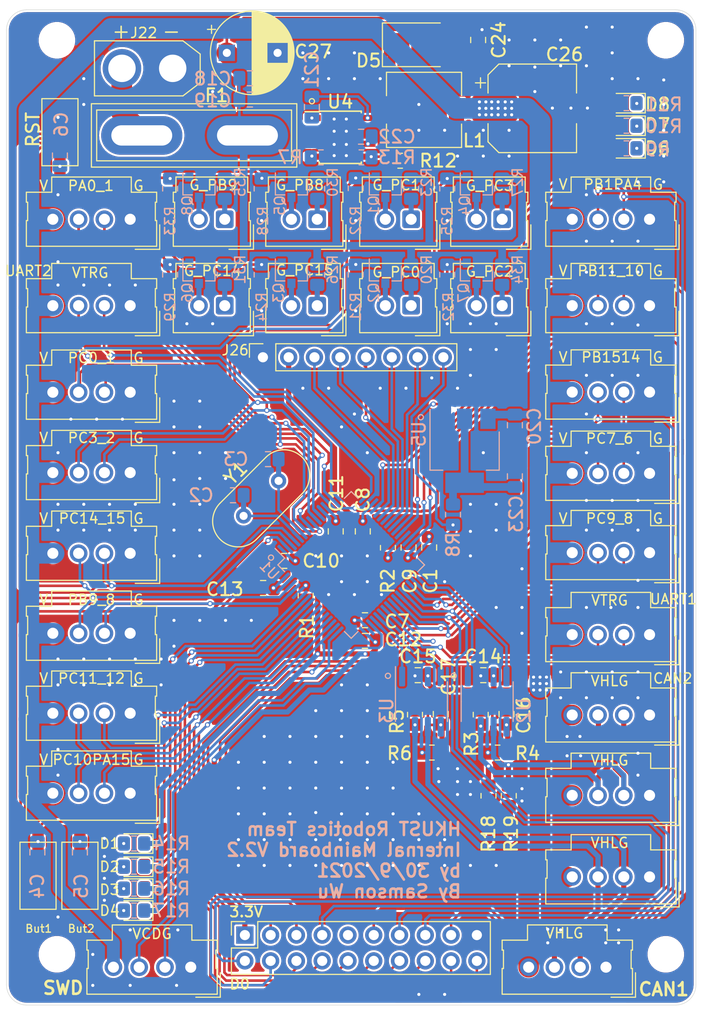
<source format=kicad_pcb>
(kicad_pcb (version 20171130) (host pcbnew "(5.1.10)-1")
  (layers (0 F.Cu signal) (31 B.Cu signal) (34 B.Paste user) (35 F.Paste user) (36 B.SilkS user) (37 F.SilkS user) (38 B.Mask user) (39 F.Mask user) (44 Edge.Cuts user))
  (net 0 "")
  (net 1 +3V3)
  (net 2 GND)
  (net 3 "Net-(C2-Pad1)")
  (net 4 "Net-(C3-Pad1)")
  (net 5 "Net-(C6-Pad1)")
  (net 6 "Net-(C7-Pad1)")
  (net 7 "Net-(C9-Pad1)")
  (net 8 +5V)
  (net 9 "Net-(C16-Pad2)")
  (net 10 "Net-(C17-Pad2)")
  (net 11 +12V)
  (net 12 "Net-(C21-Pad1)")
  (net 13 "Net-(C21-Pad2)")
  (net 14 "Net-(C22-Pad1)")
  (net 15 "Net-(C23-Pad1)")
  (net 16 /LED1)
  (net 17 /LED2)
  (net 18 /LED3)
  (net 19 /LED4)
  (net 20 "Net-(D6-Pad1)")
  (net 21 "Net-(D7-Pad1)")
  (net 22 "Net-(D8-Pad1)")
  (net 23 /CAN1H)
  (net 24 /CAN1L)
  (net 25 /PC3)
  (net 26 /PC2)
  (net 27 /PB8)
  (net 28 /CAN2H)
  (net 29 /CAN2L)
  (net 30 /PC1)
  (net 31 /PC0)
  (net 32 /PC15)
  (net 33 /PC14)
  (net 34 /PB9)
  (net 35 /SWCLK)
  (net 36 /SWDIO)
  (net 37 /UART1_TX)
  (net 38 /UART1_RX)
  (net 39 /SPI_SCK)
  (net 40 /SPI_MOSI)
  (net 41 /SPI_DC)
  (net 42 /SPI_CS)
  (net 43 /SPI_BL)
  (net 44 "Net-(R1-Pad1)")
  (net 45 "Net-(R2-Pad2)")
  (net 46 "Net-(R7-Pad1)")
  (net 47 /FB)
  (net 48 /CAN1_TX)
  (net 49 /CAN1_RX)
  (net 50 /CAN2_TX)
  (net 51 /CAN2_RX)
  (net 52 "Net-(U4-Pad3)")
  (net 53 "Net-(F1-Pad1)")
  (net 54 /But1)
  (net 55 /But2)
  (net 56 "Net-(D1-Pad2)")
  (net 57 "Net-(D2-Pad2)")
  (net 58 "Net-(D3-Pad2)")
  (net 59 "Net-(D4-Pad2)")
  (net 60 /D0)
  (net 61 /CAM_OE)
  (net 62 /D1)
  (net 63 /CAM_RRST)
  (net 64 /D2)
  (net 65 /CAM_RCLK)
  (net 66 /D3)
  (net 67 "Net-(J4-Pad9)")
  (net 68 /D4)
  (net 69 /CAM_VSYNC)
  (net 70 /D5)
  (net 71 /CAM_WRST)
  (net 72 /D6)
  (net 73 /CAM_WEN)
  (net 74 /D7)
  (net 75 /CAM_HREF)
  (net 76 /I2C2_SCL)
  (net 77 /I2C2_SDA)
  (net 78 /PA0)
  (net 79 /UART2_RX)
  (net 80 /UART2_TX)
  (net 81 /SPI_MISO)
  (net 82 "Net-(G_PB8-Pad1)")
  (net 83 "Net-(G_PB8-Pad2)")
  (net 84 "Net-(G_PB9-Pad1)")
  (net 85 "Net-(G_PB9-Pad2)")
  (net 86 "Net-(G_PC0-Pad1)")
  (net 87 "Net-(G_PC0-Pad2)")
  (net 88 "Net-(G_PC1-Pad1)")
  (net 89 "Net-(G_PC1-Pad2)")
  (net 90 "Net-(G_PC2-Pad1)")
  (net 91 "Net-(G_PC2-Pad2)")
  (net 92 "Net-(G_PC3-Pad1)")
  (net 93 "Net-(G_PC3-Pad2)")
  (net 94 "Net-(G_PC14-Pad1)")
  (net 95 "Net-(G_PC14-Pad2)")
  (net 96 "Net-(G_PC15-Pad1)")
  (net 97 "Net-(G_PC15-Pad2)")
  (module HKUST_RT_Conn:Molex_SL_171971-0004_1x04_P2.54mm_Vertical (layer F.Cu) (at 212.852 95.504 180)
    (fp_text reference PC11_12 (at 3.81 3.426531) (layer F.SilkS))
    (fp_text value Conn_01x04)
    (pad 4 thru_hole roundrect (at 0 0 180) (size 1.74 1.74) (drill 1.09) (layers *.Cu *.Mask) (roundrect_rratio 0.1439994252873563) (net 2 GND))
    (pad 3 thru_hole circle (at 2.54 0 180) (size 1.74 1.74) (drill 1.09) (layers *.Cu *.Mask) (net 72 /D6))
    (pad 2 thru_hole circle (at 5.08 0 180) (size 1.74 1.74) (drill 1.09) (layers *.Cu *.Mask) (net 70 /D5))
    (pad 1 thru_hole circle (at 7.62 0 180) (size 1.74 1.74) (drill 1.09) (layers *.Cu *.Mask) (net 8 +5V))
  )
  (module HKUST_RT_Conn:Molex_SL_171971-0002_1x02_P2.54mm_Vertical (layer F.Cu) (at 222.171 55.372 180)
    (fp_text reference G_PC14 (at 1.191 3.429) (layer F.SilkS))
    (fp_text value Pneumatic)
    (pad 1 thru_hole roundrect (at 0 0 180) (size 1.74 1.74) (drill 1.09) (layers *.Cu *.Mask) (roundrect_rratio 0.1436775862068966) (net 94 "Net-(G_PC14-Pad1)"))
    (pad 2 thru_hole circle (at 2.54 0 180) (size 1.74 1.74) (drill 1.09) (layers *.Cu *.Mask) (net 95 "Net-(G_PC14-Pad2)"))
  )
  (module HKUST_RT_BJT:SOT-23 (layer B.Cu) (at 219.631 52.174 270)
    (fp_text reference Q6 (at 1.928 1.143 270) (layer B.SilkS) (effects (justify mirror)))
    (fp_text value AO3400A)
    (pad 3 smd rect (at 1 0 270) (size 0.9 0.8) (layers B.Cu B.Paste B.Mask) (net 95 "Net-(G_PC14-Pad2)"))
    (pad 2 smd rect (at -1 -0.95 270) (size 0.9 0.8) (layers B.Cu B.Paste B.Mask) (net 2 GND))
    (pad 1 smd rect (at -1 0.95 270) (size 0.9 0.8) (layers B.Cu B.Paste B.Mask) (net 33 /PC14))
  )
  (module HKUST_RT_RCL:R_0805_2012Metric_Pad1.20x1.40mm_HandSolder (layer B.Cu) (at 244.094 52.324 90)
    (fp_text reference R32 (at -3.175 0.127 90) (layer B.SilkS) (effects (justify mirror)))
    (fp_text value 10k)
    (pad 2 smd roundrect (at 1 0 90) (size 1.2 1.4) (layers B.Cu B.Paste B.Mask) (roundrect_rratio 0.2083325) (net 26 /PC2))
    (pad 1 smd roundrect (at -1 0 90) (size 1.2 1.4) (layers B.Cu B.Paste B.Mask) (roundrect_rratio 0.2083325) (net 2 GND))
  )
  (module HKUST_RT_Conn:Molex_SL_171971-0002_1x02_P2.54mm_Vertical (layer F.Cu) (at 249.507 55.372 180)
    (fp_text reference G_PC2 (at 1.222 3.3655) (layer F.SilkS))
    (fp_text value Pneumatic)
    (pad 1 thru_hole roundrect (at 0 0 180) (size 1.74 1.74) (drill 1.09) (layers *.Cu *.Mask) (roundrect_rratio 0.1436775862068966) (net 90 "Net-(G_PC2-Pad1)"))
    (pad 2 thru_hole circle (at 2.54 0 180) (size 1.74 1.74) (drill 1.09) (layers *.Cu *.Mask) (net 91 "Net-(G_PC2-Pad2)"))
  )
  (module HKUST_RT_Conn:Molex_SL_171971-0002_1x02_P2.54mm_Vertical (layer F.Cu) (at 249.507 46.863 180)
    (fp_text reference G_PC3 (at 1.222 3.302) (layer F.SilkS))
    (fp_text value Pneumatic)
    (pad 1 thru_hole roundrect (at 0 0 180) (size 1.74 1.74) (drill 1.09) (layers *.Cu *.Mask) (roundrect_rratio 0.1436775862068966) (net 92 "Net-(G_PC3-Pad1)"))
    (pad 2 thru_hole circle (at 2.54 0 180) (size 1.74 1.74) (drill 1.09) (layers *.Cu *.Mask) (net 93 "Net-(G_PC3-Pad2)"))
  )
  (module HKUST_RT_BJT:SOT-23 (layer B.Cu) (at 246.967 43.7031 270)
    (fp_text reference Q4 (at 1.801 1.143 90) (layer B.SilkS) (effects (justify mirror)))
    (fp_text value AO3400A)
    (pad 3 smd rect (at 1 0 270) (size 0.9 0.8) (layers B.Cu B.Paste B.Mask) (net 93 "Net-(G_PC3-Pad2)"))
    (pad 2 smd rect (at -1 -0.95 270) (size 0.9 0.8) (layers B.Cu B.Paste B.Mask) (net 2 GND))
    (pad 1 smd rect (at -1 0.95 270) (size 0.9 0.8) (layers B.Cu B.Paste B.Mask) (net 25 /PC3))
  )
  (module HKUST_RT_Conn:Molex_SL_171971-0004_1x04_P2.54mm_Vertical (layer F.Cu) (at 264.033 87.764935 180)
    (fp_text reference UART1 (at -2.3495 3.500435) (layer F.SilkS))
    (fp_text value Conn_01x04)
    (pad 4 thru_hole roundrect (at 0 0 180) (size 1.74 1.74) (drill 1.09) (layers *.Cu *.Mask) (roundrect_rratio 0.1439994252873563) (net 2 GND))
    (pad 3 thru_hole circle (at 2.54 0 180) (size 1.74 1.74) (drill 1.09) (layers *.Cu *.Mask) (net 38 /UART1_RX))
    (pad 2 thru_hole circle (at 5.08 0 180) (size 1.74 1.74) (drill 1.09) (layers *.Cu *.Mask) (net 37 /UART1_TX))
    (pad 1 thru_hole circle (at 7.62 0 180) (size 1.74 1.74) (drill 1.09) (layers *.Cu *.Mask) (net 8 +5V))
  )
  (module HKUST_RT_Conn:Molex_SL_171971-0004_1x04_P2.54mm_Vertical (layer F.Cu) (at 264.033 79.6925 180)
    (fp_text reference PC9_8 (at 3.937 3.3655) (layer F.SilkS))
    (fp_text value Conn_01x04)
    (pad 4 thru_hole roundrect (at 0 0 180) (size 1.74 1.74) (drill 1.09) (layers *.Cu *.Mask) (roundrect_rratio 0.1439994252873563) (net 2 GND))
    (pad 3 thru_hole circle (at 2.54 0 180) (size 1.74 1.74) (drill 1.09) (layers *.Cu *.Mask) (net 64 /D2))
    (pad 2 thru_hole circle (at 5.08 0 180) (size 1.74 1.74) (drill 1.09) (layers *.Cu *.Mask) (net 66 /D3))
    (pad 1 thru_hole circle (at 7.62 0 180) (size 1.74 1.74) (drill 1.09) (layers *.Cu *.Mask) (net 8 +5V))
  )
  (module HKUST_RT_Conn:Molex_SL_171971-0004_1x04_P2.54mm_Vertical (layer F.Cu) (at 264.033 103.592309 180)
    (fp_text reference CAN2_1 hide)
    (fp_text value Conn_01x04)
    (pad 4 thru_hole roundrect (at 0 0 180) (size 1.74 1.74) (drill 1.09) (layers *.Cu *.Mask) (roundrect_rratio 0.1439994252873563) (net 2 GND))
    (pad 3 thru_hole circle (at 2.54 0 180) (size 1.74 1.74) (drill 1.09) (layers *.Cu *.Mask) (net 29 /CAN2L))
    (pad 2 thru_hole circle (at 5.08 0 180) (size 1.74 1.74) (drill 1.09) (layers *.Cu *.Mask) (net 28 /CAN2H))
    (pad 1 thru_hole circle (at 7.62 0 180) (size 1.74 1.74) (drill 1.09) (layers *.Cu *.Mask) (net 8 +5V))
  )
  (module HKUST_RT_Conn:PinSocket_2x10_P2.54mm_Vertical (layer F.Cu) (at 224.155 117.348 90)
    (fp_text reference J4 hide)
    (fp_text value Conn_02x10_Odd_Even)
    (pad 1 thru_hole rect (at 0 0 90) (size 1.7 1.7) (drill 1) (layers *.Cu *.Mask) (net 1 +3V3))
    (pad 2 thru_hole oval (at -2.54 0 90) (size 1.7 1.7) (drill 1) (layers *.Cu *.Mask) (net 60 /D0))
    (pad 3 thru_hole oval (at 0 2.54 90) (size 1.7 1.7) (drill 1) (layers *.Cu *.Mask) (net 61 /CAM_OE))
    (pad 4 thru_hole oval (at -2.54 2.54 90) (size 1.7 1.7) (drill 1) (layers *.Cu *.Mask) (net 62 /D1))
    (pad 5 thru_hole oval (at 0 5.08 90) (size 1.7 1.7) (drill 1) (layers *.Cu *.Mask) (net 63 /CAM_RRST))
    (pad 6 thru_hole oval (at -2.54 5.08 90) (size 1.7 1.7) (drill 1) (layers *.Cu *.Mask) (net 64 /D2))
    (pad 7 thru_hole oval (at 0 7.62 90) (size 1.7 1.7) (drill 1) (layers *.Cu *.Mask) (net 65 /CAM_RCLK))
    (pad 8 thru_hole oval (at -2.54 7.62 90) (size 1.7 1.7) (drill 1) (layers *.Cu *.Mask) (net 66 /D3))
    (pad 9 thru_hole oval (at 0 10.16 90) (size 1.7 1.7) (drill 1) (layers *.Cu *.Mask) (net 67 "Net-(J4-Pad9)"))
    (pad 10 thru_hole oval (at -2.54 10.16 90) (size 1.7 1.7) (drill 1) (layers *.Cu *.Mask) (net 68 /D4))
    (pad 11 thru_hole oval (at 0 12.7 90) (size 1.7 1.7) (drill 1) (layers *.Cu *.Mask) (net 69 /CAM_VSYNC))
    (pad 12 thru_hole oval (at -2.54 12.7 90) (size 1.7 1.7) (drill 1) (layers *.Cu *.Mask) (net 70 /D5))
    (pad 13 thru_hole oval (at 0 15.24 90) (size 1.7 1.7) (drill 1) (layers *.Cu *.Mask) (net 71 /CAM_WRST))
    (pad 14 thru_hole oval (at -2.54 15.24 90) (size 1.7 1.7) (drill 1) (layers *.Cu *.Mask) (net 72 /D6))
    (pad 15 thru_hole oval (at 0 17.78 90) (size 1.7 1.7) (drill 1) (layers *.Cu *.Mask) (net 73 /CAM_WEN))
    (pad 16 thru_hole oval (at -2.54 17.78 90) (size 1.7 1.7) (drill 1) (layers *.Cu *.Mask) (net 74 /D7))
    (pad 17 thru_hole oval (at 0 20.32 90) (size 1.7 1.7) (drill 1) (layers *.Cu *.Mask) (net 75 /CAM_HREF))
    (pad 18 thru_hole oval (at -2.54 20.32 90) (size 1.7 1.7) (drill 1) (layers *.Cu *.Mask) (net 76 /I2C2_SCL))
    (pad 19 thru_hole oval (at 0 22.86 90) (size 1.7 1.7) (drill 1) (layers *.Cu *.Mask) (net 2 GND))
    (pad 20 thru_hole oval (at -2.54 22.86 90) (size 1.7 1.7) (drill 1) (layers *.Cu *.Mask) (net 77 /I2C2_SDA))
  )
  (module HKUST_RT_RCL:R_0805_2012Metric_Pad1.20x1.40mm_HandSolder (layer F.Cu) (at 248.161 103.632 90)
    (fp_text reference R18 (at -3.7465 -0.003 270) (layer F.SilkS) (effects (font (size 1.27 1.27) (thickness 0.2032))))
    (fp_text value 0R)
    (pad 2 smd roundrect (at 1 0 90) (size 1.2 1.4) (layers F.Cu F.Paste F.Mask) (roundrect_rratio 0.2083325) (net 28 /CAN2H))
    (pad 1 smd roundrect (at -1 0 90) (size 1.2 1.4) (layers F.Cu F.Paste F.Mask) (roundrect_rratio 0.2083325) (net 23 /CAN1H))
  )
  (module HKUST_RT_RCL:R_0805_2012Metric_Pad1.20x1.40mm_HandSolder (layer F.Cu) (at 242.584 99.3775 180)
    (fp_text reference R6 (at 3.189 -0.0785) (layer F.SilkS) (effects (font (size 1.27 1.27) (thickness 0.2032))))
    (fp_text value 56R)
    (pad 2 smd roundrect (at 1 0 180) (size 1.2 1.4) (layers F.Cu F.Paste F.Mask) (roundrect_rratio 0.2083325) (net 24 /CAN1L))
    (pad 1 smd roundrect (at -1 0 180) (size 1.2 1.4) (layers F.Cu F.Paste F.Mask) (roundrect_rratio 0.2083325) (net 10 "Net-(C17-Pad2)"))
  )
  (module HKUST_RT_Conn:Molex_SL_171971-0004_1x04_P2.54mm_Vertical (layer F.Cu) (at 212.852 55.372 180)
    (fp_text reference UART2 (at 10.033 3.429) (layer F.SilkS))
    (fp_text value Conn_01x04)
    (pad 4 thru_hole roundrect (at 0 0 180) (size 1.74 1.74) (drill 1.09) (layers *.Cu *.Mask) (roundrect_rratio 0.1439994252873563) (net 2 GND))
    (pad 3 thru_hole circle (at 2.54 0 180) (size 1.74 1.74) (drill 1.09) (layers *.Cu *.Mask) (net 79 /UART2_RX))
    (pad 2 thru_hole circle (at 5.08 0 180) (size 1.74 1.74) (drill 1.09) (layers *.Cu *.Mask) (net 80 /UART2_TX))
    (pad 1 thru_hole circle (at 7.62 0 180) (size 1.74 1.74) (drill 1.09) (layers *.Cu *.Mask) (net 8 +5V))
  )
  (module HKUST_RT_RCL:Crystal_HC49-4H_Vertical (layer F.Cu) (at 224.028 76.073 45)
    (fp_text reference Y1 (at 2.44 -3.525 45) (layer F.SilkS) (effects (font (size 1.27 1.27) (thickness 0.2032))))
    (fp_text value 8MHz)
    (pad 1 thru_hole circle (at 0 0 45) (size 1.5 1.5) (drill 0.8) (layers *.Cu *.Mask) (net 3 "Net-(C2-Pad1)"))
    (pad 2 thru_hole circle (at 4.88 0 45) (size 1.5 1.5) (drill 0.8) (layers *.Cu *.Mask) (net 4 "Net-(C3-Pad1)"))
  )
  (module MountingHole:MountingHole_3.2mm_M3 (layer F.Cu) (at 205.635 29.23803)
    (fp_text reference REF** hide)
    (fp_text value MountingHole_3.2mm_M3)
    (pad 1 np_thru_hole circle (at 0 0) (size 3.2 3.2) (drill 3.2) (layers *.Cu *.Mask))
  )
  (module MountingHole:MountingHole_3.2mm_M3 (layer F.Cu) (at 265.63498 29.23803)
    (fp_text reference REF** hide)
    (fp_text value MountingHole_3.2mm_M3)
    (pad 1 np_thru_hole circle (at 0 0) (size 3.2 3.2) (drill 3.2) (layers *.Cu *.Mask))
  )
  (module MountingHole:MountingHole_3.2mm_M3 (layer F.Cu) (at 265.63498 119.238)
    (fp_text reference REF** hide)
    (fp_text value MountingHole_3.2mm_M3)
    (pad 1 np_thru_hole circle (at 0 0) (size 3.2 3.2) (drill 3.2) (layers *.Cu *.Mask))
  )
  (module MountingHole:MountingHole_3.2mm_M3 (layer F.Cu) (at 205.635 119.238)
    (fp_text reference REF** hide)
    (fp_text value MountingHole_3.2mm_M3)
    (pad 1 np_thru_hole circle (at 0 0) (size 3.2 3.2) (drill 3.2) (layers *.Cu *.Mask))
  )
  (module HKUST_RT_IC:SOT-223 (layer B.Cu) (at 245.8085 69.6595 270)
    (fp_text reference U5 (at -1.651 4.5 270) (layer B.SilkS) (effects (font (size 1.27 1.27) (thickness 0.2032)) (justify mirror)))
    (fp_text value LM1117-3.3V)
    (pad 4 smd rect (at 3.15 0 270) (size 2 3.8) (layers B.Cu B.Paste B.Mask) (net 15 "Net-(C23-Pad1)"))
    (pad 2 smd rect (at -3.15 0 270) (size 2 1.5) (layers B.Cu B.Paste B.Mask) (net 15 "Net-(C23-Pad1)"))
    (pad 3 smd rect (at -3.15 -2.3 270) (size 2 1.5) (layers B.Cu B.Paste B.Mask) (net 8 +5V))
    (pad 1 smd rect (at -3.15 2.3 270) (size 2 1.5) (layers B.Cu B.Paste B.Mask) (net 2 GND))
  )
  (module HKUST_RT_IC:TI_SO-PowerPAD-8_ThermalVias (layer F.Cu) (at 233.553 38.796)
    (fp_text reference U4 (at 0 -3.5 180) (layer F.SilkS) (effects (font (size 1.27 1.27) (thickness 0.2032))))
    (fp_text value TPS54360DDA)
    (pad 9 smd rect (at 0 0) (size 2.6 3.1) (layers F.Cu F.Paste F.Mask) (net 2 GND))
    (pad 9 smd rect (at 0 0) (size 2.95 4.5) (layers F.Cu) (net 2 GND))
    (pad 1 smd rect (at -2.7 -1.905) (size 1.55 0.6) (layers F.Cu F.Paste F.Mask) (net 12 "Net-(C21-Pad1)"))
    (pad 2 smd rect (at -2.7 -0.635) (size 1.55 0.6) (layers F.Cu F.Paste F.Mask) (net 11 +12V))
    (pad 3 smd rect (at -2.7 0.635) (size 1.55 0.6) (layers F.Cu F.Paste F.Mask) (net 52 "Net-(U4-Pad3)"))
    (pad 4 smd rect (at -2.7 1.905) (size 1.55 0.6) (layers F.Cu F.Paste F.Mask) (net 46 "Net-(R7-Pad1)"))
    (pad 5 smd rect (at 2.7 1.905) (size 1.55 0.6) (layers F.Cu F.Paste F.Mask) (net 47 /FB))
    (pad 6 smd rect (at 2.7 0.635) (size 1.55 0.6) (layers F.Cu F.Paste F.Mask) (net 14 "Net-(C22-Pad1)"))
    (pad 7 smd rect (at 2.7 -0.635) (size 1.55 0.6) (layers F.Cu F.Paste F.Mask) (net 2 GND))
    (pad 8 smd rect (at 2.7 -1.905) (size 1.55 0.6) (layers F.Cu F.Paste F.Mask) (net 13 "Net-(C21-Pad2)"))
    (pad 9 smd rect (at 0 0) (size 2.95 4.5) (layers B.Cu) (net 2 GND))
    (pad 9 thru_hole circle (at -0.6 -1.8) (size 0.6 0.6) (drill 0.3) (layers *.Cu) (net 2 GND))
    (pad 9 thru_hole circle (at -0.6 -0.6) (size 0.6 0.6) (drill 0.3) (layers *.Cu) (net 2 GND))
    (pad 9 thru_hole circle (at 0.6 -0.6) (size 0.6 0.6) (drill 0.3) (layers *.Cu) (net 2 GND))
    (pad 9 thru_hole circle (at 0.6 -1.8) (size 0.6 0.6) (drill 0.3) (layers *.Cu) (net 2 GND))
    (pad 9 thru_hole circle (at -0.6 1.8) (size 0.6 0.6) (drill 0.3) (layers *.Cu) (net 2 GND))
    (pad 9 thru_hole circle (at -0.6 0.7) (size 0.6 0.6) (drill 0.3) (layers *.Cu) (net 2 GND))
    (pad 9 thru_hole circle (at 0.6 0.7) (size 0.6 0.6) (drill 0.3) (layers *.Cu) (net 2 GND))
    (pad 9 thru_hole circle (at 0.6 1.8) (size 0.6 0.6) (drill 0.3) (layers *.Cu) (net 2 GND))
  )
  (module HKUST_RT_IC:SOIC-8_3.9x4.9mm_P1.27mm (layer B.Cu) (at 241.554 94.361 270)
    (fp_text reference U3 (at 0.889 3.429 90) (layer B.SilkS) (effects (font (size 1.27 1.27) (thickness 0.2032)) (justify mirror)))
    (fp_text value TJA1050)
    (pad 8 smd roundrect (at 2.475 1.905 270) (size 1.95 0.6) (layers B.Cu B.Paste B.Mask) (net 2 GND))
    (pad 7 smd roundrect (at 2.475 0.635 270) (size 1.95 0.6) (layers B.Cu B.Paste B.Mask) (net 23 /CAN1H))
    (pad 6 smd roundrect (at 2.475 -0.635 270) (size 1.95 0.6) (layers B.Cu B.Paste B.Mask) (net 24 /CAN1L))
    (pad 5 smd roundrect (at 2.475 -1.905 270) (size 1.95 0.6) (layers B.Cu B.Paste B.Mask) (net 10 "Net-(C17-Pad2)"))
    (pad 4 smd roundrect (at -2.475 -1.905 270) (size 1.95 0.6) (layers B.Cu B.Paste B.Mask) (net 49 /CAN1_RX))
    (pad 3 smd roundrect (at -2.475 -0.635 270) (size 1.95 0.6) (layers B.Cu B.Paste B.Mask) (net 8 +5V))
    (pad 2 smd roundrect (at -2.475 0.635 270) (size 1.95 0.6) (layers B.Cu B.Paste B.Mask) (net 2 GND))
    (pad 1 smd roundrect (at -2.475 1.905 270) (size 1.95 0.6) (layers B.Cu B.Paste B.Mask) (net 48 /CAN1_TX))
  )
  (module HKUST_RT_IC:SOIC-8_3.9x4.9mm_P1.27mm (layer B.Cu) (at 248.031 94.361 270)
    (fp_text reference U2 (at 0.889 -3.6195 90) (layer B.SilkS) (effects (font (size 1.27 1.27) (thickness 0.2032)) (justify mirror)))
    (fp_text value TJA1050)
    (pad 8 smd roundrect (at 2.475 1.905 270) (size 1.95 0.6) (layers B.Cu B.Paste B.Mask) (net 2 GND))
    (pad 7 smd roundrect (at 2.475 0.635 270) (size 1.95 0.6) (layers B.Cu B.Paste B.Mask) (net 28 /CAN2H))
    (pad 6 smd roundrect (at 2.475 -0.635 270) (size 1.95 0.6) (layers B.Cu B.Paste B.Mask) (net 29 /CAN2L))
    (pad 5 smd roundrect (at 2.475 -1.905 270) (size 1.95 0.6) (layers B.Cu B.Paste B.Mask) (net 9 "Net-(C16-Pad2)"))
    (pad 4 smd roundrect (at -2.475 -1.905 270) (size 1.95 0.6) (layers B.Cu B.Paste B.Mask) (net 51 /CAN2_RX))
    (pad 3 smd roundrect (at -2.475 -0.635 270) (size 1.95 0.6) (layers B.Cu B.Paste B.Mask) (net 8 +5V))
    (pad 2 smd roundrect (at -2.475 0.635 270) (size 1.95 0.6) (layers B.Cu B.Paste B.Mask) (net 2 GND))
    (pad 1 smd roundrect (at -2.475 1.905 270) (size 1.95 0.6) (layers B.Cu B.Paste B.Mask) (net 50 /CAN2_TX))
  )
  (module HKUST_RT_IC:LQFP-64_10x10mm_P0.5mm (layer B.Cu) (at 234.6325 80.899 315)
    (fp_text reference U1 (at -5.343252 6.061673 135) (layer B.SilkS) (effects (justify mirror)))
    (fp_text value STM32F405RGTx)
    (pad 64 smd roundrect (at -3.75 5.675 315) (size 0.3 1.55) (layers B.Cu B.Paste B.Mask) (net 1 +3V3))
    (pad 63 smd roundrect (at -3.25 5.675 315) (size 0.3 1.55) (layers B.Cu B.Paste B.Mask) (net 2 GND))
    (pad 62 smd roundrect (at -2.75 5.675 315) (size 0.3 1.55) (layers B.Cu B.Paste B.Mask) (net 34 /PB9))
    (pad 61 smd roundrect (at -2.25 5.675 315) (size 0.3 1.55) (layers B.Cu B.Paste B.Mask) (net 27 /PB8))
    (pad 60 smd roundrect (at -1.75 5.675 315) (size 0.3 1.55) (layers B.Cu B.Paste B.Mask) (net 44 "Net-(R1-Pad1)"))
    (pad 59 smd roundrect (at -1.25 5.675 315) (size 0.3 1.55) (layers B.Cu B.Paste B.Mask) (net 16 /LED1))
    (pad 58 smd roundrect (at -0.75 5.675 315) (size 0.3 1.55) (layers B.Cu B.Paste B.Mask) (net 17 /LED2))
    (pad 57 smd roundrect (at -0.25 5.675 315) (size 0.3 1.55) (layers B.Cu B.Paste B.Mask) (net 18 /LED3))
    (pad 56 smd roundrect (at 0.25 5.675 315) (size 0.3 1.55) (layers B.Cu B.Paste B.Mask) (net 19 /LED4))
    (pad 55 smd roundrect (at 0.75 5.675 315) (size 0.3 1.55) (layers B.Cu B.Paste B.Mask) (net 54 /But1))
    (pad 54 smd roundrect (at 1.25 5.675 315) (size 0.3 1.55) (layers B.Cu B.Paste B.Mask) (net 55 /But2))
    (pad 53 smd roundrect (at 1.75 5.675 315) (size 0.3 1.55) (layers B.Cu B.Paste B.Mask) (net 72 /D6))
    (pad 52 smd roundrect (at 2.25 5.675 315) (size 0.3 1.55) (layers B.Cu B.Paste B.Mask) (net 70 /D5))
    (pad 51 smd roundrect (at 2.75 5.675 315) (size 0.3 1.55) (layers B.Cu B.Paste B.Mask) (net 68 /D4))
    (pad 50 smd roundrect (at 3.25 5.675 315) (size 0.3 1.55) (layers B.Cu B.Paste B.Mask) (net 61 /CAM_OE))
    (pad 49 smd roundrect (at 3.75 5.675 315) (size 0.3 1.55) (layers B.Cu B.Paste B.Mask) (net 35 /SWCLK))
    (pad 48 smd roundrect (at 5.675 3.75 315) (size 1.55 0.3) (layers B.Cu B.Paste B.Mask) (net 1 +3V3))
    (pad 47 smd roundrect (at 5.675 3.25 315) (size 1.55 0.3) (layers B.Cu B.Paste B.Mask) (net 6 "Net-(C7-Pad1)"))
    (pad 46 smd roundrect (at 5.675 2.75 315) (size 1.55 0.3) (layers B.Cu B.Paste B.Mask) (net 36 /SWDIO))
    (pad 45 smd roundrect (at 5.675 2.25 315) (size 1.55 0.3) (layers B.Cu B.Paste B.Mask) (net 48 /CAN1_TX))
    (pad 44 smd roundrect (at 5.675 1.75 315) (size 1.55 0.3) (layers B.Cu B.Paste B.Mask) (net 49 /CAN1_RX))
    (pad 43 smd roundrect (at 5.675 1.25 315) (size 1.55 0.3) (layers B.Cu B.Paste B.Mask) (net 38 /UART1_RX))
    (pad 42 smd roundrect (at 5.675 0.75 315) (size 1.55 0.3) (layers B.Cu B.Paste B.Mask) (net 37 /UART1_TX))
    (pad 41 smd roundrect (at 5.675 0.25 315) (size 1.55 0.3) (layers B.Cu B.Paste B.Mask) (net 63 /CAM_RRST))
    (pad 40 smd roundrect (at 5.675 -0.25 315) (size 1.55 0.3) (layers B.Cu B.Paste B.Mask) (net 66 /D3))
    (pad 39 smd roundrect (at 5.675 -0.75 315) (size 1.55 0.3) (layers B.Cu B.Paste B.Mask) (net 64 /D2))
    (pad 38 smd roundrect (at 5.675 -1.25 315) (size 1.55 0.3) (layers B.Cu B.Paste B.Mask) (net 62 /D1))
    (pad 37 smd roundrect (at 5.675 -1.75 315) (size 1.55 0.3) (layers B.Cu B.Paste B.Mask) (net 60 /D0))
    (pad 36 smd roundrect (at 5.675 -2.25 315) (size 1.55 0.3) (layers B.Cu B.Paste B.Mask) (net 65 /CAM_RCLK))
    (pad 35 smd roundrect (at 5.675 -2.75 315) (size 1.55 0.3) (layers B.Cu B.Paste B.Mask) (net 69 /CAM_VSYNC))
    (pad 34 smd roundrect (at 5.675 -3.25 315) (size 1.55 0.3) (layers B.Cu B.Paste B.Mask) (net 50 /CAN2_TX))
    (pad 33 smd roundrect (at 5.675 -3.75 315) (size 1.55 0.3) (layers B.Cu B.Paste B.Mask) (net 51 /CAN2_RX))
    (pad 32 smd roundrect (at 3.75 -5.675 315) (size 0.3 1.55) (layers B.Cu B.Paste B.Mask) (net 1 +3V3))
    (pad 31 smd roundrect (at 3.25 -5.675 315) (size 0.3 1.55) (layers B.Cu B.Paste B.Mask) (net 7 "Net-(C9-Pad1)"))
    (pad 30 smd roundrect (at 2.75 -5.675 315) (size 0.3 1.55) (layers B.Cu B.Paste B.Mask) (net 77 /I2C2_SDA))
    (pad 29 smd roundrect (at 2.25 -5.675 315) (size 0.3 1.55) (layers B.Cu B.Paste B.Mask) (net 76 /I2C2_SCL))
    (pad 28 smd roundrect (at 1.75 -5.675 315) (size 0.3 1.55) (layers B.Cu B.Paste B.Mask) (net 45 "Net-(R2-Pad2)"))
    (pad 27 smd roundrect (at 1.25 -5.675 315) (size 0.3 1.55) (layers B.Cu B.Paste B.Mask) (net 73 /CAM_WEN))
    (pad 26 smd roundrect (at 0.75 -5.675 315) (size 0.3 1.55) (layers B.Cu B.Paste B.Mask) (net 43 /SPI_BL))
    (pad 25 smd roundrect (at 0.25 -5.675 315) (size 0.3 1.55) (layers B.Cu B.Paste B.Mask) (net 42 /SPI_CS))
    (pad 24 smd roundrect (at -0.25 -5.675 315) (size 0.3 1.55) (layers B.Cu B.Paste B.Mask) (net 41 /SPI_DC))
    (pad 23 smd roundrect (at -0.75 -5.675 315) (size 0.3 1.55) (layers B.Cu B.Paste B.Mask) (net 40 /SPI_MOSI))
    (pad 22 smd roundrect (at -1.25 -5.675 315) (size 0.3 1.55) (layers B.Cu B.Paste B.Mask) (net 81 /SPI_MISO))
    (pad 21 smd roundrect (at -1.75 -5.675 315) (size 0.3 1.55) (layers B.Cu B.Paste B.Mask) (net 39 /SPI_SCK))
    (pad 20 smd roundrect (at -2.25 -5.675 315) (size 0.3 1.55) (layers B.Cu B.Paste B.Mask) (net 71 /CAM_WRST))
    (pad 19 smd roundrect (at -2.75 -5.675 315) (size 0.3 1.55) (layers B.Cu B.Paste B.Mask) (net 1 +3V3))
    (pad 18 smd roundrect (at -3.25 -5.675 315) (size 0.3 1.55) (layers B.Cu B.Paste B.Mask) (net 2 GND))
    (pad 17 smd roundrect (at -3.75 -5.675 315) (size 0.3 1.55) (layers B.Cu B.Paste B.Mask) (net 79 /UART2_RX))
    (pad 16 smd roundrect (at -5.675 -3.75 315) (size 1.55 0.3) (layers B.Cu B.Paste B.Mask) (net 80 /UART2_TX))
    (pad 15 smd roundrect (at -5.675 -3.25 315) (size 1.55 0.3) (layers B.Cu B.Paste B.Mask) (net 75 /CAM_HREF))
    (pad 14 smd roundrect (at -5.675 -2.75 315) (size 1.55 0.3) (layers B.Cu B.Paste B.Mask) (net 78 /PA0))
    (pad 13 smd roundrect (at -5.675 -2.25 315) (size 1.55 0.3) (layers B.Cu B.Paste B.Mask) (net 1 +3V3))
    (pad 12 smd roundrect (at -5.675 -1.75 315) (size 1.55 0.3) (layers B.Cu B.Paste B.Mask) (net 2 GND))
    (pad 11 smd roundrect (at -5.675 -1.25 315) (size 1.55 0.3) (layers B.Cu B.Paste B.Mask) (net 25 /PC3))
    (pad 10 smd roundrect (at -5.675 -0.75 315) (size 1.55 0.3) (layers B.Cu B.Paste B.Mask) (net 26 /PC2))
    (pad 9 smd roundrect (at -5.675 -0.25 315) (size 1.55 0.3) (layers B.Cu B.Paste B.Mask) (net 30 /PC1))
    (pad 8 smd roundrect (at -5.675 0.25 315) (size 1.55 0.3) (layers B.Cu B.Paste B.Mask) (net 31 /PC0))
    (pad 7 smd roundrect (at -5.675 0.75 315) (size 1.55 0.3) (layers B.Cu B.Paste B.Mask) (net 5 "Net-(C6-Pad1)"))
    (pad 6 smd roundrect (at -5.675 1.25 315) (size 1.55 0.3) (layers B.Cu B.Paste B.Mask) (net 4 "Net-(C3-Pad1)"))
    (pad 5 smd roundrect (at -5.675 1.75 315) (size 1.55 0.3) (layers B.Cu B.Paste B.Mask) (net 3 "Net-(C2-Pad1)"))
    (pad 4 smd roundrect (at -5.675 2.25 315) (size 1.55 0.3) (layers B.Cu B.Paste B.Mask) (net 32 /PC15))
    (pad 3 smd roundrect (at -5.675 2.75 315) (size 1.55 0.3) (layers B.Cu B.Paste B.Mask) (net 33 /PC14))
    (pad 2 smd roundrect (at -5.675 3.25 315) (size 1.55 0.3) (layers B.Cu B.Paste B.Mask) (net 74 /D7))
    (pad 1 smd roundrect (at -5.675 3.75 315) (size 1.55 0.3) (layers B.Cu B.Paste B.Mask) (net 1 +3V3))
  )
  (module HKUST_RT_Conn:SW_Push (layer F.Cu) (at 209.4865 38.0365 270)
    (fp_text reference RST (at 0 6.223 90) (layer F.SilkS) (effects (font (size 1.27 1.27) (thickness 0.2032))))
    (fp_text value RST)
    (pad 2 smd rect (at 3.619 3.556 270) (size 2.16 1.12) (layers F.Cu F.Paste F.Mask) (net 5 "Net-(C6-Pad1)"))
    (pad 1 smd rect (at -3.111 3.556 270) (size 2.16 1.12) (layers F.Cu F.Paste F.Mask) (net 2 GND))
  )
  (module HKUST_RT_Conn:SW_Push (layer F.Cu) (at 211.455 111.252 270)
    (fp_text reference But2 (at 5.461 3.429) (layer F.SilkS) (effects (font (size 0.762 0.762) (thickness 0.127))))
    (fp_text value But2)
    (pad 2 smd rect (at 3.619 3.556 270) (size 2.16 1.12) (layers F.Cu F.Paste F.Mask) (net 2 GND))
    (pad 1 smd rect (at -3.111 3.556 270) (size 2.16 1.12) (layers F.Cu F.Paste F.Mask) (net 55 /But2))
  )
  (module HKUST_RT_Conn:SW_Push (layer F.Cu) (at 207.3275 111.252 270)
    (fp_text reference But1 (at 5.461 3.4925 180) (layer F.SilkS) (effects (font (size 0.762 0.762) (thickness 0.127))))
    (fp_text value But1)
    (pad 2 smd rect (at 3.619 3.556 270) (size 2.16 1.12) (layers F.Cu F.Paste F.Mask) (net 2 GND))
    (pad 1 smd rect (at -3.111 3.556 270) (size 2.16 1.12) (layers F.Cu F.Paste F.Mask) (net 54 /But1))
  )
  (module HKUST_RT_RCL:R_0805_2012Metric_Pad1.20x1.40mm_HandSolder (layer B.Cu) (at 222.171 43.8531 90)
    (fp_text reference R35 (at 0.635 1.524 90) (layer B.SilkS) (effects (justify mirror)))
    (fp_text value 120R)
    (pad 2 smd roundrect (at 1 0 90) (size 1.2 1.4) (layers B.Cu B.Paste B.Mask) (roundrect_rratio 0.2083325) (net 11 +12V))
    (pad 1 smd roundrect (at -1 0 90) (size 1.2 1.4) (layers B.Cu B.Paste B.Mask) (roundrect_rratio 0.2083325) (net 84 "Net-(G_PB9-Pad1)"))
  )
  (module HKUST_RT_RCL:R_0805_2012Metric_Pad1.20x1.40mm_HandSolder (layer B.Cu) (at 249.507 52.324 90)
    (fp_text reference R34 (at 0.508 1.524 90) (layer B.SilkS) (effects (justify mirror)))
    (fp_text value 120R)
    (pad 2 smd roundrect (at 1 0 90) (size 1.2 1.4) (layers B.Cu B.Paste B.Mask) (roundrect_rratio 0.2083325) (net 11 +12V))
    (pad 1 smd roundrect (at -1 0 90) (size 1.2 1.4) (layers B.Cu B.Paste B.Mask) (roundrect_rratio 0.2083325) (net 90 "Net-(G_PC2-Pad1)"))
  )
  (module HKUST_RT_RCL:R_0805_2012Metric_Pad1.20x1.40mm_HandSolder (layer B.Cu) (at 216.789 43.8531 90)
    (fp_text reference R33 (at -3.175 0 270) (layer B.SilkS) (effects (justify mirror)))
    (fp_text value 10k)
    (pad 2 smd roundrect (at 1 0 90) (size 1.2 1.4) (layers B.Cu B.Paste B.Mask) (roundrect_rratio 0.2083325) (net 34 /PB9))
    (pad 1 smd roundrect (at -1 0 90) (size 1.2 1.4) (layers B.Cu B.Paste B.Mask) (roundrect_rratio 0.2083325) (net 2 GND))
  )
  (module HKUST_RT_RCL:R_0805_2012Metric_Pad1.20x1.40mm_HandSolder (layer B.Cu) (at 222.171 52.324 90)
    (fp_text reference R31 (at 0.508 1.524 90) (layer B.SilkS) (effects (justify mirror)))
    (fp_text value 120R)
    (pad 2 smd roundrect (at 1 0 90) (size 1.2 1.4) (layers B.Cu B.Paste B.Mask) (roundrect_rratio 0.2083325) (net 11 +12V))
    (pad 1 smd roundrect (at -1 0 90) (size 1.2 1.4) (layers B.Cu B.Paste B.Mask) (roundrect_rratio 0.2083325) (net 94 "Net-(G_PC14-Pad1)"))
  )
  (module HKUST_RT_RCL:R_0805_2012Metric_Pad1.20x1.40mm_HandSolder (layer B.Cu) (at 231.283 43.8531 90)
    (fp_text reference R30 (at 0.635 1.524 90) (layer B.SilkS) (effects (justify mirror)))
    (fp_text value 120R)
    (pad 2 smd roundrect (at 1 0 90) (size 1.2 1.4) (layers B.Cu B.Paste B.Mask) (roundrect_rratio 0.2083325) (net 11 +12V))
    (pad 1 smd roundrect (at -1 0 90) (size 1.2 1.4) (layers B.Cu B.Paste B.Mask) (roundrect_rratio 0.2083325) (net 82 "Net-(G_PB8-Pad1)"))
  )
  (module HKUST_RT_RCL:R_0805_2012Metric_Pad1.20x1.40mm_HandSolder (layer B.Cu) (at 216.789 52.324 90)
    (fp_text reference R29 (at -3.175 0 270) (layer B.SilkS) (effects (justify mirror)))
    (fp_text value 10k)
    (pad 2 smd roundrect (at 1 0 90) (size 1.2 1.4) (layers B.Cu B.Paste B.Mask) (roundrect_rratio 0.2083325) (net 33 /PC14))
    (pad 1 smd roundrect (at -1 0 90) (size 1.2 1.4) (layers B.Cu B.Paste B.Mask) (roundrect_rratio 0.2083325) (net 2 GND))
  )
  (module HKUST_RT_RCL:R_0805_2012Metric_Pad1.20x1.40mm_HandSolder (layer B.Cu) (at 225.806 43.8531 90)
    (fp_text reference R28 (at -3.175 0.127 270) (layer B.SilkS) (effects (justify mirror)))
    (fp_text value 10k)
    (pad 2 smd roundrect (at 1 0 90) (size 1.2 1.4) (layers B.Cu B.Paste B.Mask) (roundrect_rratio 0.2083325) (net 27 /PB8))
    (pad 1 smd roundrect (at -1 0 90) (size 1.2 1.4) (layers B.Cu B.Paste B.Mask) (roundrect_rratio 0.2083325) (net 2 GND))
  )
  (module HKUST_RT_RCL:R_0805_2012Metric_Pad1.20x1.40mm_HandSolder (layer B.Cu) (at 249.507 43.8531 90)
    (fp_text reference R27 (at 0.635 1.524 270) (layer B.SilkS) (effects (justify mirror)))
    (fp_text value 120R)
    (pad 2 smd roundrect (at 1 0 90) (size 1.2 1.4) (layers B.Cu B.Paste B.Mask) (roundrect_rratio 0.2083325) (net 11 +12V))
    (pad 1 smd roundrect (at -1 0 90) (size 1.2 1.4) (layers B.Cu B.Paste B.Mask) (roundrect_rratio 0.2083325) (net 92 "Net-(G_PC3-Pad1)"))
  )
  (module HKUST_RT_RCL:R_0805_2012Metric_Pad1.20x1.40mm_HandSolder (layer B.Cu) (at 231.283 52.324 90)
    (fp_text reference R26 (at 0.508 1.524 270) (layer B.SilkS) (effects (justify mirror)))
    (fp_text value 120R)
    (pad 2 smd roundrect (at 1 0 90) (size 1.2 1.4) (layers B.Cu B.Paste B.Mask) (roundrect_rratio 0.2083325) (net 11 +12V))
    (pad 1 smd roundrect (at -1 0 90) (size 1.2 1.4) (layers B.Cu B.Paste B.Mask) (roundrect_rratio 0.2083325) (net 96 "Net-(G_PC15-Pad1)"))
  )
  (module HKUST_RT_RCL:R_0805_2012Metric_Pad1.20x1.40mm_HandSolder (layer B.Cu) (at 244.094 43.8531 90)
    (fp_text reference R25 (at -3.175 0 90) (layer B.SilkS) (effects (justify mirror)))
    (fp_text value 10k)
    (pad 2 smd roundrect (at 1 0 90) (size 1.2 1.4) (layers B.Cu B.Paste B.Mask) (roundrect_rratio 0.2083325) (net 25 /PC3))
    (pad 1 smd roundrect (at -1 0 90) (size 1.2 1.4) (layers B.Cu B.Paste B.Mask) (roundrect_rratio 0.2083325) (net 2 GND))
  )
  (module HKUST_RT_RCL:R_0805_2012Metric_Pad1.20x1.40mm_HandSolder (layer B.Cu) (at 225.806 52.324 90)
    (fp_text reference R24 (at -3.175 0 270) (layer B.SilkS) (effects (justify mirror)))
    (fp_text value 10k)
    (pad 2 smd roundrect (at 1 0 90) (size 1.2 1.4) (layers B.Cu B.Paste B.Mask) (roundrect_rratio 0.2083325) (net 32 /PC15))
    (pad 1 smd roundrect (at -1 0 90) (size 1.2 1.4) (layers B.Cu B.Paste B.Mask) (roundrect_rratio 0.2083325) (net 2 GND))
  )
  (module HKUST_RT_RCL:R_0805_2012Metric_Pad1.20x1.40mm_HandSolder (layer B.Cu) (at 240.538 43.8531 90)
    (fp_text reference R23 (at 0.635 1.524 90) (layer B.SilkS) (effects (justify mirror)))
    (fp_text value 120R)
    (pad 2 smd roundrect (at 1 0 90) (size 1.2 1.4) (layers B.Cu B.Paste B.Mask) (roundrect_rratio 0.2083325) (net 11 +12V))
    (pad 1 smd roundrect (at -1 0 90) (size 1.2 1.4) (layers B.Cu B.Paste B.Mask) (roundrect_rratio 0.2083325) (net 88 "Net-(G_PC1-Pad1)"))
  )
  (module HKUST_RT_RCL:R_0805_2012Metric_Pad1.20x1.40mm_HandSolder (layer B.Cu) (at 235.077 43.815 90)
    (fp_text reference R22 (at -3.175 0 270) (layer B.SilkS) (effects (justify mirror)))
    (fp_text value 10k)
    (pad 2 smd roundrect (at 1 0 90) (size 1.2 1.4) (layers B.Cu B.Paste B.Mask) (roundrect_rratio 0.2083325) (net 30 /PC1))
    (pad 1 smd roundrect (at -1 0 90) (size 1.2 1.4) (layers B.Cu B.Paste B.Mask) (roundrect_rratio 0.2083325) (net 2 GND))
  )
  (module HKUST_RT_RCL:R_0805_2012Metric_Pad1.20x1.40mm_HandSolder (layer B.Cu) (at 235.077 52.324 90)
    (fp_text reference R21 (at -3.175 0 90) (layer B.SilkS) (effects (justify mirror)))
    (fp_text value 10k)
    (pad 2 smd roundrect (at 1 0 90) (size 1.2 1.4) (layers B.Cu B.Paste B.Mask) (roundrect_rratio 0.2083325) (net 31 /PC0))
    (pad 1 smd roundrect (at -1 0 90) (size 1.2 1.4) (layers B.Cu B.Paste B.Mask) (roundrect_rratio 0.2083325) (net 2 GND))
  )
  (module HKUST_RT_RCL:R_0805_2012Metric_Pad1.20x1.40mm_HandSolder (layer B.Cu) (at 240.538 52.324 90)
    (fp_text reference R20 (at 0.508 1.524 90) (layer B.SilkS) (effects (justify mirror)))
    (fp_text value 120R)
    (pad 2 smd roundrect (at 1 0 90) (size 1.2 1.4) (layers B.Cu B.Paste B.Mask) (roundrect_rratio 0.2083325) (net 11 +12V))
    (pad 1 smd roundrect (at -1 0 90) (size 1.2 1.4) (layers B.Cu B.Paste B.Mask) (roundrect_rratio 0.2083325) (net 86 "Net-(G_PC0-Pad1)"))
  )
  (module HKUST_RT_RCL:R_0805_2012Metric_Pad1.20x1.40mm_HandSolder (layer F.Cu) (at 250.161 103.632 90)
    (fp_text reference R19 (at -3.7465 0.2335 270) (layer F.SilkS) (effects (font (size 1.27 1.27) (thickness 0.2032))))
    (fp_text value 0R)
    (pad 2 smd roundrect (at 1 0 90) (size 1.2 1.4) (layers F.Cu F.Paste F.Mask) (roundrect_rratio 0.2083325) (net 29 /CAN2L))
    (pad 1 smd roundrect (at -1 0 90) (size 1.2 1.4) (layers F.Cu F.Paste F.Mask) (roundrect_rratio 0.2083325) (net 24 /CAN1L))
  )
  (module HKUST_RT_RCL:R_0805_2012Metric_Pad1.20x1.40mm_HandSolder (layer B.Cu) (at 213.233 114.935 180)
    (fp_text reference R17 (at -3.683 0 180) (layer B.SilkS) (effects (font (size 1.27 1.27) (thickness 0.2032)) (justify mirror)))
    (fp_text value 1.5k)
    (pad 2 smd roundrect (at 1 0 180) (size 1.2 1.4) (layers B.Cu B.Paste B.Mask) (roundrect_rratio 0.2083325) (net 59 "Net-(D4-Pad2)"))
    (pad 1 smd roundrect (at -1 0 180) (size 1.2 1.4) (layers B.Cu B.Paste B.Mask) (roundrect_rratio 0.2083325) (net 1 +3V3))
  )
  (module HKUST_RT_RCL:R_0805_2012Metric_Pad1.20x1.40mm_HandSolder (layer B.Cu) (at 213.233 112.776 180)
    (fp_text reference R16 (at -3.683 0 180) (layer B.SilkS) (effects (font (size 1.27 1.27) (thickness 0.2032)) (justify mirror)))
    (fp_text value 1.5k)
    (pad 2 smd roundrect (at 1 0 180) (size 1.2 1.4) (layers B.Cu B.Paste B.Mask) (roundrect_rratio 0.2083325) (net 58 "Net-(D3-Pad2)"))
    (pad 1 smd roundrect (at -1 0 180) (size 1.2 1.4) (layers B.Cu B.Paste B.Mask) (roundrect_rratio 0.2083325) (net 1 +3V3))
  )
  (module HKUST_RT_RCL:R_0805_2012Metric_Pad1.20x1.40mm_HandSolder (layer B.Cu) (at 213.233 110.617 180)
    (fp_text reference R15 (at -3.683 0 180) (layer B.SilkS) (effects (font (size 1.27 1.27) (thickness 0.2032)) (justify mirror)))
    (fp_text value 1.5k)
    (pad 2 smd roundrect (at 1 0 180) (size 1.2 1.4) (layers B.Cu B.Paste B.Mask) (roundrect_rratio 0.2083325) (net 57 "Net-(D2-Pad2)"))
    (pad 1 smd roundrect (at -1 0 180) (size 1.2 1.4) (layers B.Cu B.Paste B.Mask) (roundrect_rratio 0.2083325) (net 1 +3V3))
  )
  (module HKUST_RT_RCL:R_0805_2012Metric_Pad1.20x1.40mm_HandSolder (layer B.Cu) (at 213.233 108.331 180)
    (fp_text reference R14 (at -3.683 0 180) (layer B.SilkS) (effects (font (size 1.27 1.27) (thickness 0.2032)) (justify mirror)))
    (fp_text value 1.5k)
    (pad 2 smd roundrect (at 1 0 180) (size 1.2 1.4) (layers B.Cu B.Paste B.Mask) (roundrect_rratio 0.2083325) (net 56 "Net-(D1-Pad2)"))
    (pad 1 smd roundrect (at -1 0 180) (size 1.2 1.4) (layers B.Cu B.Paste B.Mask) (roundrect_rratio 0.2083325) (net 1 +3V3))
  )
  (module HKUST_RT_RCL:R_0805_2012Metric_Pad1.20x1.40mm_HandSolder (layer B.Cu) (at 235.635 40.767 180)
    (fp_text reference R13 (at -3.506 0) (layer B.SilkS) (effects (font (size 1.27 1.27) (thickness 0.2032)) (justify mirror)))
    (fp_text value 10.2k)
    (pad 2 smd roundrect (at 1 0 180) (size 1.2 1.4) (layers B.Cu B.Paste B.Mask) (roundrect_rratio 0.2083325) (net 2 GND))
    (pad 1 smd roundrect (at -1 0 180) (size 1.2 1.4) (layers B.Cu B.Paste B.Mask) (roundrect_rratio 0.2083325) (net 47 /FB))
  )
  (module HKUST_RT_RCL:R_0805_2012Metric_Pad1.20x1.40mm_HandSolder (layer F.Cu) (at 239.458 41.101 180)
    (fp_text reference R12 (at -3.747 0) (layer F.SilkS) (effects (font (size 1.27 1.27) (thickness 0.2032))))
    (fp_text value 53.6k)
    (pad 2 smd roundrect (at 1 0 180) (size 1.2 1.4) (layers F.Cu F.Paste F.Mask) (roundrect_rratio 0.2083325) (net 47 /FB))
    (pad 1 smd roundrect (at -1 0 180) (size 1.2 1.4) (layers F.Cu F.Paste F.Mask) (roundrect_rratio 0.2083325) (net 8 +5V))
  )
  (module HKUST_RT_RCL:R_0805_2012Metric_Pad1.20x1.40mm_HandSolder (layer B.Cu) (at 261.747 35.433)
    (fp_text reference R11 (at 3.683 0.127) (layer B.SilkS) (effects (font (size 1.27 1.27) (thickness 0.2032)) (justify mirror)))
    (fp_text value 1.5k)
    (pad 2 smd roundrect (at 1 0) (size 1.2 1.4) (layers B.Cu B.Paste B.Mask) (roundrect_rratio 0.2083325) (net 22 "Net-(D8-Pad1)"))
    (pad 1 smd roundrect (at -1 0) (size 1.2 1.4) (layers B.Cu B.Paste B.Mask) (roundrect_rratio 0.2083325) (net 2 GND))
  )
  (module HKUST_RT_RCL:R_0805_2012Metric_Pad1.20x1.40mm_HandSolder (layer B.Cu) (at 261.747 37.6555)
    (fp_text reference R10 (at 3.683 0.0635) (layer B.SilkS) (effects (font (size 1.27 1.27) (thickness 0.2032)) (justify mirror)))
    (fp_text value 1.5k)
    (pad 2 smd roundrect (at 1 0) (size 1.2 1.4) (layers B.Cu B.Paste B.Mask) (roundrect_rratio 0.2083325) (net 21 "Net-(D7-Pad1)"))
    (pad 1 smd roundrect (at -1 0) (size 1.2 1.4) (layers B.Cu B.Paste B.Mask) (roundrect_rratio 0.2083325) (net 2 GND))
  )
  (module HKUST_RT_RCL:R_0805_2012Metric_Pad1.20x1.40mm_HandSolder (layer B.Cu) (at 261.747 39.878)
    (fp_text reference R9 (at 3.078238 0.127) (layer B.SilkS) (effects (font (size 1.27 1.27) (thickness 0.2032)) (justify mirror)))
    (fp_text value 1.5k)
    (pad 2 smd roundrect (at 1 0) (size 1.2 1.4) (layers B.Cu B.Paste B.Mask) (roundrect_rratio 0.2083325) (net 20 "Net-(D6-Pad1)"))
    (pad 1 smd roundrect (at -1 0) (size 1.2 1.4) (layers B.Cu B.Paste B.Mask) (roundrect_rratio 0.2083325) (net 2 GND))
  )
  (module HKUST_RT_RCL:R_0805_2012Metric_Pad1.20x1.40mm_HandSolder (layer B.Cu) (at 244.6655 75.946 90)
    (fp_text reference R8 (at -2.967 0 90) (layer B.SilkS) (effects (font (size 1.27 1.27) (thickness 0.2032)) (justify mirror)))
    (fp_text value 0R)
    (pad 2 smd roundrect (at 1 0 90) (size 1.2 1.4) (layers B.Cu B.Paste B.Mask) (roundrect_rratio 0.2083325) (net 15 "Net-(C23-Pad1)"))
    (pad 1 smd roundrect (at -1 0 90) (size 1.2 1.4) (layers B.Cu B.Paste B.Mask) (roundrect_rratio 0.2083325) (net 1 +3V3))
  )
  (module HKUST_RT_RCL:R_0805_2012Metric_Pad1.20x1.40mm_HandSolder (layer B.Cu) (at 231.648 40.767)
    (fp_text reference R7 (at -3.034 0 180) (layer B.SilkS) (effects (font (size 1.27 1.27) (thickness 0.2032)) (justify mirror)))
    (fp_text value 162k)
    (pad 2 smd roundrect (at 1 0) (size 1.2 1.4) (layers B.Cu B.Paste B.Mask) (roundrect_rratio 0.2083325) (net 2 GND))
    (pad 1 smd roundrect (at -1 0) (size 1.2 1.4) (layers B.Cu B.Paste B.Mask) (roundrect_rratio 0.2083325) (net 46 "Net-(R7-Pad1)"))
  )
  (module HKUST_RT_RCL:R_0805_2012Metric_Pad1.20x1.40mm_HandSolder (layer F.Cu) (at 240.919 95.641 270)
    (fp_text reference R5 (at 0.684019 1.778 90) (layer F.SilkS) (effects (font (size 1.27 1.27) (thickness 0.2032))))
    (fp_text value 56R)
    (pad 2 smd roundrect (at 1 0 270) (size 1.2 1.4) (layers F.Cu F.Paste F.Mask) (roundrect_rratio 0.2083325) (net 23 /CAN1H))
    (pad 1 smd roundrect (at -1 0 270) (size 1.2 1.4) (layers F.Cu F.Paste F.Mask) (roundrect_rratio 0.2083325) (net 10 "Net-(C17-Pad2)"))
  )
  (module HKUST_RT_RCL:R_0805_2012Metric_Pad1.20x1.40mm_HandSolder (layer F.Cu) (at 249.061 99.3775 180)
    (fp_text reference R4 (at -2.9485 -0.0785) (layer F.SilkS) (effects (font (size 1.27 1.27) (thickness 0.2032))))
    (fp_text value 56R)
    (pad 2 smd roundrect (at 1 0 180) (size 1.2 1.4) (layers F.Cu F.Paste F.Mask) (roundrect_rratio 0.2083325) (net 29 /CAN2L))
    (pad 1 smd roundrect (at -1 0 180) (size 1.2 1.4) (layers F.Cu F.Paste F.Mask) (roundrect_rratio 0.2083325) (net 9 "Net-(C16-Pad2)"))
  )
  (module HKUST_RT_RCL:R_0805_2012Metric_Pad1.20x1.40mm_HandSolder (layer F.Cu) (at 247.396 95.641 270)
    (fp_text reference R3 (at 2.911 0.911 90) (layer F.SilkS) (effects (font (size 1.27 1.27) (thickness 0.2032))))
    (fp_text value 56R)
    (pad 2 smd roundrect (at 1 0 270) (size 1.2 1.4) (layers F.Cu F.Paste F.Mask) (roundrect_rratio 0.2083325) (net 28 /CAN2H))
    (pad 1 smd roundrect (at -1 0 270) (size 1.2 1.4) (layers F.Cu F.Paste F.Mask) (roundrect_rratio 0.2083325) (net 9 "Net-(C16-Pad2)"))
  )
  (module HKUST_RT_RCL:R_0805_2012Metric_Pad1.20x1.40mm_HandSolder (layer F.Cu) (at 238.252 79.2095 270)
    (fp_text reference R2 (at 3.277 0 90) (layer F.SilkS) (effects (font (size 1.27 1.27) (thickness 0.2032))))
    (fp_text value 10k)
    (pad 2 smd roundrect (at 1 0 270) (size 1.2 1.4) (layers F.Cu F.Paste F.Mask) (roundrect_rratio 0.2083325) (net 45 "Net-(R2-Pad2)"))
    (pad 1 smd roundrect (at -1 0 270) (size 1.2 1.4) (layers F.Cu F.Paste F.Mask) (roundrect_rratio 0.2083325) (net 2 GND))
  )
  (module HKUST_RT_RCL:R_0805_2012Metric_Pad1.20x1.40mm_HandSolder (layer F.Cu) (at 230.146 83.916 270)
    (fp_text reference R1 (at 3.064 -0.127 90) (layer F.SilkS) (effects (font (size 1.27 1.27) (thickness 0.2032))))
    (fp_text value 10k)
    (pad 2 smd roundrect (at 1 0 270) (size 1.2 1.4) (layers F.Cu F.Paste F.Mask) (roundrect_rratio 0.2083325) (net 2 GND))
    (pad 1 smd roundrect (at -1 0 270) (size 1.2 1.4) (layers F.Cu F.Paste F.Mask) (roundrect_rratio 0.2083325) (net 44 "Net-(R1-Pad1)"))
  )
  (module HKUST_RT_BJT:SOT-23 (layer B.Cu) (at 219.631 43.7031 270)
    (fp_text reference Q8 (at 1.801 1.143 270) (layer B.SilkS) (effects (justify mirror)))
    (fp_text value AO3400A)
    (pad 3 smd rect (at 1 0 270) (size 0.9 0.8) (layers B.Cu B.Paste B.Mask) (net 85 "Net-(G_PB9-Pad2)"))
    (pad 2 smd rect (at -1 -0.95 270) (size 0.9 0.8) (layers B.Cu B.Paste B.Mask) (net 2 GND))
    (pad 1 smd rect (at -1 0.95 270) (size 0.9 0.8) (layers B.Cu B.Paste B.Mask) (net 34 /PB9))
  )
  (module HKUST_RT_BJT:SOT-23 (layer B.Cu) (at 246.967 52.174 270)
    (fp_text reference Q7 (at 1.928 1.27 90) (layer B.SilkS) (effects (justify mirror)))
    (fp_text value AO3400A)
    (pad 3 smd rect (at 1 0 270) (size 0.9 0.8) (layers B.Cu B.Paste B.Mask) (net 91 "Net-(G_PC2-Pad2)"))
    (pad 2 smd rect (at -1 -0.95 270) (size 0.9 0.8) (layers B.Cu B.Paste B.Mask) (net 2 GND))
    (pad 1 smd rect (at -1 0.95 270) (size 0.9 0.8) (layers B.Cu B.Paste B.Mask) (net 26 /PC2))
  )
  (module HKUST_RT_BJT:SOT-23 (layer B.Cu) (at 228.743 43.7031 270)
    (fp_text reference Q5 (at 1.801 1.143 90) (layer B.SilkS) (effects (justify mirror)))
    (fp_text value AO3400A)
    (pad 3 smd rect (at 1 0 270) (size 0.9 0.8) (layers B.Cu B.Paste B.Mask) (net 83 "Net-(G_PB8-Pad2)"))
    (pad 2 smd rect (at -1 -0.95 270) (size 0.9 0.8) (layers B.Cu B.Paste B.Mask) (net 2 GND))
    (pad 1 smd rect (at -1 0.95 270) (size 0.9 0.8) (layers B.Cu B.Paste B.Mask) (net 27 /PB8))
  )
  (module HKUST_RT_BJT:SOT-23 (layer B.Cu) (at 228.743 52.174 270)
    (fp_text reference Q3 (at 1.928 1.27 90) (layer B.SilkS) (effects (justify mirror)))
    (fp_text value AO3400A)
    (pad 3 smd rect (at 1 0 270) (size 0.9 0.8) (layers B.Cu B.Paste B.Mask) (net 97 "Net-(G_PC15-Pad2)"))
    (pad 2 smd rect (at -1 -0.95 270) (size 0.9 0.8) (layers B.Cu B.Paste B.Mask) (net 2 GND))
    (pad 1 smd rect (at -1 0.95 270) (size 0.9 0.8) (layers B.Cu B.Paste B.Mask) (net 32 /PC15))
  )
  (module HKUST_RT_BJT:SOT-23 (layer B.Cu) (at 237.998 52.174 270)
    (fp_text reference Q2 (at 1.928 1.143 90) (layer B.SilkS) (effects (justify mirror)))
    (fp_text value AO3400A)
    (pad 3 smd rect (at 1 0 270) (size 0.9 0.8) (layers B.Cu B.Paste B.Mask) (net 87 "Net-(G_PC0-Pad2)"))
    (pad 2 smd rect (at -1 -0.95 270) (size 0.9 0.8) (layers B.Cu B.Paste B.Mask) (net 2 GND))
    (pad 1 smd rect (at -1 0.95 270) (size 0.9 0.8) (layers B.Cu B.Paste B.Mask) (net 31 /PC0))
  )
  (module HKUST_RT_BJT:SOT-23 (layer B.Cu) (at 237.998 43.7031 270)
    (fp_text reference Q1 (at 1.801 1.143 90) (layer B.SilkS) (effects (justify mirror)))
    (fp_text value AO3400A)
    (pad 3 smd rect (at 1 0 270) (size 0.9 0.8) (layers B.Cu B.Paste B.Mask) (net 89 "Net-(G_PC1-Pad2)"))
    (pad 2 smd rect (at -1 -0.95 270) (size 0.9 0.8) (layers B.Cu B.Paste B.Mask) (net 2 GND))
    (pad 1 smd rect (at -1 0.95 270) (size 0.9 0.8) (layers B.Cu B.Paste B.Mask) (net 30 /PC1))
  )
  (module HKUST_RT_RCL:L_7.3x7.3_H3.5 (layer F.Cu) (at 241.808 36.091)
    (fp_text reference L1 (at 4.953 3.025 180) (layer F.SilkS) (effects (font (size 1.27 1.27) (thickness 0.2032))))
    (fp_text value 22uH)
    (pad 1 smd rect (at -3.2 0) (size 1.5 2.2) (layers F.Cu F.Paste F.Mask) (net 13 "Net-(C21-Pad2)"))
    (pad 2 smd rect (at 3.2 0) (size 1.5 2.2) (layers F.Cu F.Paste F.Mask) (net 8 +5V))
  )
  (module HKUST_RT_Conn:Molex_SL_171971-0002_1x02_P2.54mm_Vertical (layer F.Cu) (at 222.171 46.863 180)
    (fp_text reference G_PB9 (at 1.1275 3.3655) (layer F.SilkS))
    (fp_text value Pneumatic)
    (pad 1 thru_hole roundrect (at 0 0 180) (size 1.74 1.74) (drill 1.09) (layers *.Cu *.Mask) (roundrect_rratio 0.1436775862068966) (net 84 "Net-(G_PB9-Pad1)"))
    (pad 2 thru_hole circle (at 2.54 0 180) (size 1.74 1.74) (drill 1.09) (layers *.Cu *.Mask) (net 85 "Net-(G_PB9-Pad2)"))
  )
  (module HKUST_RT_Conn:Molex_SL_171971-0002_1x02_P2.54mm_Vertical (layer F.Cu) (at 231.283 46.863 180)
    (fp_text reference G_PB8 (at 1.698691 3.3655) (layer F.SilkS))
    (fp_text value Pneumatic)
    (pad 1 thru_hole roundrect (at 0 0 180) (size 1.74 1.74) (drill 1.09) (layers *.Cu *.Mask) (roundrect_rratio 0.1436775862068966) (net 82 "Net-(G_PB8-Pad1)"))
    (pad 2 thru_hole circle (at 2.54 0 180) (size 1.74 1.74) (drill 1.09) (layers *.Cu *.Mask) (net 83 "Net-(G_PB8-Pad2)"))
  )
  (module HKUST_RT_Conn:PinSocket_1x08_P2.54mm_Vertical (layer F.Cu) (at 225.933 60.452 90)
    (fp_text reference J26 (at 0.6985 -2.7305 180) (layer F.SilkS))
    (fp_text value TFT)
    (pad 1 thru_hole rect (at 0 0 90) (size 1.7 1.7) (drill 1) (layers *.Cu *.Mask) (net 2 GND))
    (pad 2 thru_hole oval (at 0 2.54 90) (size 1.7 1.7) (drill 1) (layers *.Cu *.Mask) (net 1 +3V3))
    (pad 3 thru_hole oval (at 0 5.08 90) (size 1.7 1.7) (drill 1) (layers *.Cu *.Mask) (net 39 /SPI_SCK))
    (pad 4 thru_hole oval (at 0 7.62 90) (size 1.7 1.7) (drill 1) (layers *.Cu *.Mask) (net 40 /SPI_MOSI))
    (pad 5 thru_hole oval (at 0 10.16 90) (size 1.7 1.7) (drill 1) (layers *.Cu *.Mask) (net 81 /SPI_MISO))
    (pad 6 thru_hole oval (at 0 12.7 90) (size 1.7 1.7) (drill 1) (layers *.Cu *.Mask) (net 41 /SPI_DC))
    (pad 7 thru_hole oval (at 0 15.24 90) (size 1.7 1.7) (drill 1) (layers *.Cu *.Mask) (net 42 /SPI_CS))
    (pad 8 thru_hole oval (at 0 17.78 90) (size 1.7 1.7) (drill 1) (layers *.Cu *.Mask) (net 43 /SPI_BL))
  )
  (module HKUST_RT_Conn:Molex_SL_171971-0004_1x04_P2.54mm_Vertical (layer F.Cu) (at 218.821 120.508 180)
    (fp_text reference SWD (at 12.573 -2.047) (layer F.SilkS) (effects (font (size 1.27 1.27) (thickness 0.254))))
    (fp_text value SWD)
    (pad 4 thru_hole roundrect (at 0 0 180) (size 1.74 1.74) (drill 1.09) (layers *.Cu *.Mask) (roundrect_rratio 0.1439994252873563) (net 2 GND))
    (pad 3 thru_hole circle (at 2.54 0 180) (size 1.74 1.74) (drill 1.09) (layers *.Cu *.Mask) (net 36 /SWDIO))
    (pad 2 thru_hole circle (at 5.08 0 180) (size 1.74 1.74) (drill 1.09) (layers *.Cu *.Mask) (net 35 /SWCLK))
    (pad 1 thru_hole circle (at 7.62 0 180) (size 1.74 1.74) (drill 1.09) (layers *.Cu *.Mask) (net 8 +5V))
  )
  (module HKUST_RT_Conn:AMASS_XT30U-M_1x02_P5.0mm_Vertical (layer F.Cu) (at 217.043 32.004 180)
    (fp_text reference J22 (at 2.8575 3.4925) (layer F.SilkS))
    (fp_text value 12V)
    (fp_text user + (at 5.08 3.683) (layer F.SilkS) (effects (font (size 1.5 1.5))))
    (fp_text user - (at 0.127 3.683) (layer F.SilkS) (effects (font (size 1.5 1.5))))
    (pad 1 thru_hole rect (at 0 0 180) (size 3.8 3.8) (drill 2.7) (layers *.Cu *.Mask) (net 2 GND))
    (pad 2 thru_hole circle (at 5 0 180) (size 3.8 3.8) (drill 2.7) (layers *.Cu *.Mask) (net 53 "Net-(F1-Pad1)"))
  )
  (module HKUST_RT_Conn:Molex_SL_171971-0002_1x02_P2.54mm_Vertical (layer F.Cu) (at 231.283 55.372 180)
    (fp_text reference G_PC15 (at 1.2225 3.4925) (layer F.SilkS))
    (fp_text value Pneumatic)
    (pad 1 thru_hole roundrect (at 0 0 180) (size 1.74 1.74) (drill 1.09) (layers *.Cu *.Mask) (roundrect_rratio 0.1436775862068966) (net 96 "Net-(G_PC15-Pad1)"))
    (pad 2 thru_hole circle (at 2.54 0 180) (size 1.74 1.74) (drill 1.09) (layers *.Cu *.Mask) (net 97 "Net-(G_PC15-Pad2)"))
  )
  (module HKUST_RT_Conn:Molex_SL_171971-0004_1x04_P2.54mm_Vertical (layer F.Cu) (at 212.852 103.378 180)
    (fp_text reference PC10PA15 (at 3.81 3.302) (layer F.SilkS))
    (fp_text value Conn_01x04)
    (pad 4 thru_hole roundrect (at 0 0 180) (size 1.74 1.74) (drill 1.09) (layers *.Cu *.Mask) (roundrect_rratio 0.1439994252873563) (net 2 GND))
    (pad 3 thru_hole circle (at 2.54 0 180) (size 1.74 1.74) (drill 1.09) (layers *.Cu *.Mask) (net 61 /CAM_OE))
    (pad 2 thru_hole circle (at 5.08 0 180) (size 1.74 1.74) (drill 1.09) (layers *.Cu *.Mask) (net 68 /D4))
    (pad 1 thru_hole circle (at 7.62 0 180) (size 1.74 1.74) (drill 1.09) (layers *.Cu *.Mask) (net 8 +5V))
  )
  (module HKUST_RT_Conn:Molex_SL_171971-0004_1x04_P2.54mm_Vertical (layer F.Cu) (at 212.852 46.863 180)
    (fp_text reference PA0_1 (at 3.8735 3.299531) (layer F.SilkS))
    (fp_text value Conn_01x04)
    (pad 4 thru_hole roundrect (at 0 0 180) (size 1.74 1.74) (drill 1.09) (layers *.Cu *.Mask) (roundrect_rratio 0.1439994252873563) (net 2 GND))
    (pad 3 thru_hole circle (at 2.54 0 180) (size 1.74 1.74) (drill 1.09) (layers *.Cu *.Mask) (net 75 /CAM_HREF))
    (pad 2 thru_hole circle (at 5.08 0 180) (size 1.74 1.74) (drill 1.09) (layers *.Cu *.Mask) (net 78 /PA0))
    (pad 1 thru_hole circle (at 7.62 0 180) (size 1.74 1.74) (drill 1.09) (layers *.Cu *.Mask) (net 8 +5V))
  )
  (module HKUST_RT_Conn:Molex_SL_171971-0002_1x02_P2.54mm_Vertical (layer F.Cu) (at 240.538 46.863 180)
    (fp_text reference G_PC1 (at 1.4605 3.3655) (layer F.SilkS))
    (fp_text value Pneumatic)
    (pad 1 thru_hole roundrect (at 0 0 180) (size 1.74 1.74) (drill 1.09) (layers *.Cu *.Mask) (roundrect_rratio 0.1436775862068966) (net 88 "Net-(G_PC1-Pad1)"))
    (pad 2 thru_hole circle (at 2.54 0 180) (size 1.74 1.74) (drill 1.09) (layers *.Cu *.Mask) (net 89 "Net-(G_PC1-Pad2)"))
  )
  (module HKUST_RT_Conn:Molex_SL_171971-0002_1x02_P2.54mm_Vertical (layer F.Cu) (at 240.538 55.372 180)
    (fp_text reference G_PC0 (at 1.4605 3.302) (layer F.SilkS))
    (fp_text value Pneumatic)
    (pad 1 thru_hole roundrect (at 0 0 180) (size 1.74 1.74) (drill 1.09) (layers *.Cu *.Mask) (roundrect_rratio 0.1436775862068966) (net 86 "Net-(G_PC0-Pad1)"))
    (pad 2 thru_hole circle (at 2.54 0 180) (size 1.74 1.74) (drill 1.09) (layers *.Cu *.Mask) (net 87 "Net-(G_PC0-Pad2)"))
  )
  (module HKUST_RT_Conn:Molex_SL_171971-0004_1x04_P2.54mm_Vertical (layer F.Cu) (at 264.033 63.881 180)
    (fp_text reference PB1514 (at 3.81 3.431341) (layer F.SilkS))
    (fp_text value Conn_01x04)
    (pad 4 thru_hole roundrect (at 0 0 180) (size 1.74 1.74) (drill 1.09) (layers *.Cu *.Mask) (roundrect_rratio 0.1439994252873563) (net 2 GND))
    (pad 3 thru_hole circle (at 2.54 0 180) (size 1.74 1.74) (drill 1.09) (layers *.Cu *.Mask) (net 69 /CAM_VSYNC))
    (pad 2 thru_hole circle (at 5.08 0 180) (size 1.74 1.74) (drill 1.09) (layers *.Cu *.Mask) (net 65 /CAM_RCLK))
    (pad 1 thru_hole circle (at 7.62 0 180) (size 1.74 1.74) (drill 1.09) (layers *.Cu *.Mask) (net 8 +5V))
  )
  (module HKUST_RT_Conn:Molex_SL_171971-0004_1x04_P2.54mm_Vertical (layer F.Cu) (at 264.033 71.882 180)
    (fp_text reference PC7_6 (at 3.937 3.431341) (layer F.SilkS))
    (fp_text value Conn_01x04)
    (pad 4 thru_hole roundrect (at 0 0 180) (size 1.74 1.74) (drill 1.09) (layers *.Cu *.Mask) (roundrect_rratio 0.1439994252873563) (net 2 GND))
    (pad 3 thru_hole circle (at 2.54 0 180) (size 1.74 1.74) (drill 1.09) (layers *.Cu *.Mask) (net 60 /D0))
    (pad 2 thru_hole circle (at 5.08 0 180) (size 1.74 1.74) (drill 1.09) (layers *.Cu *.Mask) (net 62 /D1))
    (pad 1 thru_hole circle (at 7.62 0 180) (size 1.74 1.74) (drill 1.09) (layers *.Cu *.Mask) (net 8 +5V))
  )
  (module HKUST_RT_Conn:Molex_SL_171971-0004_1x04_P2.54mm_Vertical (layer F.Cu) (at 212.852 71.810561 180)
    (fp_text reference PC3_2 (at 3.802072 3.421061) (layer F.SilkS))
    (fp_text value Conn_01x04)
    (pad 4 thru_hole roundrect (at 0 0 180) (size 1.74 1.74) (drill 1.09) (layers *.Cu *.Mask) (roundrect_rratio 0.1439994252873563) (net 2 GND))
    (pad 3 thru_hole circle (at 2.54 0 180) (size 1.74 1.74) (drill 1.09) (layers *.Cu *.Mask) (net 26 /PC2))
    (pad 2 thru_hole circle (at 5.08 0 180) (size 1.74 1.74) (drill 1.09) (layers *.Cu *.Mask) (net 25 /PC3))
    (pad 1 thru_hole circle (at 7.62 0 180) (size 1.74 1.74) (drill 1.09) (layers *.Cu *.Mask) (net 8 +5V))
  )
  (module HKUST_RT_Conn:Molex_SL_171971-0004_1x04_P2.54mm_Vertical (layer F.Cu) (at 212.852 63.896874 180)
    (fp_text reference PC0_1 (at 3.802072 3.381374) (layer F.SilkS))
    (fp_text value Conn_01x04)
    (pad 4 thru_hole roundrect (at 0 0 180) (size 1.74 1.74) (drill 1.09) (layers *.Cu *.Mask) (roundrect_rratio 0.1439994252873563) (net 2 GND))
    (pad 3 thru_hole circle (at 2.54 0 180) (size 1.74 1.74) (drill 1.09) (layers *.Cu *.Mask) (net 30 /PC1))
    (pad 2 thru_hole circle (at 5.08 0 180) (size 1.74 1.74) (drill 1.09) (layers *.Cu *.Mask) (net 31 /PC0))
    (pad 1 thru_hole circle (at 7.62 0 180) (size 1.74 1.74) (drill 1.09) (layers *.Cu *.Mask) (net 8 +5V))
  )
  (module HKUST_RT_Conn:Molex_SL_171971-0004_1x04_P2.54mm_Vertical (layer F.Cu) (at 264.033 111.618 180)
    (fp_text reference CAN1_1 hide)
    (fp_text value Conn_01x04)
    (pad 4 thru_hole roundrect (at 0 0 180) (size 1.74 1.74) (drill 1.09) (layers *.Cu *.Mask) (roundrect_rratio 0.1439994252873563) (net 2 GND))
    (pad 3 thru_hole circle (at 2.54 0 180) (size 1.74 1.74) (drill 1.09) (layers *.Cu *.Mask) (net 24 /CAN1L))
    (pad 2 thru_hole circle (at 5.08 0 180) (size 1.74 1.74) (drill 1.09) (layers *.Cu *.Mask) (net 23 /CAN1H))
    (pad 1 thru_hole circle (at 7.62 0 180) (size 1.74 1.74) (drill 1.09) (layers *.Cu *.Mask) (net 8 +5V))
  )
  (module HKUST_RT_Conn:Molex_SL_171971-0004_1x04_P2.54mm_Vertical (layer F.Cu) (at 264.033 46.863 180)
    (fp_text reference PB1PA4 (at 3.6195 3.431341) (layer F.SilkS))
    (fp_text value Conn_01x04)
    (pad 4 thru_hole roundrect (at 0 0 180) (size 1.74 1.74) (drill 1.09) (layers *.Cu *.Mask) (roundrect_rratio 0.1439994252873563) (net 2 GND))
    (pad 3 thru_hole circle (at 2.54 0 180) (size 1.74 1.74) (drill 1.09) (layers *.Cu *.Mask) (net 71 /CAM_WRST))
    (pad 2 thru_hole circle (at 5.08 0 180) (size 1.74 1.74) (drill 1.09) (layers *.Cu *.Mask) (net 73 /CAM_WEN))
    (pad 1 thru_hole circle (at 7.62 0 180) (size 1.74 1.74) (drill 1.09) (layers *.Cu *.Mask) (net 8 +5V))
  )
  (module HKUST_RT_Conn:Molex_SL_171971-0004_1x04_P2.54mm_Vertical (layer F.Cu) (at 264.033 55.372 180)
    (fp_text reference PB11_10 (at 3.81 3.431341) (layer F.SilkS))
    (fp_text value Conn_01x04)
    (pad 4 thru_hole roundrect (at 0 0 180) (size 1.74 1.74) (drill 1.09) (layers *.Cu *.Mask) (roundrect_rratio 0.1439994252873563) (net 2 GND))
    (pad 3 thru_hole circle (at 2.54 0 180) (size 1.74 1.74) (drill 1.09) (layers *.Cu *.Mask) (net 76 /I2C2_SCL))
    (pad 2 thru_hole circle (at 5.08 0 180) (size 1.74 1.74) (drill 1.09) (layers *.Cu *.Mask) (net 77 /I2C2_SDA))
    (pad 1 thru_hole circle (at 7.62 0 180) (size 1.74 1.74) (drill 1.09) (layers *.Cu *.Mask) (net 8 +5V))
  )
  (module HKUST_RT_Conn:Molex_SL_171971-0004_1x04_P2.54mm_Vertical (layer F.Cu) (at 264.033 95.678622 180)
    (fp_text reference CAN2 (at -2.286 3.603622) (layer F.SilkS))
    (fp_text value Conn_01x04)
    (pad 4 thru_hole roundrect (at 0 0 180) (size 1.74 1.74) (drill 1.09) (layers *.Cu *.Mask) (roundrect_rratio 0.1439994252873563) (net 2 GND))
    (pad 3 thru_hole circle (at 2.54 0 180) (size 1.74 1.74) (drill 1.09) (layers *.Cu *.Mask) (net 29 /CAN2L))
    (pad 2 thru_hole circle (at 5.08 0 180) (size 1.74 1.74) (drill 1.09) (layers *.Cu *.Mask) (net 28 /CAN2H))
    (pad 1 thru_hole circle (at 7.62 0 180) (size 1.74 1.74) (drill 1.09) (layers *.Cu *.Mask) (net 8 +5V))
  )
  (module HKUST_RT_Conn:Molex_SL_171971-0004_1x04_P2.54mm_Vertical (layer F.Cu) (at 212.852 87.63 180)
    (fp_text reference PB9_8 (at 3.802072 3.302) (layer F.SilkS))
    (fp_text value Conn_01x04)
    (pad 4 thru_hole roundrect (at 0 0 180) (size 1.74 1.74) (drill 1.09) (layers *.Cu *.Mask) (roundrect_rratio 0.1439994252873563) (net 2 GND))
    (pad 3 thru_hole circle (at 2.54 0 180) (size 1.74 1.74) (drill 1.09) (layers *.Cu *.Mask) (net 27 /PB8))
    (pad 2 thru_hole circle (at 5.08 0 180) (size 1.74 1.74) (drill 1.09) (layers *.Cu *.Mask) (net 34 /PB9))
    (pad 1 thru_hole circle (at 7.62 0 180) (size 1.74 1.74) (drill 1.09) (layers *.Cu *.Mask) (net 8 +5V))
  )
  (module HKUST_RT_Conn:Molex_SL_171971-0004_1x04_P2.54mm_Vertical (layer F.Cu) (at 259.737 120.508 180)
    (fp_text reference CAN1 (at -5.693 -2.174) (layer F.SilkS) (effects (font (size 1.27 1.27) (thickness 0.254))))
    (fp_text value Conn_01x04)
    (pad 4 thru_hole roundrect (at 0 0 180) (size 1.74 1.74) (drill 1.09) (layers *.Cu *.Mask) (roundrect_rratio 0.1439994252873563) (net 2 GND))
    (pad 3 thru_hole circle (at 2.54 0 180) (size 1.74 1.74) (drill 1.09) (layers *.Cu *.Mask) (net 24 /CAN1L))
    (pad 2 thru_hole circle (at 5.08 0 180) (size 1.74 1.74) (drill 1.09) (layers *.Cu *.Mask) (net 23 /CAN1H))
    (pad 1 thru_hole circle (at 7.62 0 180) (size 1.74 1.74) (drill 1.09) (layers *.Cu *.Mask) (net 8 +5V))
  )
  (module HKUST_RT_Conn:Molex_SL_171971-0004_1x04_P2.54mm_Vertical (layer F.Cu) (at 212.852 79.756 180)
    (fp_text reference PC14_15 (at 3.746619 3.431341) (layer F.SilkS))
    (fp_text value Conn_01x04)
    (pad 4 thru_hole roundrect (at 0 0 180) (size 1.74 1.74) (drill 1.09) (layers *.Cu *.Mask) (roundrect_rratio 0.1439994252873563) (net 2 GND))
    (pad 3 thru_hole circle (at 2.54 0 180) (size 1.74 1.74) (drill 1.09) (layers *.Cu *.Mask) (net 32 /PC15))
    (pad 2 thru_hole circle (at 5.08 0 180) (size 1.74 1.74) (drill 1.09) (layers *.Cu *.Mask) (net 33 /PC14))
    (pad 1 thru_hole circle (at 7.62 0 180) (size 1.74 1.74) (drill 1.09) (layers *.Cu *.Mask) (net 8 +5V))
  )
  (module HKUST_RT_RCL:Fuse_Blade_ATO_directSolder (layer F.Cu) (at 214.503 38.608)
    (fp_text reference F1 (at 6.858 -3.937) (layer F.SilkS) (effects (font (size 1.27 1.27) (thickness 0.2032))))
    (fp_text value Fuse_Small)
    (pad 1 thru_hole oval (at -0.508 0) (size 8 3.8) (drill oval 6 2) (layers *.Cu *.Mask) (net 53 "Net-(F1-Pad1)"))
    (pad 2 thru_hole oval (at 9.906 0) (size 8 3.8) (drill oval 6 2) (layers *.Cu *.Mask) (net 11 +12V))
  )
  (module HKUST_RT_BJT:LED_0805_2012Metric_Pad1.15x1.40mm_HandSolder (layer F.Cu) (at 261.747 35.433 180)
    (fp_text reference D8 (at -3.078238 -0.127 180) (layer F.SilkS) (effects (font (size 1.27 1.27) (thickness 0.2032))))
    (fp_text value 12V)
    (pad 1 smd roundrect (at -1.025 0 180) (size 1.15 1.4) (layers F.Cu F.Paste F.Mask) (roundrect_rratio 0.2173904347826087) (net 22 "Net-(D8-Pad1)"))
    (pad 2 smd roundrect (at 1.025 0 180) (size 1.15 1.4) (layers F.Cu F.Paste F.Mask) (roundrect_rratio 0.2173904347826087) (net 11 +12V))
  )
  (module HKUST_RT_BJT:LED_0805_2012Metric_Pad1.15x1.40mm_HandSolder (layer F.Cu) (at 261.747 37.6555 180)
    (fp_text reference D7 (at -3.078238 0.0635) (layer F.SilkS) (effects (font (size 1.27 1.27) (thickness 0.2032))))
    (fp_text value 5V)
    (pad 1 smd roundrect (at -1.025 0 180) (size 1.15 1.4) (layers F.Cu F.Paste F.Mask) (roundrect_rratio 0.2173904347826087) (net 21 "Net-(D7-Pad1)"))
    (pad 2 smd roundrect (at 1.025 0 180) (size 1.15 1.4) (layers F.Cu F.Paste F.Mask) (roundrect_rratio 0.2173904347826087) (net 8 +5V))
  )
  (module HKUST_RT_BJT:LED_0805_2012Metric_Pad1.15x1.40mm_HandSolder (layer F.Cu) (at 261.747 39.878 180)
    (fp_text reference D6 (at -3.078238 0) (layer F.SilkS) (effects (font (size 1.27 1.27) (thickness 0.2032))))
    (fp_text value 3.3V)
    (pad 1 smd roundrect (at -1.025 0 180) (size 1.15 1.4) (layers F.Cu F.Paste F.Mask) (roundrect_rratio 0.2173904347826087) (net 20 "Net-(D6-Pad1)"))
    (pad 2 smd roundrect (at 1.025 0 180) (size 1.15 1.4) (layers F.Cu F.Paste F.Mask) (roundrect_rratio 0.2173904347826087) (net 1 +3V3))
  )
  (module HKUST_RT_BJT:D_SMB (layer F.Cu) (at 241.258 29.685)
    (fp_text reference D5 (at -4.911 1.557) (layer F.SilkS) (effects (font (size 1.27 1.27) (thickness 0.2032))))
    (fp_text value SS54)
    (pad 1 smd rect (at -2.15 0) (size 2.5 2.3) (layers F.Cu F.Paste F.Mask) (net 13 "Net-(C21-Pad2)"))
    (pad 2 smd rect (at 2.15 0) (size 2.5 2.3) (layers F.Cu F.Paste F.Mask) (net 2 GND))
  )
  (module HKUST_RT_BJT:LED_0805_2012Metric_Pad1.15x1.40mm_HandSolder (layer F.Cu) (at 213.233 114.935 180)
    (fp_text reference D4 (at 2.413 0) (layer F.SilkS))
    (fp_text value LED4)
    (pad 1 smd roundrect (at -1.025 0 180) (size 1.15 1.4) (layers F.Cu F.Paste F.Mask) (roundrect_rratio 0.2173904347826087) (net 19 /LED4))
    (pad 2 smd roundrect (at 1.025 0 180) (size 1.15 1.4) (layers F.Cu F.Paste F.Mask) (roundrect_rratio 0.2173904347826087) (net 59 "Net-(D4-Pad2)"))
  )
  (module HKUST_RT_BJT:LED_0805_2012Metric_Pad1.15x1.40mm_HandSolder (layer F.Cu) (at 213.233 112.776 180)
    (fp_text reference D3 (at 2.413 -0.106667) (layer F.SilkS))
    (fp_text value LED3)
    (pad 1 smd roundrect (at -1.025 0.042333 180) (size 1.15 1.4) (layers F.Cu F.Paste F.Mask) (roundrect_rratio 0.2173904347826087) (net 18 /LED3))
    (pad 2 smd roundrect (at 1.025 0 180) (size 1.15 1.4) (layers F.Cu F.Paste F.Mask) (roundrect_rratio 0.2173904347826087) (net 58 "Net-(D3-Pad2)"))
  )
  (module HKUST_RT_BJT:LED_0805_2012Metric_Pad1.15x1.40mm_HandSolder (layer F.Cu) (at 213.233 110.617 180)
    (fp_text reference D2 (at 2.413 0) (layer F.SilkS))
    (fp_text value LED2)
    (pad 1 smd roundrect (at -1.025 0.084666 180) (size 1.15 1.4) (layers F.Cu F.Paste F.Mask) (roundrect_rratio 0.2173904347826087) (net 17 /LED2))
    (pad 2 smd roundrect (at 1.025 0 180) (size 1.15 1.4) (layers F.Cu F.Paste F.Mask) (roundrect_rratio 0.2173904347826087) (net 57 "Net-(D2-Pad2)"))
  )
  (module HKUST_RT_BJT:LED_0805_2012Metric_Pad1.15x1.40mm_HandSolder (layer F.Cu) (at 213.233 108.331 180)
    (fp_text reference D1 (at 2.413 0) (layer F.SilkS))
    (fp_text value LED1)
    (pad 1 smd roundrect (at -1.025 0 180) (size 1.15 1.4) (layers F.Cu F.Paste F.Mask) (roundrect_rratio 0.2173904347826087) (net 16 /LED1))
    (pad 2 smd roundrect (at 1.025 0 180) (size 1.15 1.4) (layers F.Cu F.Paste F.Mask) (roundrect_rratio 0.2173904347826087) (net 56 "Net-(D1-Pad2)"))
  )
  (module HKUST_RT_RCL:CP_Radial_D8.0mm_P12.00mm (layer F.Cu) (at 222.377 30.48)
    (fp_text reference C27 (at 8.509 -0.127) (layer F.SilkS) (effects (font (size 1.27 1.27) (thickness 0.2032))))
    (fp_text value "25V 470uF")
    (pad 1 thru_hole rect (at 0 0) (size 1.6 1.6) (drill 0.8) (layers *.Cu *.Mask) (net 11 +12V))
    (pad 2 thru_hole circle (at 5 0) (size 1.6 1.6) (drill 0.8) (layers *.Cu *.Mask) (net 2 GND))
  )
  (module HKUST_RT_RCL:CP_Elec_8x10.5 (layer F.Cu) (at 252.476 35.941)
    (fp_text reference C26 (at 3.175 -5.3 180) (layer F.SilkS) (effects (font (size 1.27 1.27) (thickness 0.2032))))
    (fp_text value "10V 1000uF")
    (pad 1 smd roundrect (at -3.7 0) (size 4.4 2.5) (layers F.Cu F.Paste F.Mask) (roundrect_rratio 0.1) (net 8 +5V))
    (pad 2 smd roundrect (at 3.7 0) (size 4.4 2.5) (layers F.Cu F.Paste F.Mask) (roundrect_rratio 0.1) (net 2 GND))
  )
  (module HKUST_RT_RCL:C_0805_2012Metric_Pad1.18x1.45mm_HandSolder (layer F.Cu) (at 247.142 29.21 90)
    (fp_text reference C24 (at 0 2.032 90) (layer F.SilkS) (effects (font (size 1.27 1.27) (thickness 0.2032))))
    (fp_text value 10uF)
    (pad 1 smd roundrect (at -1.0375 0 90) (size 1.175 1.45) (layers F.Cu F.Paste F.Mask) (roundrect_rratio 0.2127659574468085) (net 8 +5V))
    (pad 2 smd roundrect (at 1.0375 0 90) (size 1.175 1.45) (layers F.Cu F.Paste F.Mask) (roundrect_rratio 0.2127659574468085) (net 2 GND))
  )
  (module HKUST_RT_RCL:C_0805_2012Metric_Pad1.18x1.45mm_HandSolder (layer B.Cu) (at 250.7615 72.1845 90)
    (fp_text reference C23 (at -3.698 0.127 90) (layer B.SilkS) (effects (font (size 1.27 1.27) (thickness 0.2032)) (justify mirror)))
    (fp_text value 10uF)
    (pad 1 smd roundrect (at -1.0375 0 90) (size 1.175 1.45) (layers B.Cu B.Paste B.Mask) (roundrect_rratio 0.2127659574468085) (net 15 "Net-(C23-Pad1)"))
    (pad 2 smd roundrect (at 1.0375 0 90) (size 1.175 1.45) (layers B.Cu B.Paste B.Mask) (roundrect_rratio 0.2127659574468085) (net 2 GND))
  )
  (module HKUST_RT_RCL:C_0805_2012Metric_Pad1.18x1.45mm_HandSolder (layer B.Cu) (at 235.61 38.735 180)
    (fp_text reference C22 (at -3.531 0 180) (layer B.SilkS) (effects (font (size 1.27 1.27) (thickness 0.2032)) (justify mirror)))
    (fp_text value 39pF)
    (pad 1 smd roundrect (at -1.0375 0 180) (size 1.175 1.45) (layers B.Cu B.Paste B.Mask) (roundrect_rratio 0.2127659574468085) (net 14 "Net-(C22-Pad1)"))
    (pad 2 smd roundrect (at 1.0375 0 180) (size 1.175 1.45) (layers B.Cu B.Paste B.Mask) (roundrect_rratio 0.2127659574468085) (net 2 GND))
  )
  (module HKUST_RT_RCL:C_0805_2012Metric_Pad1.18x1.45mm_HandSolder (layer B.Cu) (at 230.759 35.814 90)
    (fp_text reference C21 (at 3.683 0 90) (layer B.SilkS) (effects (font (size 1.27 1.27) (thickness 0.2032)) (justify mirror)))
    (fp_text value 100nF)
    (pad 1 smd roundrect (at -1.0375 0 90) (size 1.175 1.45) (layers B.Cu B.Paste B.Mask) (roundrect_rratio 0.2127659574468085) (net 12 "Net-(C21-Pad1)"))
    (pad 2 smd roundrect (at 1.0375 0 90) (size 1.175 1.45) (layers B.Cu B.Paste B.Mask) (roundrect_rratio 0.2127659574468085) (net 13 "Net-(C21-Pad2)"))
  )
  (module HKUST_RT_RCL:C_0805_2012Metric_Pad1.18x1.45mm_HandSolder (layer B.Cu) (at 250.7615 67.1345 270)
    (fp_text reference C20 (at 0.112 -1.905 270) (layer B.SilkS) (effects (font (size 1.27 1.27) (thickness 0.2032)) (justify mirror)))
    (fp_text value 10uF)
    (pad 1 smd roundrect (at -1.0375 0 270) (size 1.175 1.45) (layers B.Cu B.Paste B.Mask) (roundrect_rratio 0.2127659574468085) (net 8 +5V))
    (pad 2 smd roundrect (at 1.0375 0 270) (size 1.175 1.45) (layers B.Cu B.Paste B.Mask) (roundrect_rratio 0.2127659574468085) (net 2 GND))
  )
  (module HKUST_RT_RCL:C_0805_2012Metric_Pad1.18x1.45mm_HandSolder (layer B.Cu) (at 224.648 35.074)
    (fp_text reference C19 (at -3.668 0.105 180) (layer B.SilkS) (effects (font (size 1.27 1.27) (thickness 0.2032)) (justify mirror)))
    (fp_text value 2.2uF)
    (pad 1 smd roundrect (at -1.0375 0) (size 1.175 1.45) (layers B.Cu B.Paste B.Mask) (roundrect_rratio 0.2127659574468085) (net 11 +12V))
    (pad 2 smd roundrect (at 1.0375 0) (size 1.175 1.45) (layers B.Cu B.Paste B.Mask) (roundrect_rratio 0.2127659574468085) (net 2 GND))
  )
  (module HKUST_RT_RCL:C_0805_2012Metric_Pad1.18x1.45mm_HandSolder (layer B.Cu) (at 224.648 32.9785)
    (fp_text reference C18 (at -3.668 0.0415 180) (layer B.SilkS) (effects (font (size 1.27 1.27) (thickness 0.2032)) (justify mirror)))
    (fp_text value 2.2uF)
    (pad 1 smd roundrect (at -1.0375 0) (size 1.175 1.45) (layers B.Cu B.Paste B.Mask) (roundrect_rratio 0.2127659574468085) (net 11 +12V))
    (pad 2 smd roundrect (at 1.0375 0) (size 1.175 1.45) (layers B.Cu B.Paste B.Mask) (roundrect_rratio 0.2127659574468085) (net 2 GND))
  )
  (module HKUST_RT_RCL:C_0805_2012Metric_Pad1.18x1.45mm_HandSolder (layer F.Cu) (at 243.459 95.591 270)
    (fp_text reference C17 (at -3.668 -0.762 90) (layer F.SilkS) (effects (font (size 1.27 1.27) (thickness 0.2032))))
    (fp_text value 39pF)
    (pad 1 smd roundrect (at -1.0375 0 270) (size 1.175 1.45) (layers F.Cu F.Paste F.Mask) (roundrect_rratio 0.2127659574468085) (net 2 GND))
    (pad 2 smd roundrect (at 1.0375 0 270) (size 1.175 1.45) (layers F.Cu F.Paste F.Mask) (roundrect_rratio 0.2127659574468085) (net 10 "Net-(C17-Pad2)"))
  )
  (module HKUST_RT_RCL:C_0805_2012Metric_Pad1.18x1.45mm_HandSolder (layer F.Cu) (at 249.936 95.591 270)
    (fp_text reference C16 (at 0.104257 -1.68 90) (layer F.SilkS) (effects (font (size 1.27 1.27) (thickness 0.2032))))
    (fp_text value 39pF)
    (pad 1 smd roundrect (at -1.0375 0 270) (size 1.175 1.45) (layers F.Cu F.Paste F.Mask) (roundrect_rratio 0.2127659574468085) (net 2 GND))
    (pad 2 smd roundrect (at 1.0375 0 270) (size 1.175 1.45) (layers F.Cu F.Paste F.Mask) (roundrect_rratio 0.2127659574468085) (net 9 "Net-(C16-Pad2)"))
  )
  (module HKUST_RT_RCL:C_0805_2012Metric_Pad1.18x1.45mm_HandSolder (layer F.Cu) (at 241.195 91.7575)
    (fp_text reference C15 (at 0 -1.8415) (layer F.SilkS) (effects (font (size 1.27 1.27) (thickness 0.2032))))
    (fp_text value 100nF)
    (pad 1 smd roundrect (at -1.0375 0) (size 1.175 1.45) (layers F.Cu F.Paste F.Mask) (roundrect_rratio 0.2127659574468085) (net 2 GND))
    (pad 2 smd roundrect (at 1.0375 0) (size 1.175 1.45) (layers F.Cu F.Paste F.Mask) (roundrect_rratio 0.2127659574468085) (net 8 +5V))
  )
  (module HKUST_RT_RCL:C_0805_2012Metric_Pad1.18x1.45mm_HandSolder (layer F.Cu) (at 247.65 91.7575)
    (fp_text reference C14 (at 0 -1.8415) (layer F.SilkS) (effects (font (size 1.27 1.27) (thickness 0.2032))))
    (fp_text value 100nF)
    (pad 1 smd roundrect (at -1.0375 0) (size 1.175 1.45) (layers F.Cu F.Paste F.Mask) (roundrect_rratio 0.2127659574468085) (net 2 GND))
    (pad 2 smd roundrect (at 1.0375 0) (size 1.175 1.45) (layers F.Cu F.Paste F.Mask) (roundrect_rratio 0.2127659574468085) (net 8 +5V))
  )
  (module HKUST_RT_RCL:C_0805_2012Metric_Pad1.18x1.45mm_HandSolder (layer F.Cu) (at 225.955 83.17 180)
    (fp_text reference C13 (at 3.778 -0.127) (layer F.SilkS) (effects (font (size 1.27 1.27) (thickness 0.2032))))
    (fp_text value 100nF)
    (pad 1 smd roundrect (at -1.0375 0 180) (size 1.175 1.45) (layers F.Cu F.Paste F.Mask) (roundrect_rratio 0.2127659574468085) (net 1 +3V3))
    (pad 2 smd roundrect (at 1.0375 0 180) (size 1.175 1.45) (layers F.Cu F.Paste F.Mask) (roundrect_rratio 0.2127659574468085) (net 2 GND))
  )
  (module HKUST_RT_RCL:C_0805_2012Metric_Pad1.18x1.45mm_HandSolder (layer F.Cu) (at 235.988 88.377 180)
    (fp_text reference C12 (at -3.779762 0.127) (layer F.SilkS) (effects (font (size 1.27 1.27) (thickness 0.2032))))
    (fp_text value 100nF)
    (pad 1 smd roundrect (at -1.0375 0 180) (size 1.175 1.45) (layers F.Cu F.Paste F.Mask) (roundrect_rratio 0.2127659574468085) (net 1 +3V3))
    (pad 2 smd roundrect (at 1.0375 0 180) (size 1.175 1.45) (layers F.Cu F.Paste F.Mask) (roundrect_rratio 0.2127659574468085) (net 2 GND))
  )
  (module HKUST_RT_RCL:C_0805_2012Metric_Pad1.18x1.45mm_HandSolder (layer F.Cu) (at 233.1085 77.597 270)
    (fp_text reference C11 (at -3.7465 -0.0635 90) (layer F.SilkS) (effects (font (size 1.27 1.27) (thickness 0.2032))))
    (fp_text value 100nF)
    (pad 1 smd roundrect (at -1.0375 0 270) (size 1.175 1.45) (layers F.Cu F.Paste F.Mask) (roundrect_rratio 0.2127659574468085) (net 1 +3V3))
    (pad 2 smd roundrect (at 1.0375 0 270) (size 1.175 1.45) (layers F.Cu F.Paste F.Mask) (roundrect_rratio 0.2127659574468085) (net 2 GND))
  )
  (module HKUST_RT_RCL:C_0805_2012Metric_Pad1.18x1.45mm_HandSolder (layer F.Cu) (at 228.03 80.503 180)
    (fp_text reference C10 (at -3.64 0) (layer F.SilkS) (effects (font (size 1.27 1.27) (thickness 0.2032))))
    (fp_text value 100nF)
    (pad 1 smd roundrect (at -1.0375 0 180) (size 1.175 1.45) (layers F.Cu F.Paste F.Mask) (roundrect_rratio 0.2127659574468085) (net 1 +3V3))
    (pad 2 smd roundrect (at 1.0375 0 180) (size 1.175 1.45) (layers F.Cu F.Paste F.Mask) (roundrect_rratio 0.2127659574468085) (net 2 GND))
  )
  (module HKUST_RT_RCL:C_0805_2012Metric_Pad1.18x1.45mm_HandSolder (layer F.Cu) (at 240.284 79.1845 90)
    (fp_text reference C9 (at -3.302 0.127 90) (layer F.SilkS) (effects (font (size 1.27 1.27) (thickness 0.2032))))
    (fp_text value 2.2uF)
    (pad 1 smd roundrect (at -1.0375 0 90) (size 1.175 1.45) (layers F.Cu F.Paste F.Mask) (roundrect_rratio 0.2127659574468085) (net 7 "Net-(C9-Pad1)"))
    (pad 2 smd roundrect (at 1.0375 0 90) (size 1.175 1.45) (layers F.Cu F.Paste F.Mask) (roundrect_rratio 0.2127659574468085) (net 2 GND))
  )
  (module HKUST_RT_RCL:C_0805_2012Metric_Pad1.18x1.45mm_HandSolder (layer F.Cu) (at 235.7755 77.597 270)
    (fp_text reference C8 (at -3.1115 0 90) (layer F.SilkS) (effects (font (size 1.27 1.27) (thickness 0.2032))))
    (fp_text value 100nF)
    (pad 1 smd roundrect (at -1.0375 0 270) (size 1.175 1.45) (layers F.Cu F.Paste F.Mask) (roundrect_rratio 0.2127659574468085) (net 1 +3V3))
    (pad 2 smd roundrect (at 1.0375 0 270) (size 1.175 1.45) (layers F.Cu F.Paste F.Mask) (roundrect_rratio 0.2127659574468085) (net 2 GND))
  )
  (module HKUST_RT_RCL:C_0805_2012Metric_Pad1.18x1.45mm_HandSolder (layer F.Cu) (at 235.988 86.345)
    (fp_text reference C7 (at 3.175 0.127) (layer F.SilkS) (effects (font (size 1.27 1.27) (thickness 0.2032))))
    (fp_text value 2.2uF)
    (pad 1 smd roundrect (at -1.0375 0) (size 1.175 1.45) (layers F.Cu F.Paste F.Mask) (roundrect_rratio 0.2127659574468085) (net 6 "Net-(C7-Pad1)"))
    (pad 2 smd roundrect (at 1.0375 0) (size 1.175 1.45) (layers F.Cu F.Paste F.Mask) (roundrect_rratio 0.2127659574468085) (net 2 GND))
  )
  (module HKUST_RT_RCL:C_0805_2012Metric_Pad1.18x1.45mm_HandSolder (layer B.Cu) (at 205.9305 40.598 90)
    (fp_text reference C6 (at 3.0695 0.127 90) (layer B.SilkS) (effects (font (size 1.27 1.27) (thickness 0.2032)) (justify mirror)))
    (fp_text value 100nF)
    (pad 1 smd roundrect (at -1.0375 0 90) (size 1.175 1.45) (layers B.Cu B.Paste B.Mask) (roundrect_rratio 0.2127659574468085) (net 5 "Net-(C6-Pad1)"))
    (pad 2 smd roundrect (at 1.0375 0 90) (size 1.175 1.45) (layers B.Cu B.Paste B.Mask) (roundrect_rratio 0.2127659574468085) (net 2 GND))
  )
  (module HKUST_RT_RCL:C_0805_2012Metric_Pad1.18x1.45mm_HandSolder (layer B.Cu) (at 207.899 109.1985 90)
    (fp_text reference C5 (at -3.3235 0.127 270) (layer B.SilkS) (effects (font (size 1.27 1.27) (thickness 0.2032)) (justify mirror)))
    (fp_text value 100nF)
    (pad 1 smd roundrect (at -1.0375 0 90) (size 1.175 1.45) (layers B.Cu B.Paste B.Mask) (roundrect_rratio 0.2127659574468085) (net 2 GND))
    (pad 2 smd roundrect (at 1.0375 0 90) (size 1.175 1.45) (layers B.Cu B.Paste B.Mask) (roundrect_rratio 0.2127659574468085) (net 55 /But2))
  )
  (module HKUST_RT_RCL:C_0805_2012Metric_Pad1.18x1.45mm_HandSolder (layer B.Cu) (at 203.708 109.1985 90)
    (fp_text reference C4 (at -3.3235 0 270) (layer B.SilkS) (effects (font (size 1.27 1.27) (thickness 0.2032)) (justify mirror)))
    (fp_text value 100nF)
    (pad 1 smd roundrect (at -1.0375 0 90) (size 1.175 1.45) (layers B.Cu B.Paste B.Mask) (roundrect_rratio 0.2127659574468085) (net 2 GND))
    (pad 2 smd roundrect (at 1.0375 0 90) (size 1.175 1.45) (layers B.Cu B.Paste B.Mask) (roundrect_rratio 0.2127659574468085) (net 54 /But1))
  )
  (module HKUST_RT_RCL:C_0805_2012Metric_Pad1.18x1.45mm_HandSolder (layer B.Cu) (at 226.441 70.485 180)
    (fp_text reference C3 (at 3.175 0) (layer B.SilkS) (effects (font (size 1.27 1.27) (thickness 0.2032)) (justify mirror)))
    (fp_text value 20pF)
    (pad 1 smd roundrect (at -1.0375 0 180) (size 1.175 1.45) (layers B.Cu B.Paste B.Mask) (roundrect_rratio 0.2127659574468085) (net 4 "Net-(C3-Pad1)"))
    (pad 2 smd roundrect (at 1.0375 0 180) (size 1.175 1.45) (layers B.Cu B.Paste B.Mask) (roundrect_rratio 0.2127659574468085) (net 2 GND))
  )
  (module HKUST_RT_RCL:C_0805_2012Metric_Pad1.18x1.45mm_HandSolder (layer B.Cu) (at 222.9905 74.041 180)
    (fp_text reference C2 (at 3.1535 0) (layer B.SilkS) (effects (font (size 1.27 1.27) (thickness 0.2032)) (justify mirror)))
    (fp_text value 20pF)
    (pad 1 smd roundrect (at -1.0375 0 180) (size 1.175 1.45) (layers B.Cu B.Paste B.Mask) (roundrect_rratio 0.2127659574468085) (net 3 "Net-(C2-Pad1)"))
    (pad 2 smd roundrect (at 1.0375 0 180) (size 1.175 1.45) (layers B.Cu B.Paste B.Mask) (roundrect_rratio 0.2127659574468085) (net 2 GND))
  )
  (module HKUST_RT_RCL:C_0805_2012Metric_Pad1.18x1.45mm_HandSolder (layer F.Cu) (at 242.316 79.1845 270)
    (fp_text reference C1 (at 3.302 -0.127 90) (layer F.SilkS) (effects (font (size 1.27 1.27) (thickness 0.2032))))
    (fp_text value 2.2uF)
    (pad 1 smd roundrect (at -1.0375 0 270) (size 1.175 1.45) (layers F.Cu F.Paste F.Mask) (roundrect_rratio 0.2127659574468085) (net 1 +3V3))
    (pad 2 smd roundrect (at 1.0375 0 270) (size 1.175 1.45) (layers F.Cu F.Paste F.Mask) (roundrect_rratio 0.2127659574468085) (net 2 GND))
  )
  (gr_text VCDG (at 215.011 117.221) (layer F.SilkS) (effects (font (size 1.00584 1.00584) (thickness 0.14986))))
  (gr_text "V           G" (at 260.223 76.329341) (layer F.SilkS) (effects (font (size 1.0033 1.0033) (thickness 0.14986))))
  (gr_text "V           G" (at 260.223 68.453) (layer F.SilkS) (effects (font (size 1.0033 1.0033) (thickness 0.14986))))
  (gr_text "V           G" (at 260.223 60.452) (layer F.SilkS) (effects (font (size 1.0033 1.0033) (thickness 0.14986))))
  (gr_text "V           G" (at 260.223 51.943) (layer F.SilkS) (effects (font (size 1.0033 1.0033) (thickness 0.14986))))
  (gr_text "V           G" (at 260.223 43.434) (layer F.SilkS) (effects (font (size 1.0033 1.0033) (thickness 0.14986))))
  (gr_text "V           G" (at 209.042 43.561) (layer F.SilkS) (effects (font (size 1.0033 1.0033) (thickness 0.14986))))
  (gr_text "V           G" (at 209.042 60.517841) (layer F.SilkS) (effects (font (size 1.0033 1.0033) (thickness 0.14986))))
  (gr_text "V           G" (at 209.042 68.391841) (layer F.SilkS) (effects (font (size 1.0033 1.0033) (thickness 0.14986))))
  (gr_text "V           G" (at 209.042 100.078341) (layer F.SilkS) (effects (font (size 1.0033 1.0033) (thickness 0.14986))))
  (gr_text "V           G" (at 209.042 92.075) (layer F.SilkS) (effects (font (size 1.0033 1.0033) (thickness 0.14986))))
  (gr_text "V           G" (at 209.042 84.330341) (layer F.SilkS) (effects (font (size 1.0033 1.0033) (thickness 0.14986))))
  (gr_text "V           G" (at 209.042 76.327) (layer F.SilkS) (effects (font (size 1.0033 1.0033) (thickness 0.14986))))
  (gr_text "HKUST Robotics Team\nInternal Mainboard V2.2\nby 30/9/2021\nBy Samson Wu" (at 245.618 109.982) (layer B.SilkS) (effects (font (size 1.27 1.27) (thickness 0.254)) (justify left mirror)))
  (gr_text VHLG (at 255.651 117.1575) (layer F.SilkS) (effects (font (size 1 1))))
  (gr_text VHLG (at 260.096 108.2675) (layer F.SilkS) (effects (font (size 1 1))))
  (gr_text VHLG (at 260.096 100.1395) (layer F.SilkS) (effects (font (size 1 1))))
  (gr_text VHLG (at 260.096 92.329) (layer F.SilkS) (effects (font (size 1 1))))
  (gr_text VTRG (at 260.096 84.3915) (layer F.SilkS) (effects (font (size 1 1))))
  (gr_text "VTRG\n" (at 208.915 52.1335) (layer F.SilkS) (effects (font (size 0.9906 0.9906) (thickness 0.14986))))
  (gr_line (start 266.605 26.238) (end 202.66 26.238) (layer Edge.Cuts) (width 0.05))
  (gr_line (start 200.66 122.238) (end 200.66 28.238) (layer Edge.Cuts) (width 0.05))
  (gr_arc (start 202.66 28.238) (end 202.66 26.238) (angle -90) (layer Edge.Cuts) (width 0.05))
  (gr_line (start 268.605 122.238) (end 268.605 28.238) (layer Edge.Cuts) (width 0.05))
  (gr_arc (start 266.605 28.238) (end 268.605 28.238) (angle -90) (layer Edge.Cuts) (width 0.05))
  (gr_line (start 266.605 124.238) (end 202.66 124.238) (layer Edge.Cuts) (width 0.05))
  (gr_arc (start 266.605 122.238) (end 266.605 124.238) (angle -90) (layer Edge.Cuts) (width 0.05))
  (gr_arc (start 202.66 122.238) (end 200.66 122.238) (angle -90) (layer Edge.Cuts) (width 0.05))
  (gr_text D0 (at 223.647 122.174) (layer F.SilkS) (effects (font (size 1.016 1.016) (thickness 0.1778))))
  (gr_text 3.3V (at 224.282 115.062) (layer F.SilkS) (effects (font (size 1.016 1.016) (thickness 0.1778))))
  (via (at 235.7755 76.581) (size 0.508) (drill 0.3048) (layers F.Cu B.Cu) (net 1))
  (via (at 233.1085 76.581) (size 0.508) (drill 0.3048) (layers F.Cu B.Cu) (net 1))
  (via (at 244.6655 76.962) (size 0.508) (drill 0.3048) (layers F.Cu B.Cu) (net 1))
  (via (at 226.971 83.17) (size 0.508) (drill 0.3048) (layers F.Cu B.Cu) (net 1))
  (via (at 229.13 80.503) (size 0.508) (drill 0.3048) (layers F.Cu B.Cu) (net 1))
  (segment (start 228.9332 80.503) (end 229.13 80.503) (width 0.254) (layer B.Cu) (net 1))
  (segment (start 227.968019 79.537819) (end 228.9332 80.503) (width 0.254) (layer B.Cu) (net 1))
  (segment (start 227.968019 82.260181) (end 227.968019 82.294107) (width 0.254) (layer B.Cu) (net 1))
  (segment (start 227.0582 83.17) (end 227.968019 82.260181) (width 0.254) (layer B.Cu) (net 1))
  (segment (start 226.971 83.17) (end 227.0582 83.17) (width 0.254) (layer B.Cu) (net 1))
  (segment (start 236.700787 74.941625) (end 236.734715 74.941625) (width 0.254) (layer B.Cu) (net 1))
  (segment (start 229.108 80.5435) (end 229.0675 80.503) (width 0.508) (layer F.Cu) (net 1))
  (segment (start 228.09779 83.17) (end 229.108 82.15979) (width 0.508) (layer F.Cu) (net 1))
  (segment (start 226.971 83.17) (end 228.09779 83.17) (width 0.508) (layer F.Cu) (net 1))
  (segment (start 215.773 110.617) (end 215.9 110.49) (width 0.508) (layer B.Cu) (net 1))
  (segment (start 214.233 110.617) (end 215.773 110.617) (width 0.508) (layer B.Cu) (net 1))
  (segment (start 215.9 110.49) (end 215.9 108.839) (width 0.508) (layer B.Cu) (net 1))
  (segment (start 215.773 112.776) (end 215.9 112.649) (width 0.508) (layer B.Cu) (net 1))
  (segment (start 214.233 112.776) (end 215.773 112.776) (width 0.508) (layer B.Cu) (net 1))
  (segment (start 215.9 112.649) (end 215.9 110.49) (width 0.508) (layer B.Cu) (net 1))
  (segment (start 229.108 82.15979) (end 229.108 81.5975) (width 0.508) (layer F.Cu) (net 1))
  (segment (start 229.108 81.5975) (end 229.108 80.5435) (width 0.508) (layer F.Cu) (net 1))
  (via (at 231.3305 89.662) (size 0.508) (drill 0.3048) (layers F.Cu B.Cu) (net 1))
  (segment (start 215.9 108.839) (end 215.9 108.2675) (width 0.508) (layer B.Cu) (net 1))
  (segment (start 215.8365 108.331) (end 215.9 108.2675) (width 0.508) (layer B.Cu) (net 1))
  (segment (start 214.233 108.331) (end 215.8365 108.331) (width 0.508) (layer B.Cu) (net 1))
  (via (at 242.316 78.105) (size 0.508) (drill 0.3048) (layers F.Cu B.Cu) (net 1))
  (segment (start 241.296981 79.537819) (end 242.316 78.5188) (width 0.254) (layer B.Cu) (net 1))
  (segment (start 242.316 78.5188) (end 242.316 78.105) (width 0.254) (layer B.Cu) (net 1))
  (segment (start 244.094 80.7085) (end 244.094 78.9305) (width 0.508) (layer F.Cu) (net 1))
  (segment (start 243.205 81.5975) (end 244.094 80.7085) (width 0.508) (layer F.Cu) (net 1))
  (segment (start 233.045 81.5975) (end 233.8705 81.5975) (width 0.508) (layer F.Cu) (net 1))
  (segment (start 234.569 81.5975) (end 243.205 81.5975) (width 0.508) (layer F.Cu) (net 1))
  (segment (start 233.8705 81.5975) (end 234.315 81.5975) (width 0.508) (layer F.Cu) (net 1))
  (segment (start 234.315 81.5975) (end 234.569 81.5975) (width 0.508) (layer F.Cu) (net 1))
  (segment (start 242.3375 78.1685) (end 242.316 78.147) (width 0.508) (layer F.Cu) (net 1))
  (segment (start 244.094 78.1685) (end 242.3375 78.1685) (width 0.508) (layer F.Cu) (net 1))
  (segment (start 244.094 78.9305) (end 244.094 78.1685) (width 0.508) (layer F.Cu) (net 1))
  (segment (start 235.7755 75.866912) (end 236.700787 74.941625) (width 0.254) (layer B.Cu) (net 1))
  (segment (start 235.7755 76.581) (end 235.7755 75.866912) (width 0.254) (layer B.Cu) (net 1))
  (segment (start 235.754 76.581) (end 235.7755 76.5595) (width 0.508) (layer F.Cu) (net 1))
  (segment (start 234.315 81.5975) (end 234.442 81.4705) (width 0.508) (layer F.Cu) (net 1))
  (segment (start 233.1085 76.19302) (end 233.1085 76.581) (width 0.254) (layer B.Cu) (net 1))
  (segment (start 232.210659 75.295179) (end 233.1085 76.19302) (width 0.254) (layer B.Cu) (net 1))
  (segment (start 233.1085 76.581) (end 234.442 76.581) (width 0.508) (layer F.Cu) (net 1))
  (segment (start 234.442 81.4705) (end 234.442 76.581) (width 0.508) (layer F.Cu) (net 1))
  (segment (start 234.442 76.581) (end 235.7755 76.581) (width 0.508) (layer F.Cu) (net 1))
  (via (at 242.724296 65.05779) (size 0.508) (drill 0.3048) (layers F.Cu B.Cu) (net 1))
  (segment (start 245.26671 65.05779) (end 242.724296 65.05779) (width 0.254) (layer F.Cu) (net 1))
  (segment (start 251.6505 58.674) (end 245.26671 65.05779) (width 0.254) (layer F.Cu) (net 1))
  (segment (start 251.6505 46.355) (end 251.6505 58.674) (width 0.254) (layer F.Cu) (net 1))
  (segment (start 258.1275 39.878) (end 251.6505 46.355) (width 0.254) (layer F.Cu) (net 1))
  (segment (start 260.722 39.878) (end 258.1275 39.878) (width 0.254) (layer F.Cu) (net 1))
  (segment (start 231.14 81.5975) (end 233.045 81.5975) (width 0.508) (layer F.Cu) (net 1))
  (segment (start 229.108 81.5975) (end 231.14 81.5975) (width 0.508) (layer F.Cu) (net 1))
  (segment (start 231.3305 81.788) (end 231.14 81.5975) (width 0.508) (layer F.Cu) (net 1))
  (segment (start 231.3305 89.662) (end 231.3305 81.788) (width 0.508) (layer F.Cu) (net 1))
  (segment (start 231.3305 89.662) (end 233.6673 89.662) (width 0.508) (layer F.Cu) (net 1))
  (segment (start 232.99001 74.375273) (end 232.99001 69.41401) (width 0.508) (layer F.Cu) (net 1))
  (segment (start 234.442 76.581) (end 234.442 75.827263) (width 0.508) (layer F.Cu) (net 1))
  (segment (start 234.442 75.827263) (end 232.99001 74.375273) (width 0.508) (layer F.Cu) (net 1))
  (segment (start 232.99001 69.41401) (end 228.473 64.897) (width 0.508) (layer F.Cu) (net 1))
  (segment (start 228.473 64.897) (end 228.473 61.214) (width 0.508) (layer F.Cu) (net 1))
  (segment (start 244.6655 77.597) (end 244.6655 76.962) (width 0.508) (layer F.Cu) (net 1))
  (segment (start 244.094 78.1685) (end 244.6655 77.597) (width 0.508) (layer F.Cu) (net 1))
  (segment (start 242.53621 65.05779) (end 242.724296 65.05779) (width 0.254) (layer B.Cu) (net 1))
  (segment (start 241.046 66.548) (end 242.53621 65.05779) (width 0.254) (layer B.Cu) (net 1))
  (segment (start 241.046 71.882) (end 241.046 66.548) (width 0.254) (layer B.Cu) (net 1))
  (segment (start 243.0145 73.8505) (end 241.046 71.882) (width 0.254) (layer B.Cu) (net 1))
  (segment (start 243.0145 76.327) (end 243.0145 73.8505) (width 0.254) (layer B.Cu) (net 1))
  (segment (start 243.6335 76.946) (end 243.0145 76.327) (width 0.254) (layer B.Cu) (net 1))
  (segment (start 244.6655 76.946) (end 243.6335 76.946) (width 0.254) (layer B.Cu) (net 1))
  (segment (start 215.3539 114.935) (end 214.233 114.935) (width 0.508) (layer B.Cu) (net 1))
  (segment (start 215.9 114.3889) (end 215.3539 114.935) (width 0.508) (layer B.Cu) (net 1))
  (segment (start 215.9 112.649) (end 215.9 114.3889) (width 0.508) (layer B.Cu) (net 1))
  (segment (start 233.6673 89.662) (end 235.1532 89.662) (width 0.508) (layer F.Cu) (net 1))
  (segment (start 237.004 89.259) (end 237.004 88.49779) (width 0.508) (layer F.Cu) (net 1))
  (segment (start 236.92799 88.49779) (end 237.004 88.49779) (width 0.254) (layer B.Cu) (net 1))
  (segment (start 236.6645 89.5985) (end 237.004 89.259) (width 0.508) (layer F.Cu) (net 1))
  (segment (start 235.993681 87.563481) (end 236.92799 88.49779) (width 0.254) (layer B.Cu) (net 1))
  (via (at 237.004 88.49779) (size 0.508) (drill 0.3048) (layers F.Cu B.Cu) (net 1))
  (segment (start 235.1532 89.662) (end 236.601 89.662) (width 0.508) (layer F.Cu) (net 1))
  (via (at 236.0041 89.662) (size 0.508) (drill 0.3048) (layers F.Cu B.Cu) (net 1))
  (via (at 221.13659 100.0887) (size 0.508) (drill 0.3048) (layers F.Cu B.Cu) (net 1))
  (segment (start 221.13659 112.609849) (end 221.13659 100.0887) (width 0.508) (layer F.Cu) (net 1))
  (segment (start 224.155 117.348) (end 224.155 115.628259) (width 0.508) (layer F.Cu) (net 1))
  (segment (start 224.155 115.628259) (end 221.13659 112.609849) (width 0.508) (layer F.Cu) (net 1))
  (segment (start 215.9 103.024661) (end 225.367553 93.557108) (width 0.508) (layer B.Cu) (net 1))
  (segment (start 227.435392 93.557108) (end 231.3305 89.662) (width 0.508) (layer B.Cu) (net 1))
  (segment (start 215.9 108.2675) (end 215.9 103.024661) (width 0.508) (layer B.Cu) (net 1))
  (segment (start 225.367553 93.557108) (end 227.435392 93.557108) (width 0.508) (layer B.Cu) (net 1))
  (segment (start 228.346 95.377) (end 225.84829 95.377) (width 0.508) (layer B.Cu) (net 1))
  (segment (start 230.505 93.218) (end 228.346 95.377) (width 0.508) (layer B.Cu) (net 1))
  (segment (start 225.84829 95.377) (end 221.13659 100.0887) (width 0.508) (layer B.Cu) (net 1))
  (segment (start 231.902 93.218) (end 230.505 93.218) (width 0.508) (layer B.Cu) (net 1))
  (segment (start 235.458 89.662) (end 231.902 93.218) (width 0.508) (layer B.Cu) (net 1))
  (segment (start 236.0041 89.662) (end 235.458 89.662) (width 0.508) (layer B.Cu) (net 1))
  (via (at 247.523 28.194) (size 0.508) (drill 0.3048) (layers F.Cu B.Cu) (net 2))
  (via (at 254.4572 35.9156) (size 0.508) (drill 0.3048) (layers F.Cu B.Cu) (net 2))
  (via (at 257.9116 35.9156) (size 0.508) (drill 0.3048) (layers F.Cu B.Cu) (net 2))
  (via (at 256.286 35.9156) (size 0.508) (drill 0.3048) (layers F.Cu B.Cu) (net 2))
  (via (at 240.919 91.821) (size 0.508) (drill 0.3048) (layers F.Cu B.Cu) (net 2))
  (via (at 247.396 91.821) (size 0.508) (drill 0.3048) (layers F.Cu B.Cu) (net 2))
  (via (at 210.312 107.823) (size 0.508) (drill 0.3048) (layers F.Cu B.Cu) (net 2))
  (via (at 210.312 109.601) (size 0.508) (drill 0.3048) (layers F.Cu B.Cu) (net 2))
  (via (at 210.312 111.76) (size 0.508) (drill 0.3048) (layers F.Cu B.Cu) (net 2))
  (via (at 210.312 113.919) (size 0.508) (drill 0.3048) (layers F.Cu B.Cu) (net 2))
  (via (at 205.74 115.57) (size 0.508) (drill 0.3048) (layers F.Cu B.Cu) (net 2))
  (via (at 212.852 116.84) (size 0.508) (drill 0.3048) (layers F.Cu B.Cu) (net 2))
  (via (at 209.169 119.253) (size 0.508) (drill 0.3048) (layers F.Cu B.Cu) (net 2))
  (via (at 209.169 122.301) (size 0.508) (drill 0.3048) (layers F.Cu B.Cu) (net 2))
  (via (at 212.852 122.301) (size 0.508) (drill 0.3048) (layers F.Cu B.Cu) (net 2))
  (via (at 217.424 122.301) (size 0.508) (drill 0.3048) (layers F.Cu B.Cu) (net 2))
  (via (at 217.551 116.84) (size 0.508) (drill 0.3048) (layers F.Cu B.Cu) (net 2))
  (via (at 262.89 82.423) (size 0.508) (drill 0.3048) (layers F.Cu B.Cu) (net 2))
  (via (at 262.89 77.47) (size 0.508) (drill 0.3048) (layers F.Cu B.Cu) (net 2))
  (via (at 262.89 74.549) (size 0.508) (drill 0.3048) (layers F.Cu B.Cu) (net 2))
  (via (at 260.35 77.47) (size 0.508) (drill 0.3048) (layers F.Cu B.Cu) (net 2))
  (via (at 262.89 69.85) (size 0.508) (drill 0.3048) (layers F.Cu B.Cu) (net 2))
  (via (at 257.81 66.04) (size 0.508) (drill 0.3048) (layers F.Cu B.Cu) (net 2))
  (via (at 262.89 57.277) (size 0.508) (drill 0.3048) (layers F.Cu B.Cu) (net 2))
  (via (at 262.89 52.07) (size 0.508) (drill 0.3048) (layers F.Cu B.Cu) (net 2))
  (via (at 262.89 49.022) (size 0.508) (drill 0.3048) (layers F.Cu B.Cu) (net 2))
  (via (at 262.89 43.18) (size 0.508) (drill 0.3048) (layers F.Cu B.Cu) (net 2))
  (via (at 262.89 33.02) (size 0.508) (drill 0.3048) (layers F.Cu B.Cu) (net 2))
  (via (at 212.09 66.548) (size 0.508) (drill 0.3048) (layers F.Cu B.Cu) (net 2))
  (via (at 220.98 34.29) (size 0.508) (drill 0.3048) (layers F.Cu B.Cu) (net 2))
  (via (at 232.41 30.48) (size 0.508) (drill 0.3048) (layers F.Cu B.Cu) (net 2))
  (via (at 234.95 30.48) (size 0.508) (drill 0.3048) (layers F.Cu B.Cu) (net 2))
  (via (at 232.41 33.02) (size 0.508) (drill 0.3048) (layers F.Cu B.Cu) (net 2))
  (via (at 229.87 33.02) (size 0.508) (drill 0.3048) (layers F.Cu B.Cu) (net 2))
  (via (at 229.87 30.48) (size 0.508) (drill 0.3048) (layers F.Cu B.Cu) (net 2))
  (via (at 250.19 29.21) (size 0.508) (drill 0.3048) (layers F.Cu B.Cu) (net 2))
  (via (at 252.73 29.21) (size 0.508) (drill 0.3048) (layers F.Cu B.Cu) (net 2))
  (via (at 231.14 95.25) (size 0.508) (drill 0.3048) (layers F.Cu B.Cu) (net 2))
  (via (at 233.68 95.25) (size 0.508) (drill 0.3048) (layers F.Cu B.Cu) (net 2))
  (via (at 236.22 95.25) (size 0.508) (drill 0.3048) (layers F.Cu B.Cu) (net 2))
  (via (at 236.22 97.79) (size 0.508) (drill 0.3048) (layers F.Cu B.Cu) (net 2))
  (via (at 233.68 97.79) (size 0.508) (drill 0.3048) (layers F.Cu B.Cu) (net 2))
  (via (at 231.14 97.79) (size 0.508) (drill 0.3048) (layers F.Cu B.Cu) (net 2))
  (via (at 228.6 97.79) (size 0.508) (drill 0.3048) (layers F.Cu B.Cu) (net 2))
  (via (at 226.06 97.79) (size 0.508) (drill 0.3048) (layers F.Cu B.Cu) (net 2))
  (via (at 223.52 100.33) (size 0.508) (drill 0.3048) (layers F.Cu B.Cu) (net 2))
  (via (at 226.06 100.33) (size 0.508) (drill 0.3048) (layers F.Cu B.Cu) (net 2))
  (via (at 228.6 100.33) (size 0.508) (drill 0.3048) (layers F.Cu B.Cu) (net 2))
  (via (at 231.14 100.33) (size 0.508) (drill 0.3048) (layers F.Cu B.Cu) (net 2))
  (via (at 233.68 100.33) (size 0.508) (drill 0.3048) (layers F.Cu B.Cu) (net 2))
  (via (at 236.22 100.33) (size 0.508) (drill 0.3048) (layers F.Cu B.Cu) (net 2))
  (via (at 236.22 102.87) (size 0.508) (drill 0.3048) (layers F.Cu B.Cu) (net 2))
  (via (at 233.68 102.87) (size 0.508) (drill 0.3048) (layers F.Cu B.Cu) (net 2))
  (via (at 231.14 102.87) (size 0.508) (drill 0.3048) (layers F.Cu B.Cu) (net 2))
  (via (at 228.6 102.87) (size 0.508) (drill 0.3048) (layers F.Cu B.Cu) (net 2))
  (via (at 226.06 102.87) (size 0.508) (drill 0.3048) (layers F.Cu B.Cu) (net 2))
  (via (at 223.52 102.87) (size 0.508) (drill 0.3048) (layers F.Cu B.Cu) (net 2))
  (via (at 223.52 105.41) (size 0.508) (drill 0.3048) (layers F.Cu B.Cu) (net 2))
  (via (at 226.06 105.41) (size 0.508) (drill 0.3048) (layers F.Cu B.Cu) (net 2))
  (via (at 228.6 105.41) (size 0.508) (drill 0.3048) (layers F.Cu B.Cu) (net 2))
  (via (at 231.14 105.283) (size 0.508) (drill 0.3048) (layers F.Cu B.Cu) (net 2))
  (via (at 233.68 105.41) (size 0.508) (drill 0.3048) (layers F.Cu B.Cu) (net 2))
  (via (at 238.76 102.87) (size 0.508) (drill 0.3048) (layers F.Cu B.Cu) (net 2))
  (via (at 238.76 100.33) (size 0.508) (drill 0.3048) (layers F.Cu B.Cu) (net 2))
  (via (at 233.68 92.71) (size 0.508) (drill 0.3048) (layers F.Cu B.Cu) (net 2))
  (via (at 236.22 92.71) (size 0.508) (drill 0.3048) (layers F.Cu B.Cu) (net 2))
  (via (at 238.76 105.41) (size 0.508) (drill 0.3048) (layers F.Cu B.Cu) (net 2))
  (via (at 236.22 105.41) (size 0.508) (drill 0.3048) (layers F.Cu B.Cu) (net 2))
  (via (at 238.76 107.95) (size 0.508) (drill 0.3048) (layers F.Cu B.Cu) (net 2))
  (via (at 241.3 105.41) (size 0.508) (drill 0.3048) (layers F.Cu B.Cu) (net 2))
  (via (at 241.3 107.95) (size 0.508) (drill 0.3048) (layers F.Cu B.Cu) (net 2))
  (via (at 243.84 107.95) (size 0.508) (drill 0.3048) (layers F.Cu B.Cu) (net 2))
  (via (at 223.52 107.95) (size 0.508) (drill 0.3048) (layers F.Cu B.Cu) (net 2))
  (via (at 223.52 110.49) (size 0.508) (drill 0.3048) (layers F.Cu B.Cu) (net 2))
  (via (at 226.06 110.49) (size 0.508) (drill 0.3048) (layers F.Cu B.Cu) (net 2))
  (via (at 226.06 107.95) (size 0.508) (drill 0.3048) (layers F.Cu B.Cu) (net 2))
  (via (at 228.6 107.95) (size 0.508) (drill 0.3048) (layers F.Cu B.Cu) (net 2))
  (via (at 231.14 107.95) (size 0.508) (drill 0.3048) (layers F.Cu B.Cu) (net 2))
  (via (at 233.553 107.95) (size 0.508) (drill 0.3048) (layers F.Cu B.Cu) (net 2))
  (via (at 236.22 107.95) (size 0.508) (drill 0.3048) (layers F.Cu B.Cu) (net 2))
  (via (at 228.6 110.49) (size 0.508) (drill 0.3048) (layers F.Cu B.Cu) (net 2))
  (via (at 231.14 110.49) (size 0.508) (drill 0.3048) (layers F.Cu B.Cu) (net 2))
  (via (at 233.68 110.49) (size 0.508) (drill 0.3048) (layers F.Cu B.Cu) (net 2))
  (via (at 236.22 110.49) (size 0.508) (drill 0.3048) (layers F.Cu B.Cu) (net 2))
  (via (at 238.76 110.49) (size 0.508) (drill 0.3048) (layers F.Cu B.Cu) (net 2))
  (via (at 241.3 110.49) (size 0.508) (drill 0.3048) (layers F.Cu B.Cu) (net 2))
  (via (at 243.84 110.49) (size 0.508) (drill 0.3048) (layers F.Cu B.Cu) (net 2))
  (via (at 246.38 110.49) (size 0.508) (drill 0.3048) (layers F.Cu B.Cu) (net 2))
  (via (at 248.92 110.49) (size 0.508) (drill 0.3048) (layers F.Cu B.Cu) (net 2))
  (via (at 217.17 80.01) (size 0.508) (drill 0.3048) (layers F.Cu B.Cu) (net 2))
  (via (at 219.71 80.01) (size 0.508) (drill 0.3048) (layers F.Cu B.Cu) (net 2))
  (via (at 217.17 77.47) (size 0.508) (drill 0.3048) (layers F.Cu B.Cu) (net 2))
  (via (at 219.71 77.47) (size 0.508) (drill 0.3048) (layers F.Cu B.Cu) (net 2))
  (via (at 217.17 74.93) (size 0.508) (drill 0.3048) (layers F.Cu B.Cu) (net 2))
  (via (at 219.71 74.93) (size 0.508) (drill 0.3048) (layers F.Cu B.Cu) (net 2))
  (via (at 219.71 72.39) (size 0.508) (drill 0.3048) (layers F.Cu B.Cu) (net 2))
  (via (at 217.17 72.517) (size 0.508) (drill 0.3048) (layers F.Cu B.Cu) (net 2))
  (via (at 217.17 69.85) (size 0.508) (drill 0.3048) (layers F.Cu B.Cu) (net 2))
  (via (at 219.71 69.85) (size 0.508) (drill 0.3048) (layers F.Cu B.Cu) (net 2))
  (via (at 222.25 69.85) (size 0.508) (drill 0.3048) (layers F.Cu B.Cu) (net 2))
  (via (at 222.25 72.39) (size 0.508) (drill 0.3048) (layers F.Cu B.Cu) (net 2))
  (via (at 217.17 67.31) (size 0.508) (drill 0.3048) (layers F.Cu B.Cu) (net 2))
  (via (at 219.71 67.31) (size 0.508) (drill 0.3048) (layers F.Cu B.Cu) (net 2))
  (via (at 219.71 64.77) (size 0.508) (drill 0.3048) (layers F.Cu B.Cu) (net 2))
  (via (at 217.17 64.77) (size 0.508) (drill 0.3048) (layers F.Cu B.Cu) (net 2))
  (via (at 218.44 57.15) (size 0.508) (drill 0.3048) (layers F.Cu B.Cu) (net 2))
  (via (at 220.98 57.15) (size 0.508) (drill 0.3048) (layers F.Cu B.Cu) (net 2))
  (via (at 246.38 62.23) (size 0.508) (drill 0.3048) (layers F.Cu B.Cu) (net 2))
  (via (at 246.38 59.69) (size 0.508) (drill 0.3048) (layers F.Cu B.Cu) (net 2))
  (via (at 246.38 57.15) (size 0.508) (drill 0.3048) (layers F.Cu B.Cu) (net 2))
  (via (at 248.92 59.69) (size 0.508) (drill 0.3048) (layers F.Cu B.Cu) (net 2))
  (via (at 248.92 57.15) (size 0.508) (drill 0.3048) (layers F.Cu B.Cu) (net 2))
  (via (at 217.17 86.36) (size 0.508) (drill 0.3048) (layers F.Cu B.Cu) (net 2))
  (via (at 217.17 88.9) (size 0.508) (drill 0.3048) (layers F.Cu B.Cu) (net 2))
  (via (at 219.71 86.36) (size 0.508) (drill 0.3048) (layers F.Cu B.Cu) (net 2))
  (via (at 222.25 86.36) (size 0.508) (drill 0.3048) (layers F.Cu B.Cu) (net 2))
  (via (at 224.79 86.36) (size 0.508) (drill 0.3048) (layers F.Cu B.Cu) (net 2))
  (via (at 232.41 83.82) (size 0.508) (drill 0.3048) (layers F.Cu B.Cu) (net 2))
  (via (at 237.617 83.82) (size 0.508) (drill 0.3048) (layers F.Cu B.Cu) (net 2))
  (via (at 234.95 83.82) (size 0.508) (drill 0.3048) (layers F.Cu B.Cu) (net 2))
  (via (at 243.84 82.55) (size 0.508) (drill 0.3048) (layers F.Cu B.Cu) (net 2))
  (via (at 246.38 80.01) (size 0.508) (drill 0.3048) (layers F.Cu B.Cu) (net 2))
  (via (at 246.38 77.597) (size 0.508) (drill 0.3048) (layers F.Cu B.Cu) (net 2))
  (via (at 246.38 74.93) (size 0.508) (drill 0.3048) (layers F.Cu B.Cu) (net 2))
  (via (at 248.92 74.93) (size 0.508) (drill 0.3048) (layers F.Cu B.Cu) (net 2))
  (via (at 248.92 77.47) (size 0.508) (drill 0.3048) (layers F.Cu B.Cu) (net 2))
  (via (at 251.46 81.28) (size 0.508) (drill 0.3048) (layers F.Cu B.Cu) (net 2))
  (via (at 248.92 85.09) (size 0.508) (drill 0.3048) (layers F.Cu B.Cu) (net 2))
  (via (at 251.46 87.63) (size 0.508) (drill 0.3048) (layers F.Cu B.Cu) (net 2))
  (via (at 251.46 85.09) (size 0.508) (drill 0.3048) (layers F.Cu B.Cu) (net 2))
  (via (at 257.81 85.09) (size 0.508) (drill 0.3048) (layers F.Cu B.Cu) (net 2))
  (via (at 260.223 85.09) (size 0.508) (drill 0.3048) (layers F.Cu B.Cu) (net 2))
  (via (at 262.89 85.09) (size 0.508) (drill 0.3048) (layers F.Cu B.Cu) (net 2))
  (via (at 234.95 33.02) (size 0.508) (drill 0.3048) (layers F.Cu B.Cu) (net 2))
  (via (at 237.49 33.02) (size 0.508) (drill 0.3048) (layers F.Cu B.Cu) (net 2))
  (via (at 205.74 101.6) (size 0.508) (drill 0.3048) (layers F.Cu B.Cu) (net 2))
  (via (at 205.74 99.06) (size 0.508) (drill 0.3048) (layers F.Cu B.Cu) (net 2))
  (via (at 205.74 92.71) (size 0.508) (drill 0.3048) (layers F.Cu B.Cu) (net 2))
  (via (at 208.28 92.71) (size 0.508) (drill 0.3048) (layers F.Cu B.Cu) (net 2))
  (via (at 210.82 92.71) (size 0.508) (drill 0.3048) (layers F.Cu B.Cu) (net 2))
  (via (at 213.36 92.71) (size 0.508) (drill 0.3048) (layers F.Cu B.Cu) (net 2))
  (via (at 215.9 92.71) (size 0.508) (drill 0.3048) (layers F.Cu B.Cu) (net 2))
  (via (at 213.36 90.17) (size 0.508) (drill 0.3048) (layers F.Cu B.Cu) (net 2))
  (via (at 215.9 90.17) (size 0.508) (drill 0.3048) (layers F.Cu B.Cu) (net 2))
  (via (at 210.82 90.17) (size 0.508) (drill 0.3048) (layers F.Cu B.Cu) (net 2))
  (via (at 208.28 90.17) (size 0.508) (drill 0.3048) (layers F.Cu B.Cu) (net 2))
  (via (at 205.74 90.17) (size 0.508) (drill 0.3048) (layers F.Cu B.Cu) (net 2))
  (via (at 205.74 77.47) (size 0.508) (drill 0.3048) (layers F.Cu B.Cu) (net 2))
  (via (at 208.28 77.47) (size 0.508) (drill 0.3048) (layers F.Cu B.Cu) (net 2))
  (via (at 210.82 77.47) (size 0.508) (drill 0.3048) (layers F.Cu B.Cu) (net 2))
  (via (at 213.36 77.47) (size 0.508) (drill 0.3048) (layers F.Cu B.Cu) (net 2))
  (via (at 205.74 74.93) (size 0.508) (drill 0.3048) (layers F.Cu B.Cu) (net 2))
  (via (at 208.28 74.93) (size 0.508) (drill 0.3048) (layers F.Cu B.Cu) (net 2))
  (via (at 210.82 74.93) (size 0.508) (drill 0.3048) (layers F.Cu B.Cu) (net 2))
  (via (at 213.36 74.93) (size 0.508) (drill 0.3048) (layers F.Cu B.Cu) (net 2))
  (via (at 205.74 69.85) (size 0.508) (drill 0.3048) (layers F.Cu B.Cu) (net 2))
  (via (at 209.55 66.548) (size 0.508) (drill 0.3048) (layers F.Cu B.Cu) (net 2))
  (via (at 207.01 66.548) (size 0.508) (drill 0.3048) (layers F.Cu B.Cu) (net 2))
  (via (at 257.81 77.47) (size 0.508) (drill 0.3048) (layers F.Cu B.Cu) (net 2))
  (via (at 260.35 74.549) (size 0.508) (drill 0.3048) (layers F.Cu B.Cu) (net 2))
  (via (at 257.81 74.549) (size 0.508) (drill 0.3048) (layers F.Cu B.Cu) (net 2))
  (via (at 257.81 69.85) (size 0.508) (drill 0.3048) (layers F.Cu B.Cu) (net 2))
  (via (at 257.81 62.23) (size 0.508) (drill 0.3048) (layers F.Cu B.Cu) (net 2))
  (via (at 260.35 62.23) (size 0.508) (drill 0.3048) (layers F.Cu B.Cu) (net 2))
  (via (at 262.89 62.23) (size 0.508) (drill 0.3048) (layers F.Cu B.Cu) (net 2))
  (via (at 262.89 93.98) (size 0.508) (drill 0.3048) (layers F.Cu B.Cu) (net 2))
  (via (at 260.35 93.98) (size 0.508) (drill 0.3048) (layers F.Cu B.Cu) (net 2))
  (via (at 257.81 93.98) (size 0.508) (drill 0.3048) (layers F.Cu B.Cu) (net 2))
  (via (at 257.81 91.44) (size 0.508) (drill 0.3048) (layers F.Cu B.Cu) (net 2))
  (via (at 260.35 91.44) (size 0.508) (drill 0.3048) (layers F.Cu B.Cu) (net 2))
  (via (at 262.89 91.44) (size 0.508) (drill 0.3048) (layers F.Cu B.Cu) (net 2))
  (via (at 262.89 101.6) (size 0.508) (drill 0.3048) (layers F.Cu B.Cu) (net 2))
  (via (at 262.89 99.441) (size 0.508) (drill 0.3048) (layers F.Cu B.Cu) (net 2))
  (via (at 255.27 93.98) (size 0.508) (drill 0.3048) (layers F.Cu B.Cu) (net 2))
  (via (at 255.27 91.44) (size 0.508) (drill 0.3048) (layers F.Cu B.Cu) (net 2))
  (via (at 241.3 123.19) (size 0.508) (drill 0.3048) (layers F.Cu B.Cu) (net 2))
  (via (at 243.84 123.19) (size 0.508) (drill 0.3048) (layers F.Cu B.Cu) (net 2))
  (via (at 231.14 80.01) (size 0.508) (drill 0.3048) (layers F.Cu B.Cu) (net 2))
  (via (at 233.68 82.55) (size 0.508) (drill 0.3048) (layers F.Cu B.Cu) (net 2))
  (via (at 236.22 82.55) (size 0.508) (drill 0.3048) (layers F.Cu B.Cu) (net 2))
  (via (at 236.22 80.01) (size 0.508) (drill 0.3048) (layers F.Cu B.Cu) (net 2))
  (via (at 233.68 80.01) (size 0.508) (drill 0.3048) (layers F.Cu B.Cu) (net 2))
  (via (at 247.65 69.85) (size 0.508) (drill 0.3048) (layers F.Cu B.Cu) (net 2))
  (via (at 257.81 57.15) (size 0.508) (drill 0.3048) (layers F.Cu B.Cu) (net 2))
  (via (at 260.35 57.15) (size 0.508) (drill 0.3048) (layers F.Cu B.Cu) (net 2))
  (via (at 260.35 52.07) (size 0.508) (drill 0.3048) (layers F.Cu B.Cu) (net 2))
  (via (at 257.81 52.07) (size 0.508) (drill 0.3048) (layers F.Cu B.Cu) (net 2))
  (via (at 260.35 49.022) (size 0.508) (drill 0.3048) (layers F.Cu B.Cu) (net 2))
  (via (at 257.81 49.022) (size 0.508) (drill 0.3048) (layers F.Cu B.Cu) (net 2))
  (via (at 257.81 44.45) (size 0.508) (drill 0.3048) (layers F.Cu B.Cu) (net 2))
  (via (at 265.43 43.18) (size 0.508) (drill 0.3048) (layers F.Cu B.Cu) (net 2))
  (via (at 265.43 40.64) (size 0.508) (drill 0.3048) (layers F.Cu B.Cu) (net 2))
  (via (at 265.43 38.1) (size 0.508) (drill 0.3048) (layers F.Cu B.Cu) (net 2))
  (via (at 265.43 35.56) (size 0.508) (drill 0.3048) (layers F.Cu B.Cu) (net 2))
  (via (at 265.43 33.147) (size 0.508) (drill 0.3048) (layers F.Cu B.Cu) (net 2))
  (via (at 260.35 33.02) (size 0.508) (drill 0.3048) (layers F.Cu B.Cu) (net 2))
  (via (at 260.35 30.48) (size 0.508) (drill 0.3048) (layers F.Cu B.Cu) (net 2))
  (via (at 260.35 27.94) (size 0.508) (drill 0.3048) (layers F.Cu B.Cu) (net 2))
  (via (at 257.81 27.94) (size 0.508) (drill 0.3048) (layers F.Cu B.Cu) (net 2))
  (via (at 255.27 29.21) (size 0.508) (drill 0.3048) (layers F.Cu B.Cu) (net 2))
  (via (at 255.27 31.75) (size 0.508) (drill 0.3048) (layers F.Cu B.Cu) (net 2))
  (via (at 257.81 31.75) (size 0.508) (drill 0.3048) (layers F.Cu B.Cu) (net 2))
  (via (at 252.73 31.877) (size 0.508) (drill 0.3048) (layers F.Cu B.Cu) (net 2))
  (via (at 250.19 31.75) (size 0.508) (drill 0.3048) (layers F.Cu B.Cu) (net 2))
  (via (at 252.73 34.29) (size 0.508) (drill 0.3048) (layers F.Cu B.Cu) (net 2))
  (via (at 208.28 33.02) (size 0.508) (drill 0.3048) (layers F.Cu B.Cu) (net 2))
  (via (at 208.28 35.56) (size 0.508) (drill 0.3048) (layers F.Cu B.Cu) (net 2))
  (via (at 205.74 36.83) (size 0.508) (drill 0.3048) (layers F.Cu B.Cu) (net 2))
  (via (at 205.74 44.45) (size 0.508) (drill 0.3048) (layers F.Cu B.Cu) (net 2))
  (via (at 205.74 53.34) (size 0.508) (drill 0.3048) (layers F.Cu B.Cu) (net 2))
  (via (at 208.28 53.34) (size 0.508) (drill 0.3048) (layers F.Cu B.Cu) (net 2))
  (via (at 210.82 53.34) (size 0.508) (drill 0.3048) (layers F.Cu B.Cu) (net 2))
  (via (at 205.74 51.054) (size 0.508) (drill 0.3048) (layers F.Cu B.Cu) (net 2))
  (via (at 213.36 53.34) (size 0.508) (drill 0.3048) (layers F.Cu B.Cu) (net 2))
  (via (at 244.094 57.15) (size 0.508) (drill 0.3048) (layers F.Cu B.Cu) (net 2))
  (via (at 244.094 46.99) (size 0.508) (drill 0.3048) (layers F.Cu B.Cu) (net 2))
  (via (at 235.077 46.99) (size 0.508) (drill 0.3048) (layers F.Cu B.Cu) (net 2))
  (via (at 225.806 46.99) (size 0.508) (drill 0.3048) (layers F.Cu B.Cu) (net 2))
  (via (at 225.806 55.88) (size 0.508) (drill 0.3048) (layers F.Cu B.Cu) (net 2))
  (via (at 235.077 55.88) (size 0.508) (drill 0.3048) (layers F.Cu B.Cu) (net 2))
  (via (at 250.19 40.64) (size 0.508) (drill 0.3048) (layers F.Cu B.Cu) (net 2))
  (via (at 247.65 40.64) (size 0.508) (drill 0.3048) (layers F.Cu B.Cu) (net 2))
  (via (at 245.11 40.64) (size 0.508) (drill 0.3048) (layers F.Cu B.Cu) (net 2))
  (via (at 247.65 38.1) (size 0.508) (drill 0.3048) (layers F.Cu B.Cu) (net 2))
  (via (at 250.19 38.1) (size 0.508) (drill 0.3048) (layers F.Cu B.Cu) (net 2))
  (via (at 243.84 38.1) (size 0.508) (drill 0.3048) (layers F.Cu B.Cu) (net 2))
  (via (at 241.3 38.1) (size 0.508) (drill 0.3048) (layers F.Cu B.Cu) (net 2))
  (via (at 241.3 35.56) (size 0.508) (drill 0.3048) (layers F.Cu B.Cu) (net 2))
  (via (at 243.205 100.965) (size 0.508) (drill 0.3048) (layers F.Cu B.Cu) (net 2))
  (via (at 243.2685 102.235) (size 0.508) (drill 0.3048) (layers F.Cu B.Cu) (net 2))
  (via (at 245.11 102.235) (size 0.508) (drill 0.3048) (layers F.Cu B.Cu) (net 2))
  (via (at 245.11 100.965) (size 0.508) (drill 0.3048) (layers F.Cu B.Cu) (net 2))
  (via (at 246.38 102.235) (size 0.508) (drill 0.3048) (layers F.Cu B.Cu) (net 2))
  (via (at 245.11 103.505) (size 0.508) (drill 0.3048) (layers F.Cu B.Cu) (net 2))
  (via (at 246.38 103.505) (size 0.508) (drill 0.3048) (layers F.Cu B.Cu) (net 2))
  (via (at 251.46 102.9335) (size 0.508) (drill 0.3048) (layers F.Cu B.Cu) (net 2))
  (via (at 251.46 104.14) (size 0.508) (drill 0.3048) (layers F.Cu B.Cu) (net 2))
  (via (at 255.905 97.79) (size 0.508) (drill 0.3048) (layers F.Cu B.Cu) (net 2))
  (via (at 255.905 99.695) (size 0.508) (drill 0.3048) (layers F.Cu B.Cu) (net 2))
  (via (at 257.2385 99.695) (size 0.508) (drill 0.3048) (layers F.Cu B.Cu) (net 2))
  (via (at 257.175 97.79) (size 0.508) (drill 0.3048) (layers F.Cu B.Cu) (net 2))
  (via (at 254 118.11) (size 0.508) (drill 0.3048) (layers F.Cu B.Cu) (net 2))
  (via (at 254 116.7765) (size 0.508) (drill 0.3048) (layers F.Cu B.Cu) (net 2))
  (via (at 255.27 116.84) (size 0.508) (drill 0.3048) (layers F.Cu B.Cu) (net 2))
  (via (at 259.715 116.84) (size 0.508) (drill 0.3048) (layers F.Cu B.Cu) (net 2))
  (via (at 260.985 116.84) (size 0.508) (drill 0.3048) (layers F.Cu B.Cu) (net 2))
  (via (at 260.985 118.11) (size 0.508) (drill 0.3048) (layers F.Cu B.Cu) (net 2))
  (via (at 259.715 118.11) (size 0.508) (drill 0.3048) (layers F.Cu B.Cu) (net 2))
  (via (at 232.41 63.5) (size 0.508) (drill 0.3048) (layers F.Cu B.Cu) (net 2))
  (via (at 234.95 66.04) (size 0.508) (drill 0.3048) (layers F.Cu B.Cu) (net 2))
  (via (at 237.49 63.5) (size 0.508) (drill 0.3048) (layers F.Cu B.Cu) (net 2))
  (via (at 240.03 63.5) (size 0.508) (drill 0.3048) (layers F.Cu B.Cu) (net 2))
  (via (at 242.57 62.484) (size 0.508) (drill 0.3048) (layers F.Cu B.Cu) (net 2))
  (via (at 245.11 63.5) (size 0.508) (drill 0.3048) (layers F.Cu B.Cu) (net 2))
  (via (at 236.22 69.85) (size 0.508) (drill 0.3048) (layers F.Cu B.Cu) (net 2))
  (via (at 233.68 67.31) (size 0.508) (drill 0.3048) (layers F.Cu B.Cu) (net 2))
  (via (at 229.87 63.5) (size 0.508) (drill 0.3048) (layers F.Cu B.Cu) (net 2))
  (segment (start 224.028 76.073) (end 224.028 74.041) (width 0.508) (layer B.Cu) (net 3))
  (segment (start 227.365554 76.073) (end 224.028 76.073) (width 0.254) (layer B.Cu) (net 3))
  (segment (start 229.382232 78.089678) (end 227.365554 76.073) (width 0.254) (layer B.Cu) (net 3))
  (segment (start 229.382232 78.123606) (end 229.382232 78.089678) (width 0.254) (layer B.Cu) (net 3))
  (segment (start 227.965 72.981638) (end 227.859681 72.876319) (width 0.254) (layer B.Cu) (net 4))
  (segment (start 227.478681 72.622319) (end 227.478681 70.485181) (width 0.508) (layer B.Cu) (net 4))
  (segment (start 227.478681 75.479021) (end 227.478681 72.622319) (width 0.254) (layer B.Cu) (net 4))
  (segment (start 229.735786 77.736126) (end 227.478681 75.479021) (width 0.254) (layer B.Cu) (net 4))
  (segment (start 229.735786 77.770052) (end 229.735786 77.736126) (width 0.254) (layer B.Cu) (net 4))
  (segment (start 205.9305 41.6555) (end 205.9305 41.6555) (width 0.254) (layer F.Cu) (net 5))
  (via (at 205.9305 41.6555) (size 0.508) (drill 0.3048) (layers F.Cu B.Cu) (net 5))
  (via (at 228.1936 66.9544) (size 0.508) (drill 0.3048) (layers F.Cu B.Cu) (net 5))
  (segment (start 225.566092 66.9544) (end 228.1936 66.9544) (width 0.254) (layer F.Cu) (net 5))
  (segment (start 216.662 52.07) (end 216.662 58.050308) (width 0.254) (layer F.Cu) (net 5))
  (segment (start 215.5317 50.9397) (end 216.662 52.07) (width 0.254) (layer F.Cu) (net 5))
  (segment (start 216.662 58.050308) (end 225.566092 66.9544) (width 0.254) (layer F.Cu) (net 5))
  (segment (start 215.5317 45.2247) (end 215.5317 50.9397) (width 0.254) (layer F.Cu) (net 5))
  (segment (start 207.4418 44.5008) (end 214.8078 44.5008) (width 0.254) (layer F.Cu) (net 5))
  (segment (start 214.8078 44.5008) (end 215.5317 45.2247) (width 0.254) (layer F.Cu) (net 5))
  (segment (start 205.9305 42.9895) (end 207.4418 44.5008) (width 0.254) (layer F.Cu) (net 5))
  (segment (start 205.9305 41.6555) (end 205.9305 42.9895) (width 0.254) (layer F.Cu) (net 5))
  (segment (start 229.990128 74.174872) (end 229.990128 68.750928) (width 0.254) (layer B.Cu) (net 5))
  (segment (start 228.981 75.184) (end 229.990128 74.174872) (width 0.254) (layer B.Cu) (net 5))
  (segment (start 228.981 76.30816) (end 228.981 75.184) (width 0.254) (layer B.Cu) (net 5))
  (segment (start 230.089339 77.416499) (end 228.981 76.30816) (width 0.254) (layer B.Cu) (net 5))
  (segment (start 228.1936 66.9544) (end 229.990128 68.750928) (width 0.254) (layer B.Cu) (net 5))
  (via (at 234.972 86.345) (size 0.508) (drill 0.3048) (layers F.Cu B.Cu) (net 6))
  (segment (start 235.482306 86.345) (end 234.972 86.345) (width 0.254) (layer B.Cu) (net 6))
  (segment (start 236.347234 87.209928) (end 235.482306 86.345) (width 0.254) (layer B.Cu) (net 6))
  (via (at 240.2205 80.2005) (size 0.508) (drill 0.3048) (layers F.Cu B.Cu) (net 7))
  (segment (start 240.943428 79.184266) (end 240.2205 79.907194) (width 0.254) (layer B.Cu) (net 7))
  (segment (start 240.2205 79.907194) (end 240.2205 80.2005) (width 0.254) (layer B.Cu) (net 7))
  (via (at 247.904 35.306) (size 0.508) (drill 0.3048) (layers F.Cu B.Cu) (net 8))
  (via (at 247.269 35.306) (size 0.508) (drill 0.3048) (layers F.Cu B.Cu) (net 8))
  (via (at 247.269 35.941) (size 0.508) (drill 0.3048) (layers F.Cu B.Cu) (net 8))
  (via (at 247.269 36.576) (size 0.508) (drill 0.3048) (layers F.Cu B.Cu) (net 8))
  (via (at 247.904 36.576) (size 0.508) (drill 0.3048) (layers F.Cu B.Cu) (net 8))
  (via (at 248.4755 36.576) (size 0.508) (drill 0.3048) (layers F.Cu B.Cu) (net 8))
  (via (at 248.4755 35.306) (size 0.508) (drill 0.3048) (layers F.Cu B.Cu) (net 8))
  (via (at 249.1105 35.306) (size 0.508) (drill 0.3048) (layers F.Cu B.Cu) (net 8))
  (via (at 249.1105 36.576) (size 0.508) (drill 0.3048) (layers F.Cu B.Cu) (net 8))
  (via (at 249.809 36.576) (size 0.508) (drill 0.3048) (layers F.Cu B.Cu) (net 8))
  (via (at 249.809 35.306) (size 0.508) (drill 0.3048) (layers F.Cu B.Cu) (net 8))
  (via (at 250.444 35.306) (size 0.508) (drill 0.3048) (layers F.Cu B.Cu) (net 8))
  (via (at 250.444 36.576) (size 0.508) (drill 0.3048) (layers F.Cu B.Cu) (net 8))
  (via (at 253.873 93.218) (size 0.508) (drill 0.3048) (layers F.Cu B.Cu) (net 8))
  (via (at 253.873 91.948) (size 0.508) (drill 0.3048) (layers F.Cu B.Cu) (net 8))
  (via (at 253.873 92.583) (size 0.508) (drill 0.3048) (layers F.Cu B.Cu) (net 8))
  (via (at 252.603 92.583) (size 0.508) (drill 0.3048) (layers F.Cu B.Cu) (net 8))
  (via (at 242.189 91.821) (size 0.508) (drill 0.3048) (layers F.Cu B.Cu) (net 8))
  (via (at 248.666 91.821) (size 0.508) (drill 0.3048) (layers F.Cu B.Cu) (net 8))
  (via (at 252.603 91.948) (size 0.508) (drill 0.3048) (layers F.Cu B.Cu) (net 8))
  (segment (start 248.285 35.941) (end 247.396 35.941) (width 2.032) (layer B.Cu) (net 8))
  (segment (start 253.238 87.757) (end 253.238 79.248) (width 2.032) (layer B.Cu) (net 8))
  (segment (start 203.042146 63.896874) (end 202.87501 64.06401) (width 2.032) (layer B.Cu) (net 8))
  (segment (start 205.359 63.896874) (end 203.042146 63.896874) (width 2.032) (layer B.Cu) (net 8))
  (segment (start 203.001561 71.810561) (end 202.87501 71.68401) (width 2.032) (layer B.Cu) (net 8))
  (segment (start 205.359 71.810561) (end 203.001561 71.810561) (width 2.032) (layer B.Cu) (net 8))
  (segment (start 202.87501 71.68401) (end 202.87501 64.06401) (width 2.032) (layer B.Cu) (net 8))
  (segment (start 203.073 79.756) (end 202.87501 79.95399) (width 2.032) (layer B.Cu) (net 8))
  (segment (start 205.359 79.756) (end 203.073 79.756) (width 2.032) (layer B.Cu) (net 8))
  (segment (start 202.87501 79.95399) (end 202.87501 71.68401) (width 2.032) (layer B.Cu) (net 8))
  (segment (start 205.359 87.63) (end 203.073 87.63) (width 2.032) (layer B.Cu) (net 8))
  (segment (start 203.073 87.63) (end 202.87501 87.82799) (width 2.032) (layer B.Cu) (net 8))
  (segment (start 202.87501 87.82799) (end 202.87501 79.95399) (width 2.032) (layer B.Cu) (net 8))
  (segment (start 203.454 95.504) (end 202.87501 96.08299) (width 2.032) (layer B.Cu) (net 8))
  (segment (start 205.359 95.504) (end 203.454 95.504) (width 2.032) (layer B.Cu) (net 8))
  (segment (start 202.87501 96.08299) (end 202.87501 87.82799) (width 2.032) (layer B.Cu) (net 8))
  (segment (start 202.87501 96.08299) (end 202.87501 103.05301) (width 2.032) (layer B.Cu) (net 8))
  (segment (start 242.189 91.821) (end 242.189 92.583) (width 0.508) (layer F.Cu) (net 8))
  (segment (start 242.189 92.583) (end 242.824 93.218) (width 0.508) (layer F.Cu) (net 8))
  (via (at 252.603 93.218) (size 0.508) (drill 0.3048) (layers F.Cu B.Cu) (net 8))
  (segment (start 248.6875 93.1125) (end 248.793 93.218) (width 0.508) (layer F.Cu) (net 8))
  (segment (start 248.6875 91.7575) (end 248.6875 93.1125) (width 0.508) (layer F.Cu) (net 8))
  (segment (start 248.793 93.218) (end 252.603 93.218) (width 0.508) (layer F.Cu) (net 8))
  (segment (start 242.824 93.218) (end 248.793 93.218) (width 0.508) (layer F.Cu) (net 8))
  (segment (start 253.238 92.964) (end 253.238 92.837) (width 2.032) (layer B.Cu) (net 8))
  (segment (start 253.238 91.567) (end 253.238 87.757) (width 2.032) (layer B.Cu) (net 8))
  (via (at 253.238 91.948) (size 0.508) (drill 0.3048) (layers F.Cu B.Cu) (net 8))
  (segment (start 253.238 92.202) (end 253.238 91.567) (width 2.032) (layer B.Cu) (net 8))
  (via (at 253.238 92.583) (size 0.508) (drill 0.3048) (layers F.Cu B.Cu) (net 8))
  (segment (start 253.238 92.837) (end 253.238 92.202) (width 2.032) (layer B.Cu) (net 8))
  (via (at 253.238 93.218) (size 0.508) (drill 0.3048) (layers F.Cu B.Cu) (net 8))
  (segment (start 252.871 71.007) (end 253.238 71.374) (width 1.27) (layer B.Cu) (net 8))
  (segment (start 253.238 79.248) (end 253.238 71.374) (width 2.032) (layer B.Cu) (net 8))
  (segment (start 203.2 103.378) (end 202.87501 103.05301) (width 1.524) (layer B.Cu) (net 8))
  (segment (start 248.626 36.091) (end 248.776 35.941) (width 2.032) (layer F.Cu) (net 8))
  (segment (start 245.008 36.091) (end 248.626 36.091) (width 1.524) (layer F.Cu) (net 8))
  (segment (start 248.412 35.941) (end 248.285 35.941) (width 2.032) (layer B.Cu) (net 8))
  (via (at 248.4755 35.941) (size 0.508) (drill 0.3048) (layers F.Cu B.Cu) (net 8))
  (segment (start 249.174 35.941) (end 248.412 35.941) (width 2.032) (layer B.Cu) (net 8))
  (via (at 249.1105 35.941) (size 0.508) (drill 0.3048) (layers F.Cu B.Cu) (net 8))
  (segment (start 249.809 35.941) (end 249.174 35.941) (width 2.032) (layer B.Cu) (net 8))
  (via (at 249.809 35.941) (size 0.508) (drill 0.3048) (layers F.Cu B.Cu) (net 8))
  (segment (start 250.571 35.941) (end 250.571 35.941) (width 2.032) (layer B.Cu) (net 8))
  (via (at 250.444 35.941) (size 0.508) (drill 0.3048) (layers F.Cu B.Cu) (net 8))
  (via (at 247.904 35.941) (size 0.508) (drill 0.3048) (layers F.Cu B.Cu) (net 8))
  (segment (start 240.458 41.101) (end 243.0615 41.101) (width 0.254) (layer F.Cu) (net 8))
  (segment (start 245.008 39.1545) (end 245.008 36.091) (width 0.254) (layer F.Cu) (net 8))
  (segment (start 243.0615 41.101) (end 245.008 39.1545) (width 0.254) (layer F.Cu) (net 8))
  (segment (start 252.673 66.097) (end 253.238 65.532) (width 0.762) (layer B.Cu) (net 8))
  (segment (start 250.7615 66.097) (end 252.673 66.097) (width 0.762) (layer B.Cu) (net 8))
  (segment (start 253.238 65.532) (end 253.238 64.516) (width 2.032) (layer B.Cu) (net 8))
  (segment (start 253.238 71.374) (end 253.238 65.532) (width 2.032) (layer B.Cu) (net 8))
  (segment (start 248.521 66.097) (end 248.1085 66.5095) (width 0.762) (layer B.Cu) (net 8))
  (segment (start 250.7615 66.097) (end 248.521 66.097) (width 0.762) (layer B.Cu) (net 8))
  (segment (start 253.238 92.583) (end 253.238 95.885) (width 2.032) (layer F.Cu) (net 8))
  (segment (start 253.238 95.885) (end 253.238 103.124) (width 2.032) (layer F.Cu) (net 8))
  (segment (start 253.604 111.618) (end 253.238 111.252) (width 2.032) (layer F.Cu) (net 8))
  (segment (start 255.905 111.618) (end 253.604 111.618) (width 2.032) (layer F.Cu) (net 8))
  (segment (start 253.238 103.124) (end 253.238 111.252) (width 2.032) (layer F.Cu) (net 8))
  (segment (start 253.706309 103.592309) (end 253.238 103.124) (width 2.032) (layer F.Cu) (net 8))
  (segment (start 256.413 103.592309) (end 253.706309 103.592309) (width 2.032) (layer F.Cu) (net 8))
  (segment (start 253.444378 95.678622) (end 253.238 95.885) (width 2.032) (layer F.Cu) (net 8))
  (segment (start 256.413 95.678622) (end 253.444378 95.678622) (width 2.032) (layer F.Cu) (net 8))
  (segment (start 250.571 35.941) (end 249.809 35.941) (width 2.032) (layer B.Cu) (net 8))
  (segment (start 251.968 35.941) (end 250.571 35.941) (width 2.032) (layer B.Cu) (net 8))
  (segment (start 253.238 37.211) (end 251.968 35.941) (width 2.032) (layer B.Cu) (net 8))
  (segment (start 253.5174 46.863) (end 253.238 47.1424) (width 2.032) (layer B.Cu) (net 8))
  (segment (start 256.413 46.863) (end 253.5174 46.863) (width 2.032) (layer B.Cu) (net 8))
  (segment (start 253.238 47.1424) (end 253.238 37.211) (width 2.032) (layer B.Cu) (net 8))
  (segment (start 253.3269 55.372) (end 253.238 55.2831) (width 2.032) (layer B.Cu) (net 8))
  (segment (start 256.413 55.372) (end 253.3269 55.372) (width 2.032) (layer B.Cu) (net 8))
  (segment (start 253.238 55.2831) (end 253.238 47.1424) (width 2.032) (layer B.Cu) (net 8))
  (segment (start 253.238 64.516) (end 253.238 55.2831) (width 2.032) (layer B.Cu) (net 8))
  (segment (start 205.232 46.863) (end 203.43902 46.863) (width 2.032) (layer B.Cu) (net 8))
  (segment (start 203.43902 46.863) (end 202.87501 47.42701) (width 2.032) (layer B.Cu) (net 8))
  (segment (start 203.05802 55.372) (end 202.87501 55.55501) (width 2.032) (layer B.Cu) (net 8))
  (segment (start 205.232 55.372) (end 203.05802 55.372) (width 2.032) (layer B.Cu) (net 8))
  (segment (start 202.87501 55.55501) (end 202.87501 47.42701) (width 2.032) (layer B.Cu) (net 8))
  (segment (start 202.87501 64.06401) (end 202.87501 55.55501) (width 2.032) (layer B.Cu) (net 8))
  (segment (start 202.49401 103.18001) (end 202.87501 103.56101) (width 1.27) (layer B.Cu) (net 8))
  (segment (start 202.49401 103.68801) (end 202.49401 103.18001) (width 1.27) (layer B.Cu) (net 8))
  (segment (start 205.867 107.061) (end 202.49401 103.68801) (width 1.27) (layer B.Cu) (net 8))
  (segment (start 205.867 112.776) (end 205.867 107.061) (width 1.27) (layer B.Cu) (net 8))
  (segment (start 202.87501 103.56101) (end 202.87501 103.70299) (width 1.27) (layer B.Cu) (net 8))
  (segment (start 211.201 118.11) (end 205.867 112.776) (width 1.27) (layer B.Cu) (net 8))
  (segment (start 211.201 120.508) (end 211.201 118.11) (width 1.27) (layer B.Cu) (net 8))
  (segment (start 253.245935 87.764935) (end 253.238 87.757) (width 2.032) (layer B.Cu) (net 8))
  (segment (start 256.413 87.764935) (end 253.245935 87.764935) (width 2.032) (layer B.Cu) (net 8))
  (segment (start 253.6825 79.6925) (end 253.238 79.248) (width 2.032) (layer B.Cu) (net 8))
  (segment (start 256.413 79.6925) (end 253.6825 79.6925) (width 2.032) (layer B.Cu) (net 8))
  (segment (start 253.746 71.882) (end 253.238 71.374) (width 2.032) (layer B.Cu) (net 8))
  (segment (start 256.413 71.882) (end 253.746 71.882) (width 2.032) (layer B.Cu) (net 8))
  (segment (start 253.873 63.881) (end 253.238 64.516) (width 2.032) (layer B.Cu) (net 8))
  (segment (start 256.413 63.881) (end 253.873 63.881) (width 2.032) (layer B.Cu) (net 8))
  (segment (start 205.232 103.378) (end 203.962 103.378) (width 2.032) (layer B.Cu) (net 8))
  (segment (start 203.962 103.378) (end 203.2 103.378) (width 1.524) (layer B.Cu) (net 8))
  (segment (start 205.359 103.378) (end 203.962 103.378) (width 1.524) (layer B.Cu) (net 8))
  (segment (start 205.232 87.63) (end 203.073 87.63) (width 2.032) (layer B.Cu) (net 8))
  (segment (start 247.142 35.179) (end 247.269 35.306) (width 0.254) (layer F.Cu) (net 8))
  (segment (start 247.142 30.2475) (end 247.142 35.179) (width 0.254) (layer F.Cu) (net 8))
  (segment (start 260.0325 37.6555) (end 260.722 37.6555) (width 0.254) (layer F.Cu) (net 8))
  (segment (start 259.007989 31.683643) (end 259.007989 36.630989) (width 0.254) (layer F.Cu) (net 8))
  (segment (start 259.007989 36.630989) (end 260.0325 37.6555) (width 0.254) (layer F.Cu) (net 8))
  (segment (start 257.571846 30.2475) (end 259.007989 31.683643) (width 0.254) (layer F.Cu) (net 8))
  (segment (start 247.142 30.2475) (end 257.571846 30.2475) (width 0.254) (layer F.Cu) (net 8))
  (segment (start 252.117 120.508) (end 252.117 112.373) (width 2.032) (layer F.Cu) (net 8))
  (segment (start 252.117 112.373) (end 253.238 111.252) (width 2.032) (layer F.Cu) (net 8))
  (segment (start 244.983 35.941) (end 249.1105 35.941) (width 2.032) (layer B.Cu) (net 8))
  (segment (start 237.109 28.067) (end 244.983 35.941) (width 2.032) (layer B.Cu) (net 8))
  (segment (start 210.988798 28.067) (end 237.109 28.067) (width 2.032) (layer B.Cu) (net 8))
  (segment (start 202.87501 36.180788) (end 210.988798 28.067) (width 2.032) (layer B.Cu) (net 8))
  (segment (start 202.87501 47.42701) (end 202.87501 36.180788) (width 2.032) (layer B.Cu) (net 8))
  (segment (start 250.0195 96.7785) (end 250.0195 96.7785) (width 0.254) (layer F.Cu) (net 9))
  (segment (start 250.0195 96.7785) (end 249.8945 96.6535) (width 0.254) (layer F.Cu) (net 9))
  (via (at 249.936 96.647) (size 0.508) (drill 0.3048) (layers F.Cu B.Cu) (net 9))
  (segment (start 248.9265 96.6535) (end 249.8945 96.6535) (width 0.254) (layer F.Cu) (net 9))
  (segment (start 248.539 96.266) (end 248.9265 96.6535) (width 0.254) (layer F.Cu) (net 9))
  (segment (start 248.539 94.996) (end 248.539 96.266) (width 0.254) (layer F.Cu) (net 9))
  (segment (start 248.184 94.641) (end 248.539 94.996) (width 0.254) (layer F.Cu) (net 9))
  (segment (start 247.291 94.641) (end 248.184 94.641) (width 0.254) (layer F.Cu) (net 9))
  (segment (start 249.936 96.774) (end 250.063 96.647) (width 0.254) (layer F.Cu) (net 9))
  (segment (start 250.061 96.772) (end 249.936 96.647) (width 0.508) (layer F.Cu) (net 9))
  (segment (start 250.061 99.441) (end 250.061 96.772) (width 0.508) (layer F.Cu) (net 9))
  (via (at 243.459 96.647) (size 0.508) (drill 0.3048) (layers F.Cu B.Cu) (net 10))
  (segment (start 243.332 96.6535) (end 243.457 96.7785) (width 0.254) (layer F.Cu) (net 10))
  (segment (start 242.4495 96.6535) (end 243.332 96.6535) (width 0.254) (layer F.Cu) (net 10))
  (segment (start 242.189 96.393) (end 242.4495 96.6535) (width 0.254) (layer F.Cu) (net 10))
  (segment (start 242.189 94.996) (end 242.189 96.393) (width 0.254) (layer F.Cu) (net 10))
  (segment (start 241.834 94.641) (end 242.189 94.996) (width 0.254) (layer F.Cu) (net 10))
  (segment (start 240.919 94.641) (end 241.834 94.641) (width 0.254) (layer F.Cu) (net 10))
  (segment (start 243.584 96.772) (end 243.459 96.647) (width 0.508) (layer F.Cu) (net 10))
  (segment (start 243.584 99.441) (end 243.584 96.772) (width 0.508) (layer F.Cu) (net 10))
  (segment (start 224.409 32.512) (end 222.377 30.48) (width 2.032) (layer F.Cu) (net 11))
  (segment (start 224.409 38.354) (end 224.409 32.512) (width 2.032) (layer F.Cu) (net 11))
  (segment (start 223.9645 38.7985) (end 224.409 38.354) (width 0.762) (layer B.Cu) (net 11))
  (segment (start 223.6105 35.074) (end 223.6105 32.9785) (width 0.254) (layer B.Cu) (net 11))
  (segment (start 223.6105 37.5555) (end 224.409 38.354) (width 0.254) (layer B.Cu) (net 11))
  (segment (start 223.6105 35.074) (end 223.6105 37.5555) (width 0.254) (layer B.Cu) (net 11))
  (segment (start 224.409 38.354) (end 224.409 38.8874) (width 0.762) (layer B.Cu) (net 11))
  (segment (start 224.409 38.8874) (end 224.0407 39.2557) (width 0.762) (layer B.Cu) (net 11))
  (segment (start 224.0407 49.4792) (end 224.0407 50.7746) (width 0.762) (layer B.Cu) (net 11))
  (segment (start 240.538 49.7078) (end 240.7666 49.4792) (width 0.762) (layer B.Cu) (net 11))
  (segment (start 240.538 51.324) (end 240.538 49.7078) (width 0.762) (layer B.Cu) (net 11))
  (segment (start 240.7666 49.4792) (end 242.0493 49.4792) (width 0.762) (layer B.Cu) (net 11))
  (segment (start 242.2525 49.4792) (end 249.7455 49.4792) (width 0.762) (layer B.Cu) (net 11))
  (segment (start 242.0493 49.4792) (end 242.2525 49.4792) (width 0.762) (layer B.Cu) (net 11))
  (segment (start 224.0407 42.7609) (end 224.0407 49.4792) (width 0.762) (layer B.Cu) (net 11))
  (segment (start 224.0407 39.2557) (end 224.0407 42.7609) (width 0.762) (layer B.Cu) (net 11))
  (segment (start 233.1593 43.18) (end 233.1593 49.4792) (width 0.762) (layer B.Cu) (net 11))
  (segment (start 232.8324 42.8531) (end 233.1593 43.18) (width 0.762) (layer B.Cu) (net 11))
  (segment (start 233.1593 49.4792) (end 240.7666 49.4792) (width 0.762) (layer B.Cu) (net 11))
  (segment (start 231.7369 49.4792) (end 233.1593 49.4792) (width 0.762) (layer B.Cu) (net 11))
  (segment (start 242.3287 49.403) (end 242.2525 49.4792) (width 0.762) (layer B.Cu) (net 11))
  (segment (start 242.3287 43.4467) (end 242.3287 49.403) (width 0.762) (layer B.Cu) (net 11))
  (segment (start 241.7351 42.8531) (end 242.3287 43.4467) (width 0.762) (layer B.Cu) (net 11))
  (segment (start 240.538 42.8531) (end 241.7351 42.8531) (width 0.762) (layer B.Cu) (net 11))
  (segment (start 251.46 43.3959) (end 250.9172 42.8531) (width 0.762) (layer B.Cu) (net 11))
  (segment (start 251.46 48.7426) (end 251.46 43.3959) (width 0.762) (layer B.Cu) (net 11))
  (segment (start 250.7234 49.4792) (end 251.46 48.7426) (width 0.762) (layer B.Cu) (net 11))
  (segment (start 249.7455 49.4792) (end 250.7234 49.4792) (width 0.762) (layer B.Cu) (net 11))
  (segment (start 223.4913 51.324) (end 224.0407 50.7746) (width 0.762) (layer B.Cu) (net 11))
  (segment (start 222.171 51.324) (end 223.4913 51.324) (width 0.762) (layer B.Cu) (net 11))
  (segment (start 231.283 49.673) (end 231.0892 49.4792) (width 0.762) (layer B.Cu) (net 11))
  (segment (start 231.283 51.324) (end 231.283 49.673) (width 0.762) (layer B.Cu) (net 11))
  (segment (start 231.0892 49.4792) (end 231.7369 49.4792) (width 0.762) (layer B.Cu) (net 11))
  (segment (start 224.0407 49.4792) (end 231.0892 49.4792) (width 0.762) (layer B.Cu) (net 11))
  (segment (start 249.507 49.7177) (end 249.7455 49.4792) (width 0.762) (layer B.Cu) (net 11))
  (segment (start 249.507 51.324) (end 249.507 49.7177) (width 0.762) (layer B.Cu) (net 11))
  (segment (start 223.9485 42.8531) (end 224.0407 42.7609) (width 0.762) (layer B.Cu) (net 11))
  (segment (start 222.171 42.8531) (end 223.9485 42.8531) (width 0.762) (layer B.Cu) (net 11))
  (segment (start 250.9172 42.8531) (end 249.507 42.8531) (width 0.762) (layer B.Cu) (net 11))
  (segment (start 231.283 42.8531) (end 232.8324 42.8531) (width 0.762) (layer B.Cu) (net 11))
  (segment (start 255.223048 27.051) (end 224.028 27.051) (width 0.254) (layer F.Cu) (net 11))
  (segment (start 259.461 34.97999) (end 259.461 31.288952) (width 0.254) (layer F.Cu) (net 11))
  (segment (start 259.46904 34.97999) (end 259.461 34.97999) (width 0.254) (layer F.Cu) (net 11))
  (segment (start 222.377 28.702) (end 222.377 30.48) (width 0.254) (layer F.Cu) (net 11))
  (segment (start 259.461 31.288952) (end 255.223048 27.051) (width 0.254) (layer F.Cu) (net 11))
  (segment (start 259.92205 35.433) (end 259.46904 34.97999) (width 0.254) (layer F.Cu) (net 11))
  (segment (start 224.028 27.051) (end 222.377 28.702) (width 0.254) (layer F.Cu) (net 11))
  (segment (start 260.722 35.433) (end 259.92205 35.433) (width 0.254) (layer F.Cu) (net 11))
  (via (at 230.759 36.8935) (size 0.508) (drill 0.3048) (layers F.Cu B.Cu) (net 12))
  (segment (start 236.253 36.891) (end 236.253 36.891) (width 0.508) (layer F.Cu) (net 13))
  (segment (start 238.608 36.091) (end 237.808 36.891) (width 0.254) (layer F.Cu) (net 13))
  (segment (start 236.253 36.891) (end 237.808 36.891) (width 0.508) (layer F.Cu) (net 13))
  (via (at 236.253 36.891) (size 0.508) (drill 0.3048) (layers F.Cu B.Cu) (net 13))
  (segment (start 236.253 36.891) (end 236.253 35.72) (width 0.254) (layer B.Cu) (net 13))
  (segment (start 235.3095 34.7765) (end 230.759 34.7765) (width 0.254) (layer B.Cu) (net 13))
  (segment (start 236.253 35.72) (end 235.3095 34.7765) (width 0.254) (layer B.Cu) (net 13))
  (segment (start 238.608 30.218) (end 239.108 29.718) (width 0.762) (layer F.Cu) (net 13))
  (segment (start 238.608 36.091) (end 238.608 30.218) (width 0.762) (layer F.Cu) (net 13))
  (via (at 236.2835 39.4335) (size 0.508) (drill 0.3048) (layers F.Cu B.Cu) (net 14))
  (segment (start 236.6475 39.0695) (end 236.2835 39.4335) (width 0.254) (layer B.Cu) (net 14))
  (segment (start 236.6475 38.735) (end 236.6475 39.0695) (width 0.254) (layer B.Cu) (net 14))
  (segment (start 246.221 73.222) (end 245.8085 72.8095) (width 0.762) (layer B.Cu) (net 15))
  (segment (start 250.7615 73.222) (end 246.221 73.222) (width 0.762) (layer B.Cu) (net 15))
  (segment (start 245.8085 72.8095) (end 244.6905 72.8095) (width 0.762) (layer B.Cu) (net 15))
  (segment (start 244.6655 72.8345) (end 244.6655 74.946) (width 0.762) (layer B.Cu) (net 15))
  (segment (start 244.6905 72.8095) (end 244.6655 72.8345) (width 0.762) (layer B.Cu) (net 15))
  (segment (start 245.8085 72.8095) (end 245.8085 66.5095) (width 0.762) (layer B.Cu) (net 15))
  (segment (start 214.385 108.458) (end 214.258 108.331) (width 0.254) (layer F.Cu) (net 16))
  (via (at 217.043 90.169994) (size 0.508) (drill 0.3048) (layers F.Cu B.Cu) (net 16))
  (segment (start 216.789 90.423994) (end 217.043 90.169994) (width 0.254) (layer F.Cu) (net 16))
  (segment (start 216.789 107.2515) (end 216.789 90.423994) (width 0.254) (layer F.Cu) (net 16))
  (segment (start 215.7095 108.331) (end 216.789 107.2515) (width 0.254) (layer F.Cu) (net 16))
  (segment (start 214.258 108.331) (end 215.7095 108.331) (width 0.254) (layer F.Cu) (net 16))
  (segment (start 217.296999 89.915995) (end 217.043 90.169994) (width 0.254) (layer B.Cu) (net 16))
  (segment (start 218.312994 88.9) (end 217.296999 89.915995) (width 0.254) (layer B.Cu) (net 16))
  (segment (start 224.863734 88.9) (end 218.312994 88.9) (width 0.254) (layer B.Cu) (net 16))
  (segment (start 229.735786 84.027948) (end 224.863734 88.9) (width 0.254) (layer B.Cu) (net 16))
  (segment (start 215.794166 110.532334) (end 217.297 109.0295) (width 0.254) (layer F.Cu) (net 17))
  (segment (start 217.297 109.0295) (end 217.297 91.10188) (width 0.254) (layer F.Cu) (net 17))
  (segment (start 217.297 91.10188) (end 218.91887 89.48001) (width 0.254) (layer F.Cu) (net 17))
  (segment (start 214.258 110.532334) (end 215.794166 110.532334) (width 0.254) (layer F.Cu) (net 17))
  (via (at 218.91887 89.48001) (size 0.508) (drill 0.3048) (layers F.Cu B.Cu) (net 17))
  (segment (start 230.089339 84.381501) (end 225.117829 89.353011) (width 0.254) (layer B.Cu) (net 17))
  (segment (start 225.117829 89.353011) (end 219.045869 89.353011) (width 0.254) (layer B.Cu) (net 17))
  (segment (start 219.045869 89.353011) (end 218.91887 89.48001) (width 0.254) (layer B.Cu) (net 17))
  (via (at 218.87157 90.34757) (size 0.508) (drill 0.3048) (layers F.Cu B.Cu) (net 18))
  (segment (start 217.792168 91.426972) (end 218.87157 90.34757) (width 0.254) (layer F.Cu) (net 18))
  (segment (start 214.258 112.733667) (end 215.815333 112.733667) (width 0.254) (layer F.Cu) (net 18))
  (segment (start 215.815333 112.733667) (end 217.792168 110.756832) (width 0.254) (layer F.Cu) (net 18))
  (segment (start 217.792168 110.756832) (end 217.792168 91.426972) (width 0.254) (layer F.Cu) (net 18))
  (segment (start 219.413118 89.806022) (end 218.87157 90.34757) (width 0.254) (layer B.Cu) (net 18))
  (segment (start 225.371924 89.806022) (end 219.413118 89.806022) (width 0.254) (layer B.Cu) (net 18))
  (segment (start 230.442892 84.735054) (end 225.371924 89.806022) (width 0.254) (layer B.Cu) (net 18))
  (via (at 219.71 90.49601) (size 0.508) (drill 0.3048) (layers F.Cu B.Cu) (net 19))
  (segment (start 219.456001 90.750009) (end 219.71 90.49601) (width 0.254) (layer F.Cu) (net 19))
  (segment (start 218.245179 91.960831) (end 219.456001 90.750009) (width 0.254) (layer F.Cu) (net 19))
  (segment (start 215.392 114.935) (end 218.245179 112.081821) (width 0.254) (layer F.Cu) (net 19))
  (segment (start 218.245179 112.081821) (end 218.245179 91.960831) (width 0.254) (layer F.Cu) (net 19))
  (segment (start 214.258 114.935) (end 215.392 114.935) (width 0.254) (layer F.Cu) (net 19))
  (segment (start 230.796446 85.088608) (end 225.626021 90.259033) (width 0.254) (layer B.Cu) (net 19))
  (segment (start 225.626021 90.259033) (end 219.946977 90.259033) (width 0.254) (layer B.Cu) (net 19))
  (segment (start 219.946977 90.259033) (end 219.71 90.49601) (width 0.254) (layer B.Cu) (net 19))
  (via (at 262.772 39.878) (size 0.508) (drill 0.3048) (layers F.Cu B.Cu) (net 20))
  (via (at 262.772 37.6936) (size 0.508) (drill 0.3048) (layers F.Cu B.Cu) (net 21))
  (via (at 262.772 35.4584) (size 0.508) (drill 0.3048) (layers F.Cu B.Cu) (net 22))
  (via (at 240.919 96.647) (size 0.508) (drill 0.3048) (layers F.Cu B.Cu) (net 23))
  (via (at 248.285 108.585) (size 0.508) (drill 0.3048) (layers F.Cu B.Cu) (net 23))
  (segment (start 248.285 104.632) (end 248.285 108.585) (width 0.508) (layer F.Cu) (net 23))
  (segment (start 247.285136 108.585) (end 248.285 108.585) (width 0.508) (layer B.Cu) (net 23))
  (segment (start 240.919 102.218864) (end 247.285136 108.585) (width 0.508) (layer B.Cu) (net 23))
  (segment (start 240.919 96.836) (end 240.919 102.218864) (width 0.508) (layer B.Cu) (net 23))
  (segment (start 258.953 114.9604) (end 258.953 111.618) (width 0.508) (layer F.Cu) (net 23))
  (segment (start 259.0546 111.0084) (end 258.445 111.618) (width 0.508) (layer B.Cu) (net 23))
  (segment (start 257.937 108.585) (end 248.285 108.585) (width 0.508) (layer B.Cu) (net 23))
  (segment (start 258.953 109.601) (end 257.937 108.585) (width 0.508) (layer B.Cu) (net 23))
  (segment (start 258.953 111.618) (end 258.953 109.601) (width 0.508) (layer B.Cu) (net 23))
  (segment (start 254.657 119.2564) (end 258.953 114.9604) (width 0.508) (layer F.Cu) (net 23))
  (segment (start 254.657 120.635) (end 254.657 119.2564) (width 0.508) (layer F.Cu) (net 23))
  (segment (start 242.205 96.852) (end 242.189 96.836) (width 0.508) (layer B.Cu) (net 24))
  (via (at 250.317 107.823) (size 0.508) (drill 0.3048) (layers F.Cu B.Cu) (net 24))
  (segment (start 250.317 104.632) (end 250.317 107.823) (width 0.508) (layer F.Cu) (net 24))
  (segment (start 242.189 96.836) (end 242.189 99.441) (width 0.508) (layer B.Cu) (net 24))
  (via (at 241.62601 99.3775) (size 0.508) (drill 0.3048) (layers F.Cu B.Cu) (net 24))
  (segment (start 241.62601 99.3775) (end 241.62601 99.441) (width 0.254) (layer B.Cu) (net 24))
  (segment (start 242.1255 99.3775) (end 241.62601 99.3775) (width 0.254) (layer B.Cu) (net 24))
  (segment (start 242.189 99.441) (end 242.1255 99.3775) (width 0.254) (layer B.Cu) (net 24))
  (segment (start 261.493 113.4364) (end 261.493 111.618) (width 0.508) (layer F.Cu) (net 24))
  (segment (start 247.523 107.823) (end 242.189 102.489) (width 0.508) (layer B.Cu) (net 24))
  (segment (start 260.35 107.823) (end 247.523 107.823) (width 0.508) (layer B.Cu) (net 24))
  (segment (start 242.189 102.489) (end 242.189 99.441) (width 0.508) (layer B.Cu) (net 24))
  (segment (start 261.493 108.966) (end 260.35 107.823) (width 0.508) (layer B.Cu) (net 24))
  (segment (start 261.493 111.618) (end 261.493 108.966) (width 0.508) (layer B.Cu) (net 24))
  (segment (start 257.197 120.635) (end 257.197 117.716262) (width 0.508) (layer F.Cu) (net 24))
  (segment (start 261.476862 113.4364) (end 261.493 113.4364) (width 0.508) (layer F.Cu) (net 24))
  (segment (start 257.197 117.716262) (end 261.476862 113.4364) (width 0.508) (layer F.Cu) (net 24))
  (segment (start 243.99 42.919) (end 243.848 43.061) (width 0.508) (layer B.Cu) (net 25))
  (segment (start 243.848 43.061) (end 243.84 43.069) (width 0.508) (layer B.Cu) (net 25))
  (segment (start 243.99 42.7031) (end 243.86705 42.82605) (width 0.508) (layer B.Cu) (net 25))
  (segment (start 243.86705 42.82605) (end 243.84 42.8531) (width 0.508) (layer B.Cu) (net 25))
  (segment (start 244.244 42.7031) (end 244.094 42.8531) (width 0.508) (layer B.Cu) (net 25))
  (segment (start 246.017 42.7031) (end 244.244 42.7031) (width 0.508) (layer B.Cu) (net 25))
  (segment (start 244.094 42.8531) (end 244.094 42.8531) (width 0.508) (layer B.Cu) (net 25))
  (via (at 244.094 42.8531) (size 0.508) (drill 0.3048) (layers F.Cu B.Cu) (net 25))
  (segment (start 227.886987 64.897) (end 225.425 64.897) (width 0.254) (layer B.Cu) (net 25))
  (segment (start 230.896149 75.394883) (end 230.896149 67.906162) (width 0.254) (layer B.Cu) (net 25))
  (segment (start 230.896149 67.906162) (end 227.886987 64.897) (width 0.254) (layer B.Cu) (net 25))
  (via (at 225.425 64.897) (size 0.508) (drill 0.3048) (layers F.Cu B.Cu) (net 25))
  (segment (start 231.503552 76.002286) (end 230.896149 75.394883) (width 0.254) (layer B.Cu) (net 25))
  (segment (start 225.044 64.897) (end 225.425 64.897) (width 0.254) (layer B.Cu) (net 25))
  (segment (start 221.996 67.945) (end 225.044 64.897) (width 0.254) (layer B.Cu) (net 25))
  (segment (start 209.55 67.945) (end 221.996 67.945) (width 0.254) (layer B.Cu) (net 25))
  (segment (start 207.772 69.723) (end 209.55 67.945) (width 0.254) (layer B.Cu) (net 25))
  (segment (start 207.772 71.810561) (end 207.772 69.723) (width 0.254) (layer B.Cu) (net 25))
  (segment (start 225.171 64.897) (end 225.425 64.897) (width 0.254) (layer F.Cu) (net 25))
  (segment (start 223.139 62.865) (end 225.171 64.897) (width 0.254) (layer F.Cu) (net 25))
  (segment (start 223.139 59.822652) (end 223.139 62.865) (width 0.254) (layer F.Cu) (net 25))
  (segment (start 225.176652 57.785) (end 223.139 59.822652) (width 0.254) (layer F.Cu) (net 25))
  (segment (start 241.681 57.785) (end 225.176652 57.785) (width 0.254) (layer F.Cu) (net 25))
  (segment (start 242.824 56.642) (end 241.681 57.785) (width 0.254) (layer F.Cu) (net 25))
  (segment (start 242.824 44.1231) (end 242.824 56.642) (width 0.254) (layer F.Cu) (net 25))
  (segment (start 244.094 42.8531) (end 242.824 44.1231) (width 0.254) (layer F.Cu) (net 25))
  (segment (start 210.312 70.0024) (end 210.59775 69.71665) (width 0.254) (layer B.Cu) (net 26))
  (segment (start 210.312 71.810561) (end 210.312 70.0024) (width 0.254) (layer B.Cu) (net 26))
  (segment (start 210.439 69.8754) (end 210.59775 69.71665) (width 0.254) (layer B.Cu) (net 26))
  (segment (start 244.244 51.174) (end 244.094 51.324) (width 0.762) (layer B.Cu) (net 26))
  (segment (start 246.017 51.174) (end 244.244 51.174) (width 0.508) (layer B.Cu) (net 26))
  (segment (start 244.094 51.324) (end 244.094 51.324) (width 0.762) (layer B.Cu) (net 26))
  (via (at 244.094 51.324) (size 0.508) (drill 0.3048) (layers F.Cu B.Cu) (net 26))
  (segment (start 244.094 51.324) (end 244.094 56.012652) (width 0.254) (layer F.Cu) (net 26))
  (segment (start 223.647 59.955304) (end 223.647 62.260598) (width 0.254) (layer F.Cu) (net 26))
  (segment (start 226.314 64.927598) (end 226.314 65.68394) (width 0.254) (layer F.Cu) (net 26))
  (via (at 226.314 65.68394) (size 0.508) (drill 0.3048) (layers F.Cu B.Cu) (net 26))
  (segment (start 244.094 56.012652) (end 241.868642 58.23801) (width 0.254) (layer F.Cu) (net 26))
  (segment (start 223.647 62.260598) (end 226.314 64.927598) (width 0.254) (layer F.Cu) (net 26))
  (segment (start 241.868642 58.23801) (end 225.364294 58.23801) (width 0.254) (layer F.Cu) (net 26))
  (segment (start 225.364294 58.23801) (end 223.647 59.955304) (width 0.254) (layer F.Cu) (net 26))
  (segment (start 230.443138 75.648978) (end 231.149999 76.355839) (width 0.254) (layer B.Cu) (net 26))
  (segment (start 230.443138 68.311553) (end 230.443138 75.648978) (width 0.254) (layer B.Cu) (net 26))
  (segment (start 225.01906 65.68394) (end 227.815525 65.68394) (width 0.254) (layer B.Cu) (net 26))
  (segment (start 227.815525 65.68394) (end 230.443138 68.311553) (width 0.254) (layer B.Cu) (net 26))
  (segment (start 222.152589 68.550411) (end 225.01906 65.68394) (width 0.254) (layer B.Cu) (net 26))
  (segment (start 211.763989 68.550411) (end 222.152589 68.550411) (width 0.254) (layer B.Cu) (net 26))
  (segment (start 210.59775 69.71665) (end 211.763989 68.550411) (width 0.254) (layer B.Cu) (net 26))
  (segment (start 228.994751 83.320841) (end 229.028679 83.320841) (width 0.254) (layer B.Cu) (net 27))
  (segment (start 227.606592 84.709) (end 228.994751 83.320841) (width 0.254) (layer B.Cu) (net 27))
  (segment (start 211.328 84.709) (end 227.606592 84.709) (width 0.254) (layer B.Cu) (net 27))
  (segment (start 210.439 85.598) (end 211.0867 84.9503) (width 0.254) (layer B.Cu) (net 27))
  (segment (start 210.439 87.63) (end 210.439 85.598) (width 0.254) (layer B.Cu) (net 27))
  (segment (start 211.0867 84.9503) (end 211.328 84.709) (width 0.254) (layer B.Cu) (net 27))
  (segment (start 225.679 43.069) (end 225.822 42.926) (width 0.508) (layer B.Cu) (net 27))
  (segment (start 225.956 42.7031) (end 225.83305 42.82605) (width 0.508) (layer B.Cu) (net 27))
  (segment (start 227.793 42.7031) (end 225.956 42.7031) (width 0.508) (layer B.Cu) (net 27))
  (segment (start 225.83305 42.82605) (end 225.806 42.8531) (width 0.508) (layer B.Cu) (net 27))
  (via (at 225.83305 42.82605) (size 0.508) (drill 0.3048) (layers F.Cu B.Cu) (net 27))
  (via (at 220.726 84.709) (size 0.508) (drill 0.3048) (layers F.Cu B.Cu) (net 27))
  (segment (start 225.171 42.164) (end 225.83305 42.82605) (width 0.254) (layer F.Cu) (net 27))
  (segment (start 220.726 84.7344) (end 203.665642 84.7344) (width 0.254) (layer F.Cu) (net 27))
  (segment (start 203.665642 84.7344) (end 201.98601 83.054768) (width 0.254) (layer F.Cu) (net 27))
  (segment (start 207.9498 38.4556) (end 211.6582 42.164) (width 0.254) (layer F.Cu) (net 27))
  (segment (start 211.6582 42.164) (end 225.171 42.164) (width 0.254) (layer F.Cu) (net 27))
  (segment (start 201.98601 39.82199) (end 203.3524 38.4556) (width 0.254) (layer F.Cu) (net 27))
  (segment (start 201.98601 83.054768) (end 201.98601 39.82199) (width 0.254) (layer F.Cu) (net 27))
  (segment (start 203.3524 38.4556) (end 207.9498 38.4556) (width 0.254) (layer F.Cu) (net 27))
  (via (at 247.396 96.774) (size 0.508) (drill 0.3048) (layers F.Cu B.Cu) (net 28))
  (via (at 248.158 100.711) (size 0.508) (drill 0.3048) (layers F.Cu B.Cu) (net 28))
  (segment (start 248.158 102.505) (end 248.158 100.711) (width 0.508) (layer F.Cu) (net 28))
  (segment (start 248.285 102.632) (end 248.158 102.505) (width 0.508) (layer F.Cu) (net 28))
  (segment (start 258.9911 97.8281) (end 258.9911 95.716722) (width 0.508) (layer F.Cu) (net 28))
  (segment (start 258.9911 95.716722) (end 258.953 95.678622) (width 0.508) (layer F.Cu) (net 28))
  (segment (start 259.9309 98.7679) (end 258.9911 97.8281) (width 0.508) (layer F.Cu) (net 28))
  (segment (start 259.9309 100.838) (end 259.9309 98.7679) (width 0.508) (layer F.Cu) (net 28))
  (segment (start 258.9657 101.8032) (end 259.9309 100.838) (width 0.508) (layer F.Cu) (net 28))
  (segment (start 258.9657 103.579609) (end 258.9657 101.8032) (width 0.508) (layer F.Cu) (net 28))
  (segment (start 258.953 103.592309) (end 258.9657 103.579609) (width 0.508) (layer F.Cu) (net 28))
  (segment (start 248.793 101.346) (end 258.064 101.346) (width 0.508) (layer B.Cu) (net 28))
  (segment (start 247.396 99.949) (end 248.793 101.346) (width 0.508) (layer B.Cu) (net 28))
  (segment (start 258.064 101.346) (end 258.953 102.235) (width 0.508) (layer B.Cu) (net 28))
  (segment (start 247.396 96.774) (end 247.396 99.949) (width 0.508) (layer B.Cu) (net 28))
  (segment (start 258.953 102.235) (end 258.953 103.592309) (width 0.508) (layer B.Cu) (net 28))
  (via (at 250.1265 100.584) (size 0.508) (drill 0.3048) (layers F.Cu B.Cu) (net 29))
  (segment (start 248.666 98.298) (end 248.666 98.298) (width 0.508) (layer B.Cu) (net 29))
  (segment (start 248.666 99.568) (end 248.666 96.836) (width 0.508) (layer B.Cu) (net 29))
  (segment (start 250.1265 102.4415) (end 250.1265 100.584) (width 0.508) (layer F.Cu) (net 29))
  (segment (start 250.317 102.632) (end 250.1265 102.4415) (width 0.508) (layer F.Cu) (net 29))
  (segment (start 248.666 99.822) (end 248.666 99.568) (width 0.508) (layer B.Cu) (net 29))
  (segment (start 249.428 100.584) (end 248.666 99.822) (width 0.508) (layer B.Cu) (net 29))
  (segment (start 260.477 100.584) (end 249.428 100.584) (width 0.508) (layer B.Cu) (net 29))
  (segment (start 261.493 101.6) (end 260.477 100.584) (width 0.508) (layer B.Cu) (net 29))
  (segment (start 261.493 103.592309) (end 261.493 101.6) (width 0.508) (layer B.Cu) (net 29))
  (segment (start 261.493 101.7651) (end 261.493 103.592309) (width 0.508) (layer F.Cu) (net 29))
  (segment (start 260.63791 100.91001) (end 261.493 101.7651) (width 0.508) (layer F.Cu) (net 29))
  (segment (start 260.63791 98.65779) (end 260.63791 100.91001) (width 0.508) (layer F.Cu) (net 29))
  (segment (start 261.493 97.8027) (end 260.63791 98.65779) (width 0.508) (layer F.Cu) (net 29))
  (segment (start 261.493 95.678622) (end 261.493 97.8027) (width 0.508) (layer F.Cu) (net 29))
  (segment (start 248.666 99.568) (end 248.4755 99.3775) (width 0.254) (layer B.Cu) (net 29))
  (via (at 248.10301 99.3775) (size 0.508) (drill 0.3048) (layers F.Cu B.Cu) (net 29))
  (segment (start 248.4755 99.3775) (end 248.10301 99.3775) (width 0.254) (layer B.Cu) (net 29))
  (segment (start 248.031 99.441) (end 248.03951 99.441) (width 0.254) (layer B.Cu) (net 29))
  (segment (start 248.03951 99.441) (end 248.10301 99.3775) (width 0.254) (layer B.Cu) (net 29))
  (segment (start 234.846 42.919) (end 234.696 43.069) (width 0.508) (layer B.Cu) (net 30))
  (via (at 231.521 77.597) (size 0.508) (drill 0.3048) (layers F.Cu B.Cu) (net 30))
  (segment (start 231.521 77.433946) (end 231.521 77.597) (width 0.254) (layer B.Cu) (net 30))
  (segment (start 230.796446 76.709392) (end 231.521 77.433946) (width 0.254) (layer B.Cu) (net 30))
  (segment (start 234.696 43.069) (end 234.696 43.069) (width 0.508) (layer B.Cu) (net 30))
  (via (at 235.077 42.799) (size 0.508) (drill 0.3048) (layers F.Cu B.Cu) (net 30))
  (via (at 226.822 66.3448) (size 0.508) (drill 0.3048) (layers F.Cu B.Cu) (net 30))
  (via (at 227.6475 69.0245) (size 0.508) (drill 0.3048) (layers F.Cu B.Cu) (net 30))
  (segment (start 227.6475 69.0245) (end 227.6475 67.1703) (width 0.254) (layer B.Cu) (net 30))
  (segment (start 227.6475 67.1703) (end 226.822 66.3448) (width 0.254) (layer B.Cu) (net 30))
  (segment (start 230.94099 70.79399) (end 229.1715 69.0245) (width 0.254) (layer F.Cu) (net 30))
  (segment (start 229.1715 69.0245) (end 227.6475 69.0245) (width 0.254) (layer F.Cu) (net 30))
  (segment (start 230.94099 73.366309) (end 230.94099 70.79399) (width 0.254) (layer F.Cu) (net 30))
  (segment (start 228.9175 75.389799) (end 230.94099 73.366309) (width 0.254) (layer F.Cu) (net 30))
  (segment (start 228.9175 76.7715) (end 228.9175 75.389799) (width 0.254) (layer F.Cu) (net 30))
  (segment (start 229.743 77.597) (end 228.9175 76.7715) (width 0.254) (layer F.Cu) (net 30))
  (segment (start 231.521 77.597) (end 229.743 77.597) (width 0.254) (layer F.Cu) (net 30))
  (segment (start 210.439 62.0141) (end 210.439 63.896874) (width 0.254) (layer F.Cu) (net 30))
  (segment (start 210.7946 61.6585) (end 210.439 62.0141) (width 0.254) (layer F.Cu) (net 30))
  (segment (start 217.5637 61.6585) (end 210.7946 61.6585) (width 0.254) (layer F.Cu) (net 30))
  (segment (start 224.9297 69.0245) (end 217.5637 61.6585) (width 0.254) (layer F.Cu) (net 30))
  (segment (start 227.6475 69.0245) (end 224.9297 69.0245) (width 0.254) (layer F.Cu) (net 30))
  (segment (start 235.1889 42.7031) (end 235.077 42.815) (width 0.508) (layer B.Cu) (net 30))
  (segment (start 237.048 42.7031) (end 235.1889 42.7031) (width 0.508) (layer B.Cu) (net 30))
  (segment (start 234.188 43.688) (end 235.077 42.799) (width 0.254) (layer F.Cu) (net 30))
  (segment (start 234.188 55.753) (end 234.188 43.688) (width 0.254) (layer F.Cu) (net 30))
  (segment (start 232.664 57.277) (end 234.188 55.753) (width 0.254) (layer F.Cu) (net 30))
  (segment (start 225.044 57.277) (end 232.664 57.277) (width 0.254) (layer F.Cu) (net 30))
  (segment (start 222.685989 59.635011) (end 225.044 57.277) (width 0.254) (layer F.Cu) (net 30))
  (segment (start 222.68599 63.433644) (end 222.685989 59.635011) (width 0.254) (layer F.Cu) (net 30))
  (segment (start 225.597146 66.3448) (end 222.68599 63.433644) (width 0.254) (layer F.Cu) (net 30))
  (segment (start 226.822 66.3448) (end 225.597146 66.3448) (width 0.254) (layer F.Cu) (net 30))
  (segment (start 229.616 76.236054) (end 229.616 75.565) (width 0.254) (layer B.Cu) (net 31))
  (segment (start 230.442892 77.062946) (end 229.616 76.236054) (width 0.254) (layer B.Cu) (net 31))
  (via (at 229.616 75.565) (size 0.508) (drill 0.3048) (layers F.Cu B.Cu) (net 31))
  (segment (start 231.394001 70.606347) (end 231.394 73.787) (width 0.254) (layer F.Cu) (net 31))
  (segment (start 231.394 73.787) (end 229.616 75.565) (width 0.254) (layer F.Cu) (net 31))
  (segment (start 224.986277 68.440423) (end 229.228077 68.440423) (width 0.254) (layer F.Cu) (net 31))
  (segment (start 217.751343 61.205489) (end 224.986277 68.440423) (width 0.254) (layer F.Cu) (net 31))
  (segment (start 229.228077 68.440423) (end 231.394001 70.606347) (width 0.254) (layer F.Cu) (net 31))
  (segment (start 208.694911 61.205489) (end 217.751343 61.205489) (width 0.254) (layer F.Cu) (net 31))
  (segment (start 207.899 62.0014) (end 208.694911 61.205489) (width 0.254) (layer F.Cu) (net 31))
  (segment (start 207.899 63.896874) (end 207.899 62.0014) (width 0.254) (layer F.Cu) (net 31))
  (segment (start 234.846 51.174) (end 234.696 51.324) (width 0.508) (layer B.Cu) (net 31))
  (segment (start 235.227 51.174) (end 235.085 51.316) (width 0.762) (layer B.Cu) (net 31))
  (segment (start 237.048 51.174) (end 235.227 51.174) (width 0.762) (layer B.Cu) (net 31))
  (segment (start 235.085 51.316) (end 235.077 51.324) (width 0.762) (layer B.Cu) (net 31))
  (via (at 235.085 51.316) (size 0.508) (drill 0.3048) (layers F.Cu B.Cu) (net 31))
  (segment (start 234.172 51.324) (end 235.077 51.324) (width 0.254) (layer B.Cu) (net 31))
  (segment (start 232.283 57.658) (end 233.807 56.134) (width 0.254) (layer B.Cu) (net 31))
  (segment (start 223.647 57.658) (end 232.283 57.658) (width 0.254) (layer B.Cu) (net 31))
  (segment (start 208.534 59.563) (end 221.742 59.563) (width 0.254) (layer B.Cu) (net 31))
  (segment (start 221.742 59.563) (end 223.647 57.658) (width 0.254) (layer B.Cu) (net 31))
  (segment (start 207.772 60.325) (end 208.534 59.563) (width 0.254) (layer B.Cu) (net 31))
  (segment (start 233.807 51.689) (end 234.172 51.324) (width 0.254) (layer B.Cu) (net 31))
  (segment (start 233.807 56.134) (end 233.807 51.689) (width 0.254) (layer B.Cu) (net 31))
  (segment (start 207.772 63.896874) (end 207.772 60.325) (width 0.254) (layer B.Cu) (net 31))
  (segment (start 229.028679 78.477159) (end 228.994751 78.477159) (width 0.254) (layer B.Cu) (net 32))
  (segment (start 210.439 82.372236) (end 211.023182 82.956418) (width 0.254) (layer B.Cu) (net 32))
  (segment (start 227.82251 77.27099) (end 225.872356 77.27099) (width 0.254) (layer B.Cu) (net 32))
  (segment (start 220.186928 82.956418) (end 211.023182 82.956418) (width 0.254) (layer B.Cu) (net 32))
  (segment (start 210.439 79.756) (end 210.439 82.372236) (width 0.254) (layer B.Cu) (net 32))
  (segment (start 225.872356 77.27099) (end 220.186928 82.956418) (width 0.254) (layer B.Cu) (net 32))
  (via (at 211.023182 82.956418) (size 0.508) (drill 0.3048) (layers F.Cu B.Cu) (net 32))
  (segment (start 229.028679 78.477159) (end 227.82251 77.27099) (width 0.254) (layer B.Cu) (net 32))
  (segment (start 225.956 51.174) (end 225.806 51.324) (width 0.762) (layer B.Cu) (net 32))
  (segment (start 227.793 51.174) (end 225.956 51.174) (width 0.508) (layer B.Cu) (net 32))
  (segment (start 225.806 51.324) (end 225.806 51.324) (width 0.762) (layer B.Cu) (net 32))
  (via (at 225.806 51.324) (size 0.508) (drill 0.3048) (layers F.Cu B.Cu) (net 32))
  (segment (start 202.892032 40.28757) (end 203.81798 39.361622) (width 0.254) (layer F.Cu) (net 32))
  (segment (start 209.526876 82.956418) (end 208.866494 83.6168) (width 0.254) (layer F.Cu) (net 32))
  (segment (start 208.866494 83.6168) (end 203.829349 83.6168) (width 0.254) (layer F.Cu) (net 32))
  (segment (start 203.81798 39.361622) (end 207.498314 39.361622) (width 0.254) (layer F.Cu) (net 32))
  (segment (start 211.023182 82.956418) (end 209.526876 82.956418) (width 0.254) (layer F.Cu) (net 32))
  (segment (start 207.498314 39.361622) (end 211.371681 43.234989) (width 0.254) (layer F.Cu) (net 32))
  (segment (start 215.446989 43.234989) (end 216.7382 44.5262) (width 0.254) (layer F.Cu) (net 32))
  (segment (start 203.829349 83.6168) (end 202.892032 82.679484) (width 0.254) (layer F.Cu) (net 32))
  (segment (start 216.7382 44.5262) (end 216.7382 50.1142) (width 0.254) (layer F.Cu) (net 32))
  (segment (start 211.371681 43.234989) (end 215.446989 43.234989) (width 0.254) (layer F.Cu) (net 32))
  (segment (start 217.948 51.324) (end 225.679 51.324) (width 0.254) (layer F.Cu) (net 32))
  (segment (start 202.892032 82.679484) (end 202.892032 40.28757) (width 0.254) (layer F.Cu) (net 32))
  (segment (start 216.7382 50.1142) (end 217.948 51.324) (width 0.254) (layer F.Cu) (net 32))
  (segment (start 228.675125 78.830713) (end 228.641199 78.830713) (width 0.254) (layer B.Cu) (net 33))
  (via (at 208.3816 82.9564) (size 0.508) (drill 0.3048) (layers F.Cu B.Cu) (net 33))
  (segment (start 207.899 82.4738) (end 208.3816 82.9564) (width 0.254) (layer B.Cu) (net 33))
  (segment (start 207.899 79.756) (end 207.899 82.4738) (width 0.254) (layer B.Cu) (net 33))
  (segment (start 220.552382 83.536418) (end 208.961618 83.536418) (width 0.254) (layer B.Cu) (net 33))
  (segment (start 226.3648 77.724) (end 220.552382 83.536418) (width 0.254) (layer B.Cu) (net 33))
  (segment (start 227.584 77.724) (end 226.3648 77.724) (width 0.254) (layer B.Cu) (net 33))
  (segment (start 208.961618 83.536418) (end 208.3816 82.9564) (width 0.254) (layer B.Cu) (net 33))
  (segment (start 228.6 78.74) (end 227.584 77.724) (width 0.254) (layer B.Cu) (net 33))
  (segment (start 216.939 51.174) (end 216.789 51.324) (width 0.762) (layer B.Cu) (net 33))
  (segment (start 218.681 51.174) (end 216.939 51.174) (width 0.508) (layer B.Cu) (net 33))
  (segment (start 216.789 51.324) (end 216.789 51.324) (width 0.762) (layer B.Cu) (net 33))
  (via (at 216.789 51.324) (size 0.508) (drill 0.3048) (layers F.Cu B.Cu) (net 33))
  (segment (start 203.809602 82.9564) (end 208.3816 82.9564) (width 0.254) (layer F.Cu) (net 33))
  (segment (start 203.345043 40.494957) (end 203.345043 82.491841) (width 0.254) (layer F.Cu) (net 33))
  (segment (start 211.184038 43.688) (end 207.310671 39.814633) (width 0.254) (layer F.Cu) (net 33))
  (segment (start 216.154 50.673) (end 216.154 44.704) (width 0.254) (layer F.Cu) (net 33))
  (segment (start 203.345043 82.491841) (end 203.809602 82.9564) (width 0.254) (layer F.Cu) (net 33))
  (segment (start 204.025367 39.814633) (end 203.345043 40.494957) (width 0.254) (layer F.Cu) (net 33))
  (segment (start 216.789 51.308) (end 216.154 50.673) (width 0.254) (layer F.Cu) (net 33))
  (segment (start 207.310671 39.814633) (end 204.025367 39.814633) (width 0.254) (layer F.Cu) (net 33))
  (segment (start 215.138 43.688) (end 211.184038 43.688) (width 0.254) (layer F.Cu) (net 33))
  (segment (start 216.154 44.704) (end 215.138 43.688) (width 0.254) (layer F.Cu) (net 33))
  (segment (start 216.789 51.324) (end 216.789 51.308) (width 0.254) (layer F.Cu) (net 33))
  (segment (start 216.939 42.7031) (end 216.789 42.8531) (width 0.508) (layer B.Cu) (net 34))
  (segment (start 218.681 42.7031) (end 216.939 42.7031) (width 0.508) (layer B.Cu) (net 34))
  (segment (start 216.789 42.8531) (end 216.789 42.8531) (width 0.508) (layer B.Cu) (net 34))
  (via (at 216.789 42.8531) (size 0.508) (drill 0.3048) (layers F.Cu B.Cu) (net 34))
  (segment (start 207.685957 38.908611) (end 203.630337 38.908611) (width 0.254) (layer F.Cu) (net 34))
  (segment (start 203.630337 38.908611) (end 202.439021 40.099927) (width 0.254) (layer F.Cu) (net 34))
  (segment (start 202.439021 40.099927) (end 202.439021 82.867127) (width 0.254) (layer F.Cu) (net 34))
  (segment (start 202.439021 82.867127) (end 203.726284 84.15439) (width 0.254) (layer F.Cu) (net 34))
  (segment (start 216.717878 42.781978) (end 211.559324 42.781978) (width 0.254) (layer F.Cu) (net 34))
  (segment (start 211.559324 42.781978) (end 207.685957 38.908611) (width 0.254) (layer F.Cu) (net 34))
  (segment (start 216.789 42.8531) (end 216.717878 42.781978) (width 0.254) (layer F.Cu) (net 34))
  (segment (start 203.726284 84.15439) (end 209.187308 84.15439) (width 0.254) (layer F.Cu) (net 34))
  (via (at 209.187308 84.15439) (size 0.508) (drill 0.3048) (layers F.Cu B.Cu) (net 34))
  (segment (start 207.899 85.979) (end 207.899 87.63) (width 0.254) (layer B.Cu) (net 34))
  (segment (start 207.899 85.471) (end 207.899 85.979) (width 0.254) (layer B.Cu) (net 34))
  (segment (start 209.296 84.074) (end 207.899 85.471) (width 0.254) (layer B.Cu) (net 34))
  (segment (start 227.568412 84.074) (end 209.296 84.074) (width 0.254) (layer B.Cu) (net 34))
  (segment (start 228.675125 82.967287) (end 227.568412 84.074) (width 0.254) (layer B.Cu) (net 34))
  (segment (start 213.741 120.889) (end 213.741 120.6754) (width 0.254) (layer B.Cu) (net 35))
  (segment (start 233.271319 87.563481) (end 233.238791 87.563481) (width 0.254) (layer B.Cu) (net 35))
  (segment (start 216.636132 115.463214) (end 213.741 118.358346) (width 0.254) (layer B.Cu) (net 35))
  (segment (start 213.741 118.358346) (end 213.741 120.508) (width 0.254) (layer B.Cu) (net 35))
  (segment (start 225.51092 94.234) (end 216.636133 103.108787) (width 0.254) (layer B.Cu) (net 35))
  (segment (start 227.832346 94.234) (end 225.51092 94.234) (width 0.254) (layer B.Cu) (net 35))
  (segment (start 231.14 92.075) (end 229.991346 92.075) (width 0.254) (layer B.Cu) (net 35))
  (segment (start 216.636133 103.108787) (end 216.636132 115.463214) (width 0.254) (layer B.Cu) (net 35))
  (segment (start 229.991346 92.075) (end 227.832346 94.234) (width 0.254) (layer B.Cu) (net 35))
  (segment (start 232.442527 90.772471) (end 231.14 92.075) (width 0.254) (layer B.Cu) (net 35))
  (segment (start 232.442527 88.392273) (end 232.442527 90.772471) (width 0.254) (layer B.Cu) (net 35))
  (segment (start 233.271319 87.563481) (end 232.442527 88.392273) (width 0.254) (layer B.Cu) (net 35))
  (segment (start 237.3249 89.0778) (end 237.617 88.7857) (width 0.254) (layer B.Cu) (net 36))
  (segment (start 235.0262 89.0778) (end 237.3249 89.0778) (width 0.254) (layer B.Cu) (net 36))
  (segment (start 231.521 92.583) (end 235.0262 89.0778) (width 0.254) (layer B.Cu) (net 36))
  (segment (start 230.124 92.583) (end 231.521 92.583) (width 0.254) (layer B.Cu) (net 36))
  (segment (start 225.643574 94.742) (end 227.965 94.742) (width 0.254) (layer B.Cu) (net 36))
  (segment (start 217.089143 103.296431) (end 225.643574 94.742) (width 0.254) (layer B.Cu) (net 36))
  (segment (start 237.617 88.7857) (end 237.617 87.772588) (width 0.254) (layer B.Cu) (net 36))
  (segment (start 217.089143 115.650857) (end 217.089143 103.296431) (width 0.254) (layer B.Cu) (net 36))
  (segment (start 237.617 87.772588) (end 236.700787 86.856375) (width 0.254) (layer B.Cu) (net 36))
  (segment (start 227.965 94.742) (end 230.124 92.583) (width 0.254) (layer B.Cu) (net 36))
  (segment (start 216.281 116.459) (end 217.089143 115.650857) (width 0.254) (layer B.Cu) (net 36))
  (segment (start 216.281 120.508) (end 216.281 116.459) (width 0.254) (layer B.Cu) (net 36))
  (segment (start 238.115001 85.442161) (end 241.67444 89.0016) (width 0.254) (layer B.Cu) (net 37))
  (segment (start 241.67444 89.0016) (end 243.4082 89.0016) (width 0.254) (layer B.Cu) (net 37))
  (via (at 243.4082 89.0016) (size 0.508) (drill 0.3048) (layers F.Cu B.Cu) (net 37))
  (segment (start 244.4115 90.0049) (end 243.4082 89.0016) (width 0.254) (layer F.Cu) (net 37))
  (segment (start 258.5339 90.0049) (end 244.4115 90.0049) (width 0.254) (layer F.Cu) (net 37))
  (segment (start 258.953 89.5858) (end 258.5339 90.0049) (width 0.254) (layer F.Cu) (net 37))
  (segment (start 258.953 87.764935) (end 258.953 89.5858) (width 0.254) (layer F.Cu) (net 37))
  (segment (start 241.547344 89.58161) (end 242.75313 89.58161) (width 0.254) (layer B.Cu) (net 38))
  (via (at 242.75313 89.58161) (size 0.508) (drill 0.3048) (layers F.Cu B.Cu) (net 38))
  (segment (start 237.761448 85.795714) (end 241.547344 89.58161) (width 0.254) (layer B.Cu) (net 38))
  (segment (start 260.77329 90.45791) (end 243.62943 90.45791) (width 0.254) (layer F.Cu) (net 38))
  (segment (start 243.62943 90.45791) (end 242.75313 89.58161) (width 0.254) (layer F.Cu) (net 38))
  (segment (start 261.493 89.7382) (end 260.77329 90.45791) (width 0.254) (layer F.Cu) (net 38))
  (segment (start 261.493 87.764935) (end 261.493 89.7382) (width 0.254) (layer F.Cu) (net 38))
  (segment (start 238.323998 70.810998) (end 231.013 63.5) (width 0.254) (layer B.Cu) (net 39))
  (segment (start 238.323998 74.732628) (end 238.323998 70.810998) (width 0.254) (layer B.Cu) (net 39))
  (segment (start 237.407894 75.648732) (end 238.323998 74.732628) (width 0.254) (layer B.Cu) (net 39))
  (segment (start 231.013 63.5) (end 231.013 61.214) (width 0.254) (layer B.Cu) (net 39))
  (segment (start 239.23002 75.24082) (end 238.115001 76.355839) (width 0.254) (layer B.Cu) (net 40))
  (segment (start 239.23002 68.738174) (end 239.23002 75.24082) (width 0.254) (layer B.Cu) (net 40))
  (segment (start 233.553 63.061154) (end 239.23002 68.738174) (width 0.254) (layer B.Cu) (net 40))
  (segment (start 233.553 61.214) (end 233.553 63.061154) (width 0.254) (layer B.Cu) (net 40))
  (segment (start 239.683031 68.550531) (end 238.633 67.5005) (width 0.254) (layer B.Cu) (net 41))
  (segment (start 239.683031 75.494915) (end 239.683031 68.550531) (width 0.254) (layer B.Cu) (net 41))
  (segment (start 238.468554 76.709392) (end 239.683031 75.494915) (width 0.254) (layer B.Cu) (net 41))
  (segment (start 238.633 67.5005) (end 238.633 61.214) (width 0.254) (layer B.Cu) (net 41))
  (segment (start 240.136042 75.749012) (end 240.136042 66.124458) (width 0.254) (layer B.Cu) (net 42))
  (segment (start 240.136042 66.124458) (end 241.173 65.0875) (width 0.254) (layer B.Cu) (net 42))
  (segment (start 238.822108 77.062946) (end 240.136042 75.749012) (width 0.254) (layer B.Cu) (net 42))
  (segment (start 241.173 65.0875) (end 241.173 61.214) (width 0.254) (layer B.Cu) (net 42))
  (segment (start 240.589053 66.312101) (end 243.713 63.188154) (width 0.254) (layer B.Cu) (net 43))
  (segment (start 239.175661 77.416499) (end 240.589053 76.003107) (width 0.254) (layer B.Cu) (net 43))
  (segment (start 240.589053 76.003107) (end 240.589053 66.312101) (width 0.254) (layer B.Cu) (net 43))
  (segment (start 243.713 63.188154) (end 243.713 61.214) (width 0.254) (layer B.Cu) (net 43))
  (via (at 230.146 82.916) (size 0.508) (drill 0.3048) (layers F.Cu B.Cu) (net 44))
  (segment (start 229.382232 83.674394) (end 229.382232 83.679768) (width 0.254) (layer B.Cu) (net 44))
  (segment (start 229.382232 83.674394) (end 229.41616 83.674394) (width 0.254) (layer B.Cu) (net 44))
  (segment (start 229.387606 83.674394) (end 230.146 82.916) (width 0.254) (layer B.Cu) (net 44))
  (segment (start 229.382232 83.674394) (end 229.387606 83.674394) (width 0.254) (layer B.Cu) (net 44))
  (via (at 238.252 80.209494) (size 0.508) (drill 0.3048) (layers F.Cu B.Cu) (net 45))
  (segment (start 238.252 79.754374) (end 238.252 80.209494) (width 0.254) (layer B.Cu) (net 45))
  (segment (start 239.882768 78.123606) (end 238.252 79.754374) (width 0.254) (layer B.Cu) (net 45))
  (via (at 230.759 40.64) (size 0.508) (drill 0.3048) (layers F.Cu B.Cu) (net 46))
  (segment (start 238.011 40.701) (end 238.458 41.148) (width 0.254) (layer F.Cu) (net 47))
  (segment (start 236.253 40.701) (end 236.6035 40.701) (width 0.254) (layer F.Cu) (net 47))
  (segment (start 236.6035 40.701) (end 238.011 40.701) (width 0.254) (layer F.Cu) (net 47))
  (via (at 236.6035 40.701) (size 0.508) (drill 0.3048) (layers F.Cu B.Cu) (net 47))
  (segment (start 239.649 89.09748) (end 237.054341 86.502821) (width 0.254) (layer B.Cu) (net 48))
  (segment (start 239.649 91.886) (end 239.649 89.09748) (width 0.254) (layer B.Cu) (net 48))
  (segment (start 240.302648 89.044022) (end 237.407894 86.149268) (width 0.254) (layer B.Cu) (net 49))
  (segment (start 241.428626 90.17) (end 240.302648 89.044022) (width 0.254) (layer B.Cu) (net 49))
  (segment (start 242.824 90.17) (end 241.428626 90.17) (width 0.254) (layer B.Cu) (net 49))
  (segment (start 243.459 90.805) (end 242.824 90.17) (width 0.254) (layer B.Cu) (net 49))
  (segment (start 243.459 91.886) (end 243.459 90.805) (width 0.254) (layer B.Cu) (net 49))
  (segment (start 241.929605 83.599911) (end 240.943428 82.613734) (width 0.254) (layer B.Cu) (net 50))
  (segment (start 243.970315 83.599911) (end 241.929605 83.599911) (width 0.254) (layer B.Cu) (net 50))
  (segment (start 246.5451 86.174696) (end 243.970315 83.599911) (width 0.254) (layer B.Cu) (net 50))
  (segment (start 246.5451 89.4969) (end 246.5451 86.174696) (width 0.254) (layer B.Cu) (net 50))
  (segment (start 246.126 89.916) (end 246.5451 89.4969) (width 0.254) (layer B.Cu) (net 50))
  (segment (start 246.126 91.886) (end 246.126 89.916) (width 0.254) (layer B.Cu) (net 50))
  (segment (start 249.8725 91.0844) (end 249.8725 91.886) (width 0.254) (layer B.Cu) (net 51))
  (segment (start 249.936 90.911) (end 249.936 91.886) (width 0.254) (layer B.Cu) (net 51))
  (segment (start 244.1829 83.1469) (end 249.936 88.9) (width 0.254) (layer B.Cu) (net 51))
  (segment (start 242.1837 83.1469) (end 244.1829 83.1469) (width 0.254) (layer B.Cu) (net 51))
  (segment (start 249.936 88.9) (end 249.936 90.911) (width 0.254) (layer B.Cu) (net 51))
  (segment (start 241.296981 82.260181) (end 242.1837 83.1469) (width 0.254) (layer B.Cu) (net 51))
  (segment (start 212.0265 36.3855) (end 213.995 38.354) (width 2.032) (layer F.Cu) (net 53))
  (segment (start 212.0265 31.6395) (end 212.0265 36.3855) (width 2.032) (layer F.Cu) (net 53))
  (segment (start 212.043 31.623) (end 212.0265 31.6395) (width 2.032) (layer F.Cu) (net 53))
  (segment (start 231.116073 85.442161) (end 231.149999 85.442161) (width 0.254) (layer B.Cu) (net 54))
  (segment (start 204.4065 106.172) (end 214.9475 106.172) (width 0.254) (layer F.Cu) (net 54))
  (segment (start 203.7715 108.141) (end 203.7715 108.141) (width 0.254) (layer F.Cu) (net 54))
  (segment (start 214.9475 106.172) (end 215.62898 105.49052) (width 0.254) (layer F.Cu) (net 54))
  (via (at 215.62898 95.685852) (size 0.508) (drill 0.3048) (layers F.Cu B.Cu) (net 54))
  (segment (start 203.7715 106.807) (end 204.4065 106.172) (width 0.254) (layer F.Cu) (net 54))
  (segment (start 215.62898 105.49052) (end 215.62898 95.685852) (width 0.254) (layer F.Cu) (net 54))
  (segment (start 203.7715 108.141) (end 203.7715 106.807) (width 0.254) (layer F.Cu) (net 54))
  (via (at 203.7715 108.141) (size 0.508) (drill 0.3048) (layers F.Cu B.Cu) (net 54))
  (segment (start 223.220652 90.712044) (end 225.880116 90.712044) (width 0.254) (layer B.Cu) (net 54))
  (segment (start 225.880116 90.712044) (end 231.149999 85.442161) (width 0.254) (layer B.Cu) (net 54))
  (segment (start 219.262706 94.66999) (end 223.220652 90.712044) (width 0.254) (layer B.Cu) (net 54))
  (segment (start 218.63901 94.66999) (end 219.262706 94.66999) (width 0.254) (layer B.Cu) (net 54))
  (segment (start 217.623148 95.685852) (end 218.63901 94.66999) (width 0.254) (layer B.Cu) (net 54))
  (segment (start 215.62898 95.685852) (end 217.623148 95.685852) (width 0.254) (layer B.Cu) (net 54))
  (via (at 216.20899 96.455862) (size 0.508) (drill 0.3048) (layers F.Cu B.Cu) (net 55))
  (segment (start 216.20899 105.67251) (end 216.20899 96.455862) (width 0.254) (layer F.Cu) (net 55))
  (segment (start 215.2015 106.68) (end 216.20899 105.67251) (width 0.254) (layer F.Cu) (net 55))
  (segment (start 208.2165 106.68) (end 215.2015 106.68) (width 0.254) (layer F.Cu) (net 55))
  (segment (start 207.899 106.9975) (end 208.2165 106.68) (width 0.254) (layer F.Cu) (net 55))
  (segment (start 207.899 108.141) (end 207.899 108.141) (width 0.254) (layer F.Cu) (net 55))
  (segment (start 207.899 108.141) (end 207.899 106.9975) (width 0.254) (layer F.Cu) (net 55))
  (via (at 207.899 108.141) (size 0.508) (drill 0.3048) (layers F.Cu B.Cu) (net 55))
  (segment (start 226.134211 91.165055) (end 231.503552 85.795714) (width 0.254) (layer B.Cu) (net 55))
  (segment (start 223.408293 91.165055) (end 226.134211 91.165055) (width 0.254) (layer B.Cu) (net 55))
  (segment (start 219.450348 95.123) (end 223.408293 91.165055) (width 0.254) (layer B.Cu) (net 55))
  (segment (start 218.948 95.123) (end 219.450348 95.123) (width 0.254) (layer B.Cu) (net 55))
  (segment (start 217.615138 96.455862) (end 218.948 95.123) (width 0.254) (layer B.Cu) (net 55))
  (segment (start 216.20899 96.455862) (end 217.615138 96.455862) (width 0.254) (layer B.Cu) (net 55))
  (via (at 212.217 108.331) (size 0.508) (drill 0.3048) (layers F.Cu B.Cu) (net 56))
  (via (at 212.217 110.617) (size 0.508) (drill 0.3048) (layers F.Cu B.Cu) (net 57))
  (via (at 212.217 112.776) (size 0.508) (drill 0.3048) (layers F.Cu B.Cu) (net 58))
  (via (at 212.217 114.935) (size 0.508) (drill 0.3048) (layers F.Cu B.Cu) (net 59))
  (segment (start 241.675175 85.466801) (end 244.588372 85.466801) (width 0.254) (layer B.Cu) (net 60))
  (segment (start 244.588372 85.466801) (end 244.599503 85.45567) (width 0.254) (layer B.Cu) (net 60))
  (segment (start 239.882768 83.674394) (end 241.675175 85.466801) (width 0.254) (layer B.Cu) (net 60))
  (via (at 244.599503 85.45567) (size 0.508) (drill 0.3048) (layers F.Cu B.Cu) (net 60))
  (segment (start 252.6792 77.375973) (end 244.599503 85.45567) (width 0.254) (layer F.Cu) (net 60))
  (segment (start 252.6792 69.6087) (end 252.6792 77.375973) (width 0.254) (layer F.Cu) (net 60))
  (segment (start 260.735189 68.495289) (end 253.792611 68.495289) (width 0.254) (layer F.Cu) (net 60))
  (segment (start 261.493 69.2531) (end 260.735189 68.495289) (width 0.254) (layer F.Cu) (net 60))
  (segment (start 253.792611 68.495289) (end 252.6792 69.6087) (width 0.254) (layer F.Cu) (net 60))
  (segment (start 261.493 71.882) (end 261.493 69.2531) (width 0.254) (layer F.Cu) (net 60))
  (segment (start 224.155 119.888) (end 221.996 119.888) (width 0.254) (layer B.Cu) (net 60))
  (segment (start 265.88301 113.079339) (end 265.88301 107.444856) (width 0.254) (layer B.Cu) (net 60))
  (segment (start 245.0465 90.3351) (end 245.999 89.3826) (width 0.254) (layer B.Cu) (net 60))
  (segment (start 221.2594 119.1514) (end 221.2594 114.4524) (width 0.254) (layer B.Cu) (net 60))
  (segment (start 221.2594 114.4524) (end 221.669989 114.041811) (width 0.254) (layer B.Cu) (net 60))
  (segment (start 221.996 119.888) (end 221.2594 119.1514) (width 0.254) (layer B.Cu) (net 60))
  (segment (start 264.920538 114.041811) (end 265.88301 113.079339) (width 0.254) (layer B.Cu) (net 60))
  (segment (start 221.669989 114.041811) (end 264.920538 114.041811) (width 0.254) (layer B.Cu) (net 60))
  (segment (start 251.904499 105.790997) (end 245.0465 98.932998) (width 0.254) (layer B.Cu) (net 60))
  (segment (start 245.999 86.855167) (end 244.599503 85.45567) (width 0.254) (layer B.Cu) (net 60))
  (segment (start 265.88301 107.444856) (end 264.229151 105.790997) (width 0.254) (layer B.Cu) (net 60))
  (segment (start 264.229151 105.790997) (end 251.904499 105.790997) (width 0.254) (layer B.Cu) (net 60))
  (segment (start 245.0465 98.932998) (end 245.0465 90.3351) (width 0.254) (layer B.Cu) (net 60))
  (segment (start 245.999 89.3826) (end 245.999 86.855167) (width 0.254) (layer B.Cu) (net 60))
  (segment (start 232.917766 87.209928) (end 232.917766 87.243854) (width 0.254) (layer B.Cu) (net 61))
  (segment (start 232.917766 87.243854) (end 231.67706 88.48456) (width 0.254) (layer B.Cu) (net 61))
  (segment (start 228.473 91.44) (end 230.759 91.44) (width 0.254) (layer F.Cu) (net 61))
  (segment (start 221.7166 98.1964) (end 228.473 91.44) (width 0.254) (layer F.Cu) (net 61))
  (segment (start 221.7166 112.3696) (end 221.7166 98.1964) (width 0.254) (layer F.Cu) (net 61))
  (via (at 230.759 91.44) (size 0.508) (drill 0.3048) (layers F.Cu B.Cu) (net 61))
  (segment (start 231.956989 88.764489) (end 231.67706 88.48456) (width 0.254) (layer B.Cu) (net 61))
  (segment (start 231.956989 90.242011) (end 231.956989 88.764489) (width 0.254) (layer B.Cu) (net 61))
  (segment (start 230.759 91.44) (end 231.956989 90.242011) (width 0.254) (layer B.Cu) (net 61))
  (segment (start 226.695 117.348) (end 226.695 115.316) (width 0.254) (layer F.Cu) (net 61))
  (segment (start 223.9137 114.5667) (end 221.7166 112.3696) (width 0.254) (layer F.Cu) (net 61))
  (segment (start 225.9457 114.5667) (end 223.9137 114.5667) (width 0.254) (layer F.Cu) (net 61))
  (segment (start 226.695 115.316) (end 225.9457 114.5667) (width 0.254) (layer F.Cu) (net 61))
  (segment (start 227.184523 92.977097) (end 231.67706 88.48456) (width 0.254) (layer B.Cu) (net 61))
  (segment (start 225.127305 92.977097) (end 227.184523 92.977097) (width 0.254) (layer B.Cu) (net 61))
  (segment (start 217.647402 100.457) (end 225.127305 92.977097) (width 0.254) (layer B.Cu) (net 61))
  (segment (start 211.201 100.457) (end 217.647402 100.457) (width 0.254) (layer B.Cu) (net 61))
  (segment (start 210.312 101.346) (end 211.201 100.457) (width 0.254) (layer B.Cu) (net 61))
  (segment (start 210.312 103.378) (end 210.312 101.346) (width 0.254) (layer B.Cu) (net 61))
  (segment (start 225.933 122.2756) (end 226.695 121.5136) (width 0.254) (layer B.Cu) (net 62))
  (segment (start 220.806389 121.162189) (end 221.9198 122.2756) (width 0.254) (layer B.Cu) (net 62))
  (segment (start 265.429999 112.891696) (end 264.732895 113.5888) (width 0.254) (layer B.Cu) (net 62))
  (segment (start 264.041508 106.244008) (end 265.429999 107.632499) (width 0.254) (layer B.Cu) (net 62))
  (segment (start 251.716856 106.244008) (end 264.041508 106.244008) (width 0.254) (layer B.Cu) (net 62))
  (segment (start 244.593489 99.120641) (end 251.716856 106.244008) (width 0.254) (layer B.Cu) (net 62))
  (segment (start 244.2972 86.0298) (end 245.3513 87.0839) (width 0.254) (layer B.Cu) (net 62))
  (segment (start 241.531066 86.0298) (end 244.2972 86.0298) (width 0.254) (layer B.Cu) (net 62))
  (segment (start 245.3513 87.0839) (end 245.3513 89.389646) (width 0.254) (layer B.Cu) (net 62))
  (segment (start 239.529214 84.027948) (end 241.531066 86.0298) (width 0.254) (layer B.Cu) (net 62))
  (segment (start 244.593489 90.147457) (end 244.593489 99.120641) (width 0.254) (layer B.Cu) (net 62))
  (segment (start 221.9198 122.2756) (end 225.933 122.2756) (width 0.254) (layer B.Cu) (net 62))
  (segment (start 245.3513 89.389646) (end 244.593489 90.147457) (width 0.254) (layer B.Cu) (net 62))
  (segment (start 220.806389 114.264757) (end 220.806389 121.162189) (width 0.254) (layer B.Cu) (net 62))
  (segment (start 221.482346 113.5888) (end 220.806389 114.264757) (width 0.254) (layer B.Cu) (net 62))
  (segment (start 265.429999 107.632499) (end 265.429999 112.891696) (width 0.254) (layer B.Cu) (net 62))
  (segment (start 226.695 121.090081) (end 226.695 119.888) (width 0.254) (layer B.Cu) (net 62))
  (segment (start 226.695 121.5136) (end 226.695 121.090081) (width 0.254) (layer B.Cu) (net 62))
  (segment (start 264.732895 113.5888) (end 221.482346 113.5888) (width 0.254) (layer B.Cu) (net 62))
  (via (at 244.278832 86.085778) (size 0.508) (drill 0.3048) (layers F.Cu B.Cu) (net 62))
  (segment (start 244.827799 86.085778) (end 244.278832 86.085778) (width 0.254) (layer F.Cu) (net 62))
  (segment (start 253.1364 77.777177) (end 244.827799 86.085778) (width 0.254) (layer F.Cu) (net 62))
  (segment (start 253.1364 69.9389) (end 253.1364 77.777177) (width 0.254) (layer F.Cu) (net 62))
  (segment (start 258.5339 68.9483) (end 254.127 68.9483) (width 0.254) (layer F.Cu) (net 62))
  (segment (start 258.953 69.3674) (end 258.5339 68.9483) (width 0.254) (layer F.Cu) (net 62))
  (segment (start 254.127 68.9483) (end 253.1364 69.9389) (width 0.254) (layer F.Cu) (net 62))
  (segment (start 258.953 71.882) (end 258.953 69.3674) (width 0.254) (layer F.Cu) (net 62))
  (segment (start 241.797346 88.4174) (end 242.697 88.4174) (width 0.254) (layer B.Cu) (net 63))
  (segment (start 238.468554 85.088608) (end 241.797346 88.4174) (width 0.254) (layer B.Cu) (net 63))
  (via (at 242.697 88.4174) (size 0.508) (drill 0.3048) (layers F.Cu B.Cu) (net 63))
  (segment (start 241.8588 88.4174) (end 242.697 88.4174) (width 0.254) (layer F.Cu) (net 63))
  (segment (start 241.52499 88.4174) (end 241.8588 88.4174) (width 0.254) (layer F.Cu) (net 63))
  (segment (start 229.235 114.8461) (end 229.235 117.348) (width 0.254) (layer F.Cu) (net 63))
  (segment (start 228.50259 114.11369) (end 229.235 114.8461) (width 0.254) (layer F.Cu) (net 63))
  (segment (start 224.14649 114.11369) (end 228.50259 114.11369) (width 0.254) (layer F.Cu) (net 63))
  (segment (start 228.602826 92.075) (end 222.2881 98.389726) (width 0.254) (layer F.Cu) (net 63))
  (segment (start 231.267 92.075) (end 228.602826 92.075) (width 0.254) (layer F.Cu) (net 63))
  (segment (start 232.03319 91.30881) (end 231.267 92.075) (width 0.254) (layer F.Cu) (net 63))
  (segment (start 237.544988 91.30881) (end 232.03319 91.30881) (width 0.254) (layer F.Cu) (net 63))
  (segment (start 222.2881 112.2553) (end 224.14649 114.11369) (width 0.254) (layer F.Cu) (net 63))
  (segment (start 222.2881 98.389726) (end 222.2881 112.2553) (width 0.254) (layer F.Cu) (net 63))
  (segment (start 240.436398 88.4174) (end 237.544988 91.30881) (width 0.254) (layer F.Cu) (net 63))
  (segment (start 241.8588 88.4174) (end 240.436398 88.4174) (width 0.254) (layer F.Cu) (net 63))
  (via (at 244.182898 87.8078) (size 0.508) (drill 0.3048) (layers F.Cu B.Cu) (net 64))
  (segment (start 244.182898 87.0152) (end 244.182898 87.8078) (width 0.254) (layer B.Cu) (net 64))
  (segment (start 243.705498 86.5378) (end 244.182898 87.0152) (width 0.254) (layer B.Cu) (net 64))
  (segment (start 239.175661 84.381501) (end 241.33196 86.5378) (width 0.254) (layer B.Cu) (net 64))
  (segment (start 241.33196 86.5378) (end 243.705498 86.5378) (width 0.254) (layer B.Cu) (net 64))
  (segment (start 261.493 82.9183) (end 261.493 79.6925) (width 0.254) (layer F.Cu) (net 64))
  (segment (start 248.749998 83.59991) (end 260.81139 83.59991) (width 0.254) (layer F.Cu) (net 64))
  (segment (start 260.81139 83.59991) (end 261.493 82.9183) (width 0.254) (layer F.Cu) (net 64))
  (segment (start 244.542108 87.8078) (end 248.749998 83.59991) (width 0.254) (layer F.Cu) (net 64))
  (segment (start 244.182898 87.8078) (end 244.542108 87.8078) (width 0.254) (layer F.Cu) (net 64))
  (segment (start 228.2952 90.8558) (end 237.357346 90.8558) (width 0.254) (layer F.Cu) (net 64))
  (segment (start 237.357346 90.8558) (end 240.405346 87.8078) (width 0.254) (layer F.Cu) (net 64))
  (segment (start 220.52712 98.62388) (end 228.2952 90.8558) (width 0.254) (layer F.Cu) (net 64))
  (segment (start 220.52712 112.820638) (end 220.52712 98.62388) (width 0.254) (layer F.Cu) (net 64))
  (segment (start 222.139889 121.025274) (end 222.139889 114.433407) (width 0.254) (layer F.Cu) (net 64))
  (segment (start 240.405346 87.8078) (end 244.182898 87.8078) (width 0.254) (layer F.Cu) (net 64))
  (segment (start 222.139889 114.433407) (end 220.52712 112.820638) (width 0.254) (layer F.Cu) (net 64))
  (segment (start 222.399616 121.285) (end 222.13989 121.025274) (width 0.254) (layer F.Cu) (net 64))
  (segment (start 228.5492 121.285) (end 222.399616 121.285) (width 0.254) (layer F.Cu) (net 64))
  (segment (start 229.235 120.5992) (end 228.5492 121.285) (width 0.254) (layer F.Cu) (net 64))
  (segment (start 229.235 119.888) (end 229.235 120.5992) (width 0.254) (layer F.Cu) (net 64))
  (segment (start 241.77269 84.85721) (end 243.0907 84.85721) (width 0.254) (layer B.Cu) (net 65))
  (segment (start 240.236321 83.320841) (end 241.77269 84.85721) (width 0.254) (layer B.Cu) (net 65))
  (via (at 243.0907 84.85721) (size 0.508) (drill 0.3048) (layers F.Cu B.Cu) (net 65))
  (segment (start 258.953 63.881) (end 258.9276 63.9064) (width 0.254) (layer F.Cu) (net 65))
  (segment (start 258.09791 67.50469) (end 258.9403 66.6623) (width 0.254) (layer F.Cu) (net 65))
  (segment (start 253.34811 67.50469) (end 258.09791 67.50469) (width 0.254) (layer F.Cu) (net 65))
  (segment (start 258.953 66.6496) (end 258.953 63.881) (width 0.254) (layer F.Cu) (net 65))
  (segment (start 251.6251 69.2277) (end 253.34811 67.50469) (width 0.254) (layer F.Cu) (net 65))
  (segment (start 245.24551 83.48129) (end 251.6251 77.1017) (width 0.254) (layer F.Cu) (net 65))
  (segment (start 251.6251 77.1017) (end 251.6251 69.2277) (width 0.254) (layer F.Cu) (net 65))
  (segment (start 245.24551 83.513738) (end 245.24551 83.48129) (width 0.254) (layer F.Cu) (net 65))
  (segment (start 244.503243 84.256005) (end 245.24551 83.513738) (width 0.254) (layer F.Cu) (net 65))
  (segment (start 243.691905 84.256005) (end 244.503243 84.256005) (width 0.254) (layer F.Cu) (net 65))
  (segment (start 243.0907 84.85721) (end 243.691905 84.256005) (width 0.254) (layer F.Cu) (net 65))
  (segment (start 258.9403 66.6623) (end 258.953 66.6496) (width 0.254) (layer F.Cu) (net 65))
  (via (at 258.9403 66.548) (size 0.508) (drill 0.3048) (layers F.Cu B.Cu) (net 65))
  (segment (start 232.913678 114.494822) (end 231.775 115.6335) (width 0.254) (layer B.Cu) (net 65))
  (segment (start 265.184375 114.494822) (end 232.913678 114.494822) (width 0.254) (layer B.Cu) (net 65))
  (segment (start 266.336021 113.343176) (end 265.184375 114.494822) (width 0.254) (layer B.Cu) (net 65))
  (segment (start 231.775 115.6335) (end 231.775 117.348) (width 0.254) (layer B.Cu) (net 65))
  (segment (start 266.336021 67.454021) (end 266.336021 113.343176) (width 0.254) (layer B.Cu) (net 65))
  (segment (start 265.43 66.548) (end 266.336021 67.454021) (width 0.254) (layer B.Cu) (net 65))
  (segment (start 258.9403 66.548) (end 265.43 66.548) (width 0.254) (layer B.Cu) (net 65))
  (via (at 243.4717 87.1601) (size 0.508) (drill 0.3048) (layers F.Cu B.Cu) (net 66))
  (segment (start 238.822108 84.735054) (end 241.247154 87.1601) (width 0.254) (layer B.Cu) (net 66))
  (segment (start 241.247154 87.1601) (end 243.4717 87.1601) (width 0.254) (layer B.Cu) (net 66))
  (segment (start 258.953 82.6389) (end 258.953 79.6925) (width 0.254) (layer F.Cu) (net 66))
  (segment (start 258.445 83.1469) (end 258.953 82.6389) (width 0.254) (layer F.Cu) (net 66))
  (segment (start 248.407331 83.1469) (end 258.445 83.1469) (width 0.254) (layer F.Cu) (net 66))
  (segment (start 244.394131 87.1601) (end 248.407331 83.1469) (width 0.254) (layer F.Cu) (net 66))
  (segment (start 243.4717 87.1601) (end 244.394131 87.1601) (width 0.254) (layer F.Cu) (net 66))
  (segment (start 231.775 119.888) (end 229.832033 121.830967) (width 0.254) (layer F.Cu) (net 66))
  (segment (start 220.074111 113.008283) (end 220.074111 98.436233) (width 0.254) (layer F.Cu) (net 66))
  (segment (start 222.304929 121.830967) (end 221.665669 121.191707) (width 0.254) (layer F.Cu) (net 66))
  (segment (start 221.665668 114.59984) (end 220.074111 113.008283) (width 0.254) (layer F.Cu) (net 66))
  (segment (start 221.665669 121.191707) (end 221.665668 114.59984) (width 0.254) (layer F.Cu) (net 66))
  (segment (start 229.832033 121.830967) (end 222.304929 121.830967) (width 0.254) (layer F.Cu) (net 66))
  (segment (start 220.074111 98.436233) (end 228.111746 90.3986) (width 0.254) (layer F.Cu) (net 66))
  (segment (start 228.111746 90.3986) (end 237.173892 90.3986) (width 0.254) (layer F.Cu) (net 66))
  (segment (start 237.173892 90.3986) (end 240.412392 87.1601) (width 0.254) (layer F.Cu) (net 66))
  (segment (start 240.412392 87.1601) (end 243.4717 87.1601) (width 0.254) (layer F.Cu) (net 66))
  (segment (start 226.8965 92.524088) (end 232.564213 86.856375) (width 0.254) (layer B.Cu) (net 68))
  (segment (start 224.594912 92.524088) (end 226.8965 92.524088) (width 0.254) (layer B.Cu) (net 68))
  (segment (start 217.17 99.949) (end 224.594912 92.524088) (width 0.254) (layer B.Cu) (net 68))
  (segment (start 208.788 99.949) (end 217.17 99.949) (width 0.254) (layer B.Cu) (net 68))
  (segment (start 207.772 100.965) (end 208.788 99.949) (width 0.254) (layer B.Cu) (net 68))
  (segment (start 207.772 103.378) (end 207.772 100.965) (width 0.254) (layer B.Cu) (net 68))
  (via (at 220.472 96.647) (size 0.508) (drill 0.3048) (layers F.Cu B.Cu) (net 68))
  (segment (start 222.117286 122.283978) (end 221.212658 121.37935) (width 0.254) (layer F.Cu) (net 68))
  (segment (start 219.6211 97.4979) (end 220.472 96.647) (width 0.254) (layer F.Cu) (net 68))
  (segment (start 221.212658 114.787484) (end 219.6211 113.195926) (width 0.254) (layer F.Cu) (net 68))
  (segment (start 221.212658 121.37935) (end 221.212658 114.787484) (width 0.254) (layer F.Cu) (net 68))
  (segment (start 219.6211 113.195926) (end 219.6211 97.4979) (width 0.254) (layer F.Cu) (net 68))
  (segment (start 234.315 119.888) (end 231.919022 122.283978) (width 0.254) (layer F.Cu) (net 68))
  (segment (start 231.919022 122.283978) (end 222.117286 122.283978) (width 0.254) (layer F.Cu) (net 68))
  (segment (start 261.493 63.881) (end 261.493 64.0969) (width 0.254) (layer F.Cu) (net 69))
  (segment (start 261.5819 63.9699) (end 261.493 63.881) (width 0.254) (layer F.Cu) (net 69))
  (segment (start 261.493 67.9196) (end 261.4549 67.9577) (width 0.254) (layer F.Cu) (net 69))
  (segment (start 261.493 63.881) (end 261.493 67.9196) (width 0.254) (layer F.Cu) (net 69))
  (segment (start 240.589875 82.967287) (end 241.887088 84.2645) (width 0.254) (layer B.Cu) (net 69))
  (via (at 243.966994 84.836006) (size 0.508) (drill 0.3048) (layers F.Cu B.Cu) (net 69))
  (segment (start 243.395488 84.2645) (end 243.966994 84.836006) (width 0.254) (layer B.Cu) (net 69))
  (segment (start 241.887088 84.2645) (end 243.395488 84.2645) (width 0.254) (layer B.Cu) (net 69))
  (segment (start 252.1712 77.2287) (end 244.563894 84.836006) (width 0.254) (layer F.Cu) (net 69))
  (segment (start 244.563894 84.836006) (end 243.966994 84.836006) (width 0.254) (layer F.Cu) (net 69))
  (segment (start 252.1712 69.3928) (end 252.1712 77.2287) (width 0.254) (layer F.Cu) (net 69))
  (segment (start 253.6063 67.9577) (end 252.1712 69.3928) (width 0.254) (layer F.Cu) (net 69))
  (segment (start 261.4549 67.9577) (end 253.6063 67.9577) (width 0.254) (layer F.Cu) (net 69))
  (segment (start 265.924957 69.849657) (end 264.033 67.9577) (width 0.254) (layer F.Cu) (net 69))
  (segment (start 248.290655 114.744501) (end 249.7582 116.212046) (width 0.254) (layer F.Cu) (net 69))
  (segment (start 261.759701 116.575387) (end 265.924957 112.410131) (width 0.254) (layer F.Cu) (net 69))
  (segment (start 265.924957 112.410131) (end 265.924957 69.849657) (width 0.254) (layer F.Cu) (net 69))
  (segment (start 250.319857 121.974989) (end 261.178358 121.974989) (width 0.254) (layer F.Cu) (net 69))
  (segment (start 261.7597 121.393647) (end 261.759701 116.575387) (width 0.254) (layer F.Cu) (net 69))
  (segment (start 264.033 67.9577) (end 261.4549 67.9577) (width 0.254) (layer F.Cu) (net 69))
  (segment (start 261.178358 121.974989) (end 261.7597 121.393647) (width 0.254) (layer F.Cu) (net 69))
  (segment (start 249.7582 116.212046) (end 249.7582 121.413332) (width 0.254) (layer F.Cu) (net 69))
  (segment (start 249.7582 121.413332) (end 250.319857 121.974989) (width 0.254) (layer F.Cu) (net 69))
  (segment (start 236.855 117.348) (end 236.855 115.443) (width 0.254) (layer F.Cu) (net 69))
  (segment (start 237.553499 114.744501) (end 239.585501 114.744501) (width 0.254) (layer F.Cu) (net 69))
  (segment (start 236.855 115.443) (end 237.553499 114.744501) (width 0.254) (layer F.Cu) (net 69))
  (segment (start 239.585501 114.744501) (end 248.290655 114.744501) (width 0.254) (layer F.Cu) (net 69))
  (segment (start 239.4585 114.7445) (end 239.585501 114.744501) (width 0.254) (layer F.Cu) (net 69))
  (segment (start 226.642403 92.071077) (end 232.210659 86.502821) (width 0.254) (layer B.Cu) (net 70))
  (segment (start 224.117509 92.071077) (end 226.642403 92.071077) (width 0.254) (layer B.Cu) (net 70))
  (segment (start 216.747586 99.441) (end 224.117509 92.071077) (width 0.254) (layer B.Cu) (net 70))
  (segment (start 208.788 99.441) (end 216.747586 99.441) (width 0.254) (layer B.Cu) (net 70))
  (segment (start 207.772 98.425) (end 208.788 99.441) (width 0.254) (layer B.Cu) (net 70))
  (segment (start 207.772 95.504) (end 207.772 98.425) (width 0.254) (layer B.Cu) (net 70))
  (via (at 219.473 96.647) (size 0.508) (drill 0.3048) (layers F.Cu B.Cu) (net 70))
  (segment (start 219.1512 96.9688) (end 219.1512 113.36668) (width 0.254) (layer F.Cu) (net 70))
  (segment (start 234.006011 122.736989) (end 236.855 119.888) (width 0.254) (layer F.Cu) (net 70))
  (segment (start 220.759647 114.975127) (end 220.759647 121.566994) (width 0.254) (layer F.Cu) (net 70))
  (segment (start 221.929642 122.736989) (end 234.006011 122.736989) (width 0.254) (layer F.Cu) (net 70))
  (segment (start 220.759647 121.566994) (end 221.929642 122.736989) (width 0.254) (layer F.Cu) (net 70))
  (segment (start 219.1512 113.36668) (end 220.759647 114.975127) (width 0.254) (layer F.Cu) (net 70))
  (segment (start 219.473 96.647) (end 219.1512 96.9688) (width 0.254) (layer F.Cu) (net 70))
  (segment (start 237.054341 75.295179) (end 237.743988 74.605532) (width 0.254) (layer B.Cu) (net 71))
  (segment (start 237.743988 74.605532) (end 237.743988 71.41571) (width 0.254) (layer B.Cu) (net 71))
  (segment (start 237.743988 71.41571) (end 237.743988 71.0565) (width 0.254) (layer B.Cu) (net 71))
  (via (at 237.743988 71.0565) (size 0.508) (drill 0.3048) (layers F.Cu B.Cu) (net 71))
  (segment (start 266.830979 113.412676) (end 266.830978 113.229222) (width 0.254) (layer B.Cu) (net 71))
  (segment (start 266.830978 113.488873) (end 266.830978 113.229222) (width 0.254) (layer B.Cu) (net 71))
  (segment (start 265.37202 114.947831) (end 266.830978 113.488873) (width 0.254) (layer B.Cu) (net 71))
  (segment (start 240.067969 114.947831) (end 265.37202 114.947831) (width 0.254) (layer B.Cu) (net 71))
  (segment (start 239.395 115.6208) (end 240.067969 114.947831) (width 0.254) (layer B.Cu) (net 71))
  (segment (start 239.395 117.348) (end 239.395 115.6208) (width 0.254) (layer B.Cu) (net 71))
  (segment (start 261.493 44.704) (end 261.493 44.704) (width 0.254) (layer F.Cu) (net 71))
  (segment (start 261.493 46.863) (end 261.493 44.704) (width 0.254) (layer F.Cu) (net 71))
  (segment (start 261.493 44.069) (end 261.493 44.069) (width 0.254) (layer F.Cu) (net 71))
  (segment (start 261.493 44.704) (end 261.493 44.069) (width 0.254) (layer F.Cu) (net 71))
  (segment (start 261.493 44.069) (end 260.40499 42.98099) (width 0.254) (layer F.Cu) (net 71))
  (segment (start 260.40499 42.98099) (end 255.717356 42.98099) (width 0.254) (layer F.Cu) (net 71))
  (segment (start 255.717356 42.98099) (end 252.103511 46.594835) (width 0.254) (layer F.Cu) (net 71))
  (segment (start 252.103511 46.594835) (end 252.10351 58.861644) (width 0.254) (layer F.Cu) (net 71))
  (segment (start 252.10351 58.861644) (end 239.908654 71.0565) (width 0.254) (layer F.Cu) (net 71))
  (segment (start 239.908654 71.0565) (end 237.743988 71.0565) (width 0.254) (layer F.Cu) (net 71))
  (via (at 261.493 44.64901) (size 0.508) (drill 0.3048) (layers F.Cu B.Cu) (net 71))
  (segment (start 266.004356 44.64901) (end 266.830978 45.475632) (width 0.254) (layer B.Cu) (net 71))
  (segment (start 266.830978 45.475632) (end 266.830978 113.229222) (width 0.254) (layer B.Cu) (net 71))
  (segment (start 261.493 44.64901) (end 266.004356 44.64901) (width 0.254) (layer B.Cu) (net 71))
  (segment (start 210.185 95.758) (end 210.439 95.504) (width 0.254) (layer B.Cu) (net 72))
  (segment (start 210.312 98.298) (end 210.312 95.504) (width 0.254) (layer B.Cu) (net 72))
  (segment (start 226.388308 91.618066) (end 223.595934 91.618066) (width 0.254) (layer B.Cu) (net 72))
  (segment (start 210.947 98.933) (end 210.312 98.298) (width 0.254) (layer B.Cu) (net 72))
  (segment (start 216.281 98.933) (end 210.947 98.933) (width 0.254) (layer B.Cu) (net 72))
  (segment (start 231.857106 86.149268) (end 226.388308 91.618066) (width 0.254) (layer B.Cu) (net 72))
  (segment (start 223.595934 91.618066) (end 216.281 98.933) (width 0.254) (layer B.Cu) (net 72))
  (via (at 219.329 95.885) (size 0.508) (drill 0.3048) (layers F.Cu B.Cu) (net 72))
  (segment (start 218.698189 96.515811) (end 219.329 95.885) (width 0.254) (layer F.Cu) (net 72))
  (segment (start 220.306636 115.16277) (end 218.698189 113.554323) (width 0.254) (layer F.Cu) (net 72))
  (segment (start 218.698189 113.554323) (end 218.698189 96.515811) (width 0.254) (layer F.Cu) (net 72))
  (segment (start 236.093 123.19) (end 221.741999 123.19) (width 0.254) (layer F.Cu) (net 72))
  (segment (start 220.306636 121.754637) (end 220.306636 115.16277) (width 0.254) (layer F.Cu) (net 72))
  (segment (start 239.395 119.888) (end 236.093 123.19) (width 0.254) (layer F.Cu) (net 72))
  (segment (start 221.741999 123.19) (end 220.306636 121.754637) (width 0.254) (layer F.Cu) (net 72))
  (segment (start 239.529214 77.770052) (end 239.563142 77.770052) (width 0.254) (layer B.Cu) (net 73))
  (via (at 241.169063 74.447691) (size 0.508) (drill 0.3048) (layers F.Cu B.Cu) (net 73))
  (segment (start 241.169063 76.130203) (end 241.169063 74.806901) (width 0.254) (layer B.Cu) (net 73))
  (segment (start 239.529214 77.770052) (end 241.169063 76.130203) (width 0.254) (layer B.Cu) (net 73))
  (segment (start 241.169063 74.806901) (end 241.169063 74.447691) (width 0.254) (layer B.Cu) (net 73))
  (segment (start 258.953 46.863) (end 258.953 44.323) (width 0.254) (layer F.Cu) (net 73))
  (segment (start 258.953 44.323) (end 258.953 44.323) (width 0.254) (layer F.Cu) (net 73))
  (via (at 258.953 44.069) (size 0.508) (drill 0.3048) (layers F.Cu B.Cu) (net 73))
  (segment (start 252.55652 59.049288) (end 241.169063 70.436745) (width 0.254) (layer F.Cu) (net 73))
  (segment (start 258.953 44.069) (end 258.318 43.434) (width 0.254) (layer F.Cu) (net 73))
  (segment (start 255.905 43.434) (end 252.556521 46.782479) (width 0.254) (layer F.Cu) (net 73))
  (segment (start 258.953 44.323) (end 258.953 44.069) (width 0.254) (layer F.Cu) (net 73))
  (segment (start 252.556521 46.782479) (end 252.55652 59.049288) (width 0.254) (layer F.Cu) (net 73))
  (segment (start 241.169063 70.436745) (end 241.169063 74.447691) (width 0.254) (layer F.Cu) (net 73))
  (segment (start 258.318 43.434) (end 255.905 43.434) (width 0.254) (layer F.Cu) (net 73))
  (segment (start 241.935 115.824) (end 241.935 117.348) (width 0.254) (layer B.Cu) (net 73))
  (segment (start 242.3541 115.4049) (end 241.935 115.824) (width 0.254) (layer B.Cu) (net 73))
  (segment (start 267.283989 113.676516) (end 265.555605 115.4049) (width 0.254) (layer B.Cu) (net 73))
  (segment (start 267.283989 45.287989) (end 267.283989 113.676516) (width 0.254) (layer B.Cu) (net 73))
  (segment (start 266.065 44.069) (end 267.283989 45.287989) (width 0.254) (layer B.Cu) (net 73))
  (segment (start 265.555605 115.4049) (end 242.3541 115.4049) (width 0.254) (layer B.Cu) (net 73))
  (segment (start 258.953 44.069) (end 266.065 44.069) (width 0.254) (layer B.Cu) (net 73))
  (segment (start 228.321572 79.184266) (end 227.314316 78.17701) (width 0.254) (layer B.Cu) (net 74))
  (segment (start 227.314316 78.17701) (end 226.761296 78.17701) (width 0.254) (layer B.Cu) (net 74))
  (segment (start 226.761296 78.17701) (end 226.446653 78.491653) (width 0.254) (layer B.Cu) (net 74))
  (via (at 226.441 78.486) (size 0.508) (drill 0.3048) (layers F.Cu B.Cu) (net 74))
  (segment (start 226.441 78.486) (end 223.647 81.28) (width 0.254) (layer F.Cu) (net 74))
  (segment (start 223.647 81.28) (end 223.647 83.312) (width 0.254) (layer F.Cu) (net 74))
  (segment (start 223.647 83.312) (end 221.488 85.471) (width 0.254) (layer F.Cu) (net 74))
  (segment (start 221.488 85.471) (end 203.3778 85.471) (width 0.254) (layer F.Cu) (net 74))
  (segment (start 203.3778 85.471) (end 202.057 86.7918) (width 0.254) (layer F.Cu) (net 74))
  (segment (start 202.057 86.7918) (end 202.057 120.142) (width 0.254) (layer F.Cu) (net 74))
  (segment (start 202.057 120.142) (end 205.55801 123.64301) (width 0.254) (layer F.Cu) (net 74))
  (segment (start 238.17999 123.64301) (end 241.935 119.888) (width 0.254) (layer F.Cu) (net 74))
  (segment (start 205.55801 123.64301) (end 238.17999 123.64301) (width 0.254) (layer F.Cu) (net 74))
  (segment (start 232.917766 74.588072) (end 232.893572 74.588072) (width 0.254) (layer B.Cu) (net 75))
  (segment (start 232.917766 74.588072) (end 232.917766 74.612266) (width 0.254) (layer B.Cu) (net 75))
  (via (at 235.0135 75.31099) (size 0.508) (drill 0.3048) (layers F.Cu B.Cu) (net 75))
  (segment (start 232.917766 74.588072) (end 233.640684 75.31099) (width 0.254) (layer B.Cu) (net 75))
  (segment (start 233.640684 75.31099) (end 235.0135 75.31099) (width 0.254) (layer B.Cu) (net 75))
  (via (at 231.98239 71.1835) (size 0.508) (drill 0.3048) (layers F.Cu B.Cu) (net 75))
  (segment (start 231.98239 73.652696) (end 231.98239 71.1835) (width 0.254) (layer B.Cu) (net 75))
  (segment (start 232.917766 74.588072) (end 231.98239 73.652696) (width 0.254) (layer B.Cu) (net 75))
  (segment (start 232.41 70.75589) (end 231.98239 71.1835) (width 0.254) (layer F.Cu) (net 75))
  (segment (start 216.154 58.267598) (end 225.420803 67.534401) (width 0.254) (layer F.Cu) (net 75))
  (segment (start 225.420803 67.534401) (end 230.063803 67.534401) (width 0.254) (layer F.Cu) (net 75))
  (segment (start 216.154 52.324) (end 216.154 58.267598) (width 0.254) (layer F.Cu) (net 75))
  (segment (start 230.063803 67.534401) (end 232.41 69.880598) (width 0.254) (layer F.Cu) (net 75))
  (segment (start 215.011 51.181) (end 216.154 52.324) (width 0.254) (layer F.Cu) (net 75))
  (segment (start 232.41 69.880598) (end 232.41 70.75589) (width 0.254) (layer F.Cu) (net 75))
  (segment (start 210.312 50.419) (end 211.074 51.181) (width 0.254) (layer F.Cu) (net 75))
  (segment (start 211.074 51.181) (end 215.011 51.181) (width 0.254) (layer F.Cu) (net 75))
  (segment (start 210.312 46.863) (end 210.312 50.419) (width 0.254) (layer F.Cu) (net 75))
  (segment (start 235.267499 75.564989) (end 235.0135 75.31099) (width 0.254) (layer F.Cu) (net 75))
  (segment (start 241.56204 75.63701) (end 240.78396 75.63701) (width 0.254) (layer F.Cu) (net 75))
  (segment (start 243.1415 74.803) (end 242.379511 75.564989) (width 0.254) (layer F.Cu) (net 75))
  (segment (start 243.1415 70.38627) (end 243.1415 74.803) (width 0.254) (layer F.Cu) (net 75))
  (segment (start 254.40927 59.1185) (end 243.1415 70.38627) (width 0.254) (layer F.Cu) (net 75))
  (segment (start 266.39101 68.95296) (end 266.377968 68.939918) (width 0.254) (layer F.Cu) (net 75))
  (segment (start 266.377968 69.617082) (end 266.39101 69.60404) (width 0.254) (layer F.Cu) (net 75))
  (segment (start 266.377968 112.597774) (end 266.377968 69.617082) (width 0.254) (layer F.Cu) (net 75))
  (segment (start 261.366001 122.428) (end 262.212711 121.58129) (width 0.254) (layer F.Cu) (net 75))
  (segment (start 250.057346 122.428) (end 261.366001 122.428) (width 0.254) (layer F.Cu) (net 75))
  (segment (start 249.305189 116.399689) (end 249.305189 121.675843) (width 0.254) (layer F.Cu) (net 75))
  (segment (start 248.103011 115.197511) (end 249.305189 116.399689) (width 0.254) (layer F.Cu) (net 75))
  (segment (start 266.377968 59.621968) (end 265.8745 59.1185) (width 0.254) (layer F.Cu) (net 75))
  (segment (start 242.379511 75.564989) (end 241.634061 75.564989) (width 0.254) (layer F.Cu) (net 75))
  (segment (start 249.305189 121.675843) (end 250.057346 122.428) (width 0.254) (layer F.Cu) (net 75))
  (segment (start 262.212711 121.58129) (end 262.212711 116.763031) (width 0.254) (layer F.Cu) (net 75))
  (segment (start 265.8745 59.1185) (end 254.40927 59.1185) (width 0.254) (layer F.Cu) (net 75))
  (segment (start 241.634061 75.564989) (end 241.56204 75.63701) (width 0.254) (layer F.Cu) (net 75))
  (segment (start 266.39101 69.60404) (end 266.39101 68.95296) (width 0.254) (layer F.Cu) (net 75))
  (segment (start 240.711939 75.564989) (end 235.267499 75.564989) (width 0.254) (layer F.Cu) (net 75))
  (segment (start 245.355489 115.197511) (end 248.103011 115.197511) (width 0.254) (layer F.Cu) (net 75))
  (segment (start 244.475 117.348) (end 244.475 116.078) (width 0.254) (layer F.Cu) (net 75))
  (segment (start 262.212711 116.763031) (end 266.377968 112.597774) (width 0.254) (layer F.Cu) (net 75))
  (segment (start 266.377968 68.939918) (end 266.377968 59.621968) (width 0.254) (layer F.Cu) (net 75))
  (segment (start 240.78396 75.63701) (end 240.711939 75.564989) (width 0.254) (layer F.Cu) (net 75))
  (segment (start 244.475 116.078) (end 245.355489 115.197511) (width 0.254) (layer F.Cu) (net 75))
  (segment (start 260.150989 52.759989) (end 259.977511 52.759989) (width 0.254) (layer F.Cu) (net 76))
  (segment (start 241.806456 76.907024) (end 241.806456 75.112836) (width 0.254) (layer B.Cu) (net 76))
  (segment (start 241.806456 75.112836) (end 241.806456 74.753626) (width 0.254) (layer B.Cu) (net 76))
  (via (at 241.806456 74.753626) (size 0.508) (drill 0.3048) (layers F.Cu B.Cu) (net 76))
  (segment (start 240.236321 78.477159) (end 241.806456 76.907024) (width 0.254) (layer B.Cu) (net 76))
  (segment (start 241.806456 70.440006) (end 241.806456 74.753626) (width 0.254) (layer F.Cu) (net 76))
  (segment (start 253.038988 59.207474) (end 241.806456 70.440006) (width 0.254) (layer F.Cu) (net 76))
  (segment (start 253.038988 53.787356) (end 253.038988 59.207474) (width 0.254) (layer F.Cu) (net 76))
  (segment (start 254.066357 52.759989) (end 253.038988 53.787356) (width 0.254) (layer F.Cu) (net 76))
  (segment (start 259.977511 52.759989) (end 254.066357 52.759989) (width 0.254) (layer F.Cu) (net 76))
  (segment (start 261.057011 52.759989) (end 259.977511 52.759989) (width 0.254) (layer F.Cu) (net 76))
  (segment (start 261.493 52.8574) (end 261.590411 52.759989) (width 0.254) (layer F.Cu) (net 76))
  (segment (start 261.493 55.372) (end 261.493 52.8574) (width 0.254) (layer F.Cu) (net 76))
  (segment (start 261.590411 52.759989) (end 261.057011 52.759989) (width 0.254) (layer F.Cu) (net 76))
  (segment (start 267.28399 68.564632) (end 267.28399 54.17799) (width 0.254) (layer F.Cu) (net 76))
  (segment (start 267.28399 69.992368) (end 267.297032 69.979326) (width 0.254) (layer F.Cu) (net 76))
  (segment (start 267.28399 112.97306) (end 267.28399 69.992368) (width 0.254) (layer F.Cu) (net 76))
  (segment (start 267.28399 54.17799) (end 265.865989 52.759989) (width 0.254) (layer F.Cu) (net 76))
  (segment (start 263.118733 117.138317) (end 267.28399 112.97306) (width 0.254) (layer F.Cu) (net 76))
  (segment (start 263.118733 121.956576) (end 263.118733 117.138317) (width 0.254) (layer F.Cu) (net 76))
  (segment (start 267.297032 69.979326) (end 267.297032 68.577674) (width 0.254) (layer F.Cu) (net 76))
  (segment (start 261.631309 123.444) (end 263.118733 121.956576) (width 0.254) (layer F.Cu) (net 76))
  (segment (start 267.297032 68.577674) (end 267.28399 68.564632) (width 0.254) (layer F.Cu) (net 76))
  (segment (start 246.253 123.444) (end 261.631309 123.444) (width 0.254) (layer F.Cu) (net 76))
  (segment (start 244.475 121.666) (end 246.253 123.444) (width 0.254) (layer F.Cu) (net 76))
  (segment (start 265.865989 52.759989) (end 261.590411 52.759989) (width 0.254) (layer F.Cu) (net 76))
  (segment (start 244.475 119.888) (end 244.475 121.666) (width 0.254) (layer F.Cu) (net 76))
  (segment (start 253.491999 58.674001) (end 253.491998 59.395118) (width 0.254) (layer F.Cu) (net 77))
  (segment (start 242.403845 74.637179) (end 242.403845 74.277969) (width 0.254) (layer B.Cu) (net 77))
  (segment (start 242.403845 77.016743) (end 242.403845 74.637179) (width 0.254) (layer B.Cu) (net 77))
  (segment (start 240.589875 78.830713) (end 242.403845 77.016743) (width 0.254) (layer B.Cu) (net 77))
  (via (at 242.403845 74.277969) (size 0.508) (drill 0.3048) (layers F.Cu B.Cu) (net 77))
  (segment (start 253.491998 59.395118) (end 242.403845 70.483271) (width 0.254) (layer F.Cu) (net 77))
  (segment (start 242.403845 70.483271) (end 242.403845 74.277969) (width 0.254) (layer F.Cu) (net 77))
  (segment (start 247.142 120.015) (end 247.015 119.888) (width 0.254) (layer F.Cu) (net 77))
  (segment (start 253.491999 53.974999) (end 253.491999 58.674001) (width 0.254) (layer F.Cu) (net 77))
  (segment (start 254.254 53.213) (end 253.491999 53.974999) (width 0.254) (layer F.Cu) (net 77))
  (segment (start 258.4704 53.213) (end 254.254 53.213) (width 0.254) (layer F.Cu) (net 77))
  (segment (start 258.953 53.6956) (end 258.4704 53.213) (width 0.254) (layer F.Cu) (net 77))
  (segment (start 258.953 55.372) (end 258.953 53.6956) (width 0.254) (layer F.Cu) (net 77))
  (segment (start 247.015 121.666) (end 247.015 119.888) (width 0.254) (layer F.Cu) (net 77))
  (segment (start 253.491999 58.674001) (end 253.500511 58.665489) (width 0.254) (layer F.Cu) (net 77))
  (segment (start 253.500511 58.665489) (end 266.230439 58.665489) (width 0.254) (layer F.Cu) (net 77))
  (segment (start 266.830979 68.752275) (end 266.844021 68.765317) (width 0.254) (layer F.Cu) (net 77))
  (segment (start 266.844021 68.765317) (end 266.844021 69.791683) (width 0.254) (layer F.Cu) (net 77))
  (segment (start 266.230439 58.665489) (end 266.830979 59.266029) (width 0.254) (layer F.Cu) (net 77))
  (segment (start 262.665722 116.950674) (end 262.665722 121.768933) (width 0.254) (layer F.Cu) (net 77))
  (segment (start 266.844021 69.791683) (end 266.830979 69.804725) (width 0.254) (layer F.Cu) (net 77))
  (segment (start 266.830979 69.804725) (end 266.830979 112.785417) (width 0.254) (layer F.Cu) (net 77))
  (segment (start 266.830979 59.266029) (end 266.830979 68.752275) (width 0.254) (layer F.Cu) (net 77))
  (segment (start 262.665722 121.768933) (end 261.498655 122.936) (width 0.254) (layer F.Cu) (net 77))
  (segment (start 261.498655 122.936) (end 248.285 122.936) (width 0.254) (layer F.Cu) (net 77))
  (segment (start 266.830979 112.785417) (end 262.665722 116.950674) (width 0.254) (layer F.Cu) (net 77))
  (segment (start 248.285 122.936) (end 247.015 121.666) (width 0.254) (layer F.Cu) (net 77))
  (segment (start 232.564213 74.941625) (end 232.564213 74.907699) (width 0.254) (layer B.Cu) (net 78))
  (segment (start 232.564213 74.941625) (end 232.598139 74.941625) (width 0.254) (layer B.Cu) (net 78))
  (via (at 231.775 70.104) (size 0.508) (drill 0.3048) (layers F.Cu B.Cu) (net 78))
  (segment (start 231.394 70.485) (end 231.775 70.104) (width 0.254) (layer B.Cu) (net 78))
  (segment (start 232.564213 74.941625) (end 231.394 73.771412) (width 0.254) (layer B.Cu) (net 78))
  (segment (start 231.394 73.771412) (end 231.394 70.485) (width 0.254) (layer B.Cu) (net 78))
  (segment (start 207.772 51.1302) (end 207.772 46.863) (width 0.254) (layer F.Cu) (net 78))
  (segment (start 215.646 52.705) (end 214.757 51.816) (width 0.254) (layer F.Cu) (net 78))
  (segment (start 215.646 58.400252) (end 215.646 52.705) (width 0.254) (layer F.Cu) (net 78))
  (segment (start 225.233157 67.987409) (end 215.646 58.400252) (width 0.254) (layer F.Cu) (net 78))
  (segment (start 225.467409 67.987409) (end 225.233157 67.987409) (width 0.254) (layer F.Cu) (net 78))
  (segment (start 225.467412 67.987412) (end 225.467409 67.987409) (width 0.254) (layer F.Cu) (net 78))
  (segment (start 214.757 51.816) (end 208.4578 51.816) (width 0.254) (layer F.Cu) (net 78))
  (segment (start 229.658412 67.987412) (end 225.467412 67.987412) (width 0.254) (layer F.Cu) (net 78))
  (segment (start 208.4578 51.816) (end 207.772 51.1302) (width 0.254) (layer F.Cu) (net 78))
  (segment (start 231.775 70.104) (end 229.658412 67.987412) (width 0.254) (layer F.Cu) (net 78))
  (via (at 210.947006 60.25299) (size 0.508) (drill 0.3048) (layers F.Cu B.Cu) (net 79))
  (segment (start 210.2866 55.3974) (end 210.312 55.372) (width 0.254) (layer F.Cu) (net 79))
  (segment (start 210.2866 59.592584) (end 210.2866 55.3974) (width 0.254) (layer F.Cu) (net 79))
  (segment (start 210.947006 60.25299) (end 210.2866 59.592584) (width 0.254) (layer F.Cu) (net 79))
  (segment (start 221.64459 60.25299) (end 210.947006 60.25299) (width 0.254) (layer B.Cu) (net 79))
  (segment (start 225.255587 63.863987) (end 221.64459 60.25299) (width 0.254) (layer B.Cu) (net 79))
  (segment (start 228.201987 63.863987) (end 225.255587 63.863987) (width 0.254) (layer B.Cu) (net 79))
  (segment (start 236.601 72.263) (end 228.201987 63.863987) (width 0.254) (layer B.Cu) (net 79))
  (segment (start 236.601 73.6272) (end 236.601 72.263) (width 0.254) (layer B.Cu) (net 79))
  (segment (start 235.993681 74.234519) (end 236.601 73.6272) (width 0.254) (layer B.Cu) (net 79))
  (via (at 208.661 60.325) (size 0.508) (drill 0.3048) (layers F.Cu B.Cu) (net 80))
  (segment (start 207.772 59.436) (end 207.772 55.372) (width 0.254) (layer F.Cu) (net 80))
  (segment (start 208.661 60.325) (end 207.772 59.436) (width 0.254) (layer F.Cu) (net 80))
  (segment (start 209.169 60.833) (end 208.661 60.325) (width 0.254) (layer B.Cu) (net 80))
  (segment (start 221.583946 60.833) (end 209.169 60.833) (width 0.254) (layer B.Cu) (net 80))
  (segment (start 225.067944 64.316998) (end 221.583946 60.833) (width 0.254) (layer B.Cu) (net 80))
  (segment (start 232.664 68.966654) (end 228.014344 64.316998) (width 0.254) (layer B.Cu) (net 80))
  (segment (start 232.664 73.6272) (end 232.664 68.966654) (width 0.254) (layer B.Cu) (net 80))
  (segment (start 228.014344 64.316998) (end 225.067944 64.316998) (width 0.254) (layer B.Cu) (net 80))
  (segment (start 233.271319 74.234519) (end 232.664 73.6272) (width 0.254) (layer B.Cu) (net 80))
  (segment (start 235.966 61.341) (end 236.093 61.214) (width 0.254) (layer F.Cu) (net 81))
  (segment (start 237.761448 76.002286) (end 237.771117 76.002286) (width 0.254) (layer B.Cu) (net 81))
  (segment (start 238.777009 74.986725) (end 238.777009 69.105423) (width 0.254) (layer B.Cu) (net 81))
  (via (at 236.061043 66.389457) (size 0.508) (drill 0.3048) (layers F.Cu B.Cu) (net 81))
  (segment (start 236.093 66.3575) (end 236.061043 66.389457) (width 0.254) (layer F.Cu) (net 81))
  (segment (start 237.761448 76.002286) (end 238.777009 74.986725) (width 0.254) (layer B.Cu) (net 81))
  (segment (start 238.777009 69.105423) (end 236.061043 66.389457) (width 0.254) (layer B.Cu) (net 81))
  (segment (start 236.093 61.214) (end 236.093 66.3575) (width 0.254) (layer F.Cu) (net 81))
  (segment (start 231.14 47.3075) (end 231.2035 47.3075) (width 0.508) (layer B.Cu) (net 82))
  (segment (start 231.2035 47.3075) (end 231.521 46.99) (width 0.508) (layer B.Cu) (net 82))
  (segment (start 231.283 46.863) (end 231.283 44.8531) (width 0.508) (layer B.Cu) (net 82))
  (segment (start 228.743 46.863) (end 228.743 44.7031) (width 0.508) (layer B.Cu) (net 83))
  (segment (start 221.615 47.371) (end 221.996 46.99) (width 0.508) (layer B.Cu) (net 84))
  (segment (start 222.171 46.863) (end 222.171 44.8531) (width 0.508) (layer B.Cu) (net 84))
  (segment (start 219.631 46.863) (end 219.631 44.7031) (width 0.508) (layer B.Cu) (net 85))
  (segment (start 240.141 55.372) (end 240.157 55.372) (width 0.508) (layer B.Cu) (net 86))
  (segment (start 240.157 55.372) (end 240.538 54.991) (width 0.508) (layer B.Cu) (net 86))
  (segment (start 240.538 55.372) (end 240.538 53.324) (width 0.508) (layer B.Cu) (net 86))
  (segment (start 237.998 55.372) (end 237.998 53.174) (width 0.508) (layer B.Cu) (net 87))
  (segment (start 240.538 46.863) (end 240.538 44.8531) (width 0.508) (layer B.Cu) (net 88))
  (segment (start 237.998 46.863) (end 237.998 44.7031) (width 0.508) (layer B.Cu) (net 89))
  (segment (start 249.507 55.372) (end 249.507 53.324) (width 0.508) (layer B.Cu) (net 90))
  (segment (start 246.713 55.118) (end 246.967 55.372) (width 0.508) (layer B.Cu) (net 91))
  (segment (start 246.967 55.372) (end 246.967 53.174) (width 0.508) (layer B.Cu) (net 91))
  (segment (start 249.253 47.498) (end 249.301 47.498) (width 0.508) (layer B.Cu) (net 92))
  (segment (start 249.301 47.498) (end 249.682 47.117) (width 0.508) (layer B.Cu) (net 92))
  (segment (start 249.682 46.688) (end 249.507 46.863) (width 0.508) (layer B.Cu) (net 92))
  (segment (start 249.507 46.863) (end 249.507 44.8531) (width 0.508) (layer B.Cu) (net 92))
  (segment (start 246.713 46.609) (end 246.967 46.863) (width 0.508) (layer B.Cu) (net 93))
  (segment (start 246.967 46.863) (end 246.967 44.7031) (width 0.508) (layer B.Cu) (net 93))
  (segment (start 221.615 55.372) (end 221.996 54.991) (width 0.508) (layer B.Cu) (net 94))
  (segment (start 222.171 55.372) (end 222.171 53.324) (width 0.508) (layer B.Cu) (net 94))
  (segment (start 219.631 55.372) (end 219.631 53.174) (width 0.508) (layer B.Cu) (net 95))
  (segment (start 231.154 55.499) (end 231.154 55.485) (width 0.508) (layer B.Cu) (net 96))
  (segment (start 231.154 55.485) (end 231.521 55.118) (width 0.508) (layer B.Cu) (net 96))
  (segment (start 231.283 55.372) (end 231.283 53.324) (width 0.508) (layer B.Cu) (net 96))
  (segment (start 228.628 53.202) (end 228.6 53.174) (width 0.508) (layer B.Cu) (net 97))
  (segment (start 228.743 55.372) (end 228.743 53.174) (width 0.508) (layer B.Cu) (net 97))
  (zone (net 11) (net_name +12V) (layer F.Cu) (priority 1) (connect_pads yes (clearance 0.2032)) (min_thickness 0.254) (fill yes (arc_segments 32) (thermal_gap 0.508) (thermal_bridge_width 0.508))
    (polygon (pts (xy 229.892 37.704) (xy 231.797 37.704) (xy 231.797 38.72) (xy 229.892 38.72) (xy 228.727 40.894) (xy 220.091 40.894) (xy 220.113 36.307) (xy 228.749 36.307)))
  )
  (zone (net 2) (net_name GND) (layer F.Cu) (connect_pads yes (clearance 0.2032)) (min_thickness 0.254) (fill yes (arc_segments 32) (thermal_gap 0.508) (thermal_bridge_width 0.508))
    (polygon (pts (xy 270.256 126.111) (xy 200.025 125.603) (xy 200.533 25.4) (xy 270.383 25.273)))
  )
  (zone (net 2) (net_name GND) (layer B.Cu) (connect_pads yes (clearance 0.2032)) (min_thickness 0.254) (fill yes (arc_segments 32) (thermal_gap 0.508) (thermal_bridge_width 0.508))
    (polygon (pts (xy 270.256 125.857) (xy 200.025 125.476) (xy 200.787 25.273) (xy 270.383 25.273)))
  )
  (zone (net 0) (net_name "") (layer B.Cu) (connect_pads yes (clearance 0.2032)) (min_thickness 0.254)
    (keepout (tracks not_allowed) (vias not_allowed) (copperpour not_allowed))
    (fill (arc_segments 32) (thermal_gap 0.508) (thermal_bridge_width 0.508))
    (polygon (pts (xy 244.602 88.4555) (xy 244.37975 91.09075) (xy 243.17325 90.26525) (xy 243.84 89.281) (xy 243.332 87.884)))
  )
  (zone (net 0) (net_name "") (layers F&B.Cu) (connect_pads yes (clearance 0.2032)) (min_thickness 0.254)
    (keepout (tracks not_allowed) (vias not_allowed) (copperpour not_allowed))
    (fill (arc_segments 32) (thermal_gap 0.508) (thermal_bridge_width 0.508))
    (polygon (pts (xy 243.967 89.281) (xy 243.5225 88.646) (xy 242.951 88.011) (xy 243.967 88.011)))
  )
  (zone (net 0) (net_name "") (layer B.Cu) (connect_pads yes (clearance 0.2032)) (min_thickness 0.254)
    (keepout (tracks not_allowed) (vias not_allowed) (copperpour not_allowed))
    (fill (arc_segments 32) (thermal_gap 0.508) (thermal_bridge_width 0.508))
    (polygon (pts (xy 216.027 121.4755) (xy 214.122 121.4755) (xy 213.995 118.491) (xy 216.027 116.459)))
  )
  (zone (net 0) (net_name "") (layer B.Cu) (connect_pads yes (clearance 0.2032)) (min_thickness 0.254)
    (keepout (tracks not_allowed) (vias not_allowed) (copperpour not_allowed))
    (fill (arc_segments 32) (thermal_gap 0.508) (thermal_bridge_width 0.508))
    (polygon (pts (xy 216.4715 115.316) (xy 215.011 116.6495) (xy 215.011 115.6335) (xy 216.2175 114.7445)))
  )
  (zone (net 0) (net_name "") (layer B.Cu) (connect_pads yes (clearance 0.2032)) (min_thickness 0.254)
    (keepout (tracks not_allowed) (vias not_allowed) (copperpour not_allowed))
    (fill (arc_segments 32) (thermal_gap 0.508) (thermal_bridge_width 0.508))
    (polygon (pts (xy 222.504 120.2055) (xy 223.3295 120.904) (xy 224.917 121.031) (xy 225.2345 120.0785) (xy 225.6155 120.0785) (xy 225.933 120.904) (xy 226.441 121.031) (xy 226.441 121.3485) (xy 225.6155 122.1105) (xy 223.52 122.1105) (xy 221.9325 121.9835) (xy 221.107 120.9675) (xy 221.107 119.9515)))
  )
  (zone (net 0) (net_name "") (layer B.Cu) (connect_pads yes (clearance 0.2032)) (min_thickness 0.254)
    (keepout (tracks not_allowed) (vias not_allowed) (copperpour not_allowed))
    (fill (arc_segments 32) (thermal_gap 0.508) (thermal_bridge_width 0.508))
    (polygon (pts (xy 247.7135 87.1855) (xy 246.888 87.1855) (xy 246.888 86.487) (xy 247.142 86.487)))
  )
  (zone (net 0) (net_name "") (layer B.Cu) (connect_pads yes (clearance 0.2032)) (min_thickness 0.254)
    (keepout (tracks not_allowed) (vias not_allowed) (copperpour not_allowed))
    (fill (arc_segments 32) (thermal_gap 0.508) (thermal_bridge_width 0.508))
    (polygon (pts (xy 232.918 90.678) (xy 232.791 90.678) (xy 232.791 90.297) (xy 233.299 90.297)))
  )
  (zone (net 0) (net_name "") (layer B.Cu) (connect_pads yes (clearance 0.2032)) (min_thickness 0.254)
    (keepout (tracks not_allowed) (vias not_allowed) (copperpour not_allowed))
    (fill (arc_segments 32) (thermal_gap 0.508) (thermal_bridge_width 0.508))
    (polygon (pts (xy 238.633 88.519) (xy 237.871 88.519) (xy 237.998 88.011) (xy 238.125 88.011)))
  )
  (zone (net 0) (net_name "") (layer B.Cu) (connect_pads yes (clearance 0.2032)) (min_thickness 0.254)
    (keepout (tracks not_allowed) (vias not_allowed) (copperpour not_allowed))
    (fill (arc_segments 32) (thermal_gap 0.508) (thermal_bridge_width 0.508))
    (polygon (pts (xy 221.361 83.82) (xy 220.853 83.82) (xy 220.853 83.566) (xy 221.361 83.185)))
  )
  (zone (net 0) (net_name "") (layer B.Cu) (connect_pads yes (clearance 0.2032)) (min_thickness 0.254)
    (keepout (tracks not_allowed) (vias not_allowed) (copperpour not_allowed))
    (fill (arc_segments 32) (thermal_gap 0.508) (thermal_bridge_width 0.508))
    (polygon (pts (xy 266.573 67.056) (xy 266.319 67.056) (xy 265.557 66.294) (xy 266.573 66.294)))
  )
  (zone (net 0) (net_name "") (layer B.Cu) (connect_pads yes (clearance 0.2032)) (min_thickness 0.254)
    (keepout (tracks not_allowed) (vias not_allowed) (copperpour not_allowed))
    (fill (arc_segments 32) (thermal_gap 0.508) (thermal_bridge_width 0.508))
    (polygon (pts (xy 224.917 64.516) (xy 224.536 65.024) (xy 224.536 64.262)))
  )
  (zone (net 0) (net_name "") (layer B.Cu) (connect_pads yes (clearance 0.2032)) (min_thickness 0.254)
    (keepout (tracks not_allowed) (vias not_allowed) (copperpour not_allowed))
    (fill (arc_segments 32) (thermal_gap 0.508) (thermal_bridge_width 0.508))
    (polygon (pts (xy 222.377 60.579) (xy 221.869 60.071) (xy 221.869 59.817) (xy 222.377 59.309)))
  )
  (zone (net 0) (net_name "") (layer B.Cu) (connect_pads yes (clearance 0.2032)) (min_thickness 0.254)
    (keepout (tracks not_allowed) (vias not_allowed) (copperpour not_allowed))
    (fill (arc_segments 32) (thermal_gap 0.508) (thermal_bridge_width 0.508))
    (polygon (pts (xy 216.916 101.473) (xy 216.916 100.711) (xy 217.424 100.711)))
  )
  (zone (net 0) (net_name "") (layer B.Cu) (connect_pads yes (clearance 0.2032)) (min_thickness 0.254)
    (keepout (tracks not_allowed) (vias not_allowed) (copperpour not_allowed))
    (fill (arc_segments 32) (thermal_gap 0.508) (thermal_bridge_width 0.508))
    (polygon (pts (xy 208.915 60.833) (xy 209.042 61.214) (xy 208.026 61.214) (xy 208.026 60.452)))
  )
  (zone (net 0) (net_name "") (layer B.Cu) (connect_pads yes (clearance 0.2032)) (min_thickness 0.254)
    (keepout (tracks not_allowed) (vias not_allowed) (copperpour not_allowed))
    (fill (arc_segments 32) (thermal_gap 0.508) (thermal_bridge_width 0.508))
    (polygon (pts (xy 252.095 43.053) (xy 251.714 43.053) (xy 251.206 42.291) (xy 252.095 42.291)))
  )
  (zone (net 0) (net_name "") (layers F&B.Cu) (connect_pads yes (clearance 0.2032)) (min_thickness 0.254)
    (keepout (tracks not_allowed) (vias not_allowed) (copperpour not_allowed))
    (fill (arc_segments 32) (thermal_gap 0.508) (thermal_bridge_width 0.508))
    (polygon (pts (xy 245.11 65.405) (xy 244.475 66.04) (xy 244.475 65.278)))
  )
  (zone (net 0) (net_name "") (layer F.Cu) (connect_pads yes (clearance 0.2032)) (min_thickness 0.254)
    (keepout (tracks not_allowed) (vias not_allowed) (copperpour not_allowed))
    (fill (arc_segments 32) (thermal_gap 0.508) (thermal_bridge_width 0.508))
    (polygon (pts (xy 223.012 115.062) (xy 222.377 115.062) (xy 222.377 114.681) (xy 222.631 114.681)))
  )
  (zone (net 0) (net_name "") (layer F.Cu) (connect_pads yes (clearance 0.2032)) (min_thickness 0.254)
    (keepout (tracks not_allowed) (vias not_allowed) (copperpour not_allowed))
    (fill (arc_segments 32) (thermal_gap 0.508) (thermal_bridge_width 0.508))
    (polygon (pts (xy 226.822 114.935) (xy 226.441 114.681) (xy 226.441 114.427) (xy 226.822 114.427)))
  )
  (zone (net 0) (net_name "") (layer F.Cu) (connect_pads yes (clearance 0.2032)) (min_thickness 0.254)
    (keepout (tracks not_allowed) (vias not_allowed) (copperpour not_allowed))
    (fill (arc_segments 32) (thermal_gap 0.508) (thermal_bridge_width 0.508))
    (polygon (pts (xy 224.409 115.316) (xy 224.155 115.189) (xy 224.155 114.808) (xy 224.409 114.808)))
  )
  (zone (net 0) (net_name "") (layer F.Cu) (connect_pads yes (clearance 0.2032)) (min_thickness 0.254)
    (keepout (tracks not_allowed) (vias not_allowed) (copperpour not_allowed))
    (fill (arc_segments 32) (thermal_gap 0.508) (thermal_bridge_width 0.508))
    (polygon (pts (xy 218.44 113.03) (xy 217.678 113.03) (xy 218.186 112.522) (xy 218.44 112.522)))
  )
  (zone (net 0) (net_name "") (layer B.Cu) (connect_pads yes (clearance 0.2032)) (min_thickness 0.254)
    (keepout (tracks not_allowed) (vias not_allowed) (copperpour not_allowed))
    (fill (arc_segments 32) (thermal_gap 0.508) (thermal_bridge_width 0.508))
    (polygon (pts (xy 266.065 107.061) (xy 265.684 106.934) (xy 265.43 106.426) (xy 266.065 106.426)))
  )
  (zone (net 0) (net_name "") (layer F.Cu) (connect_pads yes (clearance 0.2032)) (min_thickness 0.254)
    (keepout (tracks not_allowed) (vias not_allowed) (copperpour not_allowed))
    (fill (arc_segments 32) (thermal_gap 0.508) (thermal_bridge_width 0.508))
    (polygon (pts (xy 266.065 69.469) (xy 265.557 69.088) (xy 266.065 69.088)))
  )
  (zone (net 0) (net_name "") (layer F.Cu) (connect_pads yes (clearance 0.2032)) (min_thickness 0.254)
    (keepout (tracks not_allowed) (vias not_allowed) (copperpour not_allowed))
    (fill (arc_segments 32) (thermal_gap 0.508) (thermal_bridge_width 0.508))
    (polygon (pts (xy 266.827 58.801) (xy 266.446 58.42) (xy 266.954 58.42)))
  )
  (zone (net 0) (net_name "") (layer B.Cu) (connect_pads yes (clearance 0.2032)) (min_thickness 0.254)
    (keepout (tracks not_allowed) (vias not_allowed) (copperpour not_allowed))
    (fill (arc_segments 32) (thermal_gap 0.508) (thermal_bridge_width 0.508))
    (polygon (pts (xy 231.648 115.189) (xy 231.648 114.3) (xy 232.664 114.3)))
  )
  (zone (net 0) (net_name "") (layer B.Cu) (connect_pads yes (clearance 0.2032)) (min_thickness 0.254)
    (keepout (tracks not_allowed) (vias not_allowed) (copperpour not_allowed))
    (fill (arc_segments 32) (thermal_gap 0.508) (thermal_bridge_width 0.508))
    (polygon (pts (xy 239.086547 115.443) (xy 239.086547 114.808) (xy 239.594547 114.808)))
  )
  (zone (net 0) (net_name "") (layer B.Cu) (connect_pads yes (clearance 0.2032)) (min_thickness 0.254)
    (keepout (tracks not_allowed) (vias not_allowed) (copperpour not_allowed))
    (fill (arc_segments 32) (thermal_gap 0.508) (thermal_bridge_width 0.508))
    (polygon (pts (xy 242.062 115.316) (xy 241.681 115.697) (xy 241.554 115.189) (xy 241.681 115.189)))
  )
  (zone (net 0) (net_name "") (layer B.Cu) (connect_pads yes (clearance 0.2032)) (min_thickness 0.254)
    (keepout (tracks not_allowed) (vias not_allowed) (copperpour not_allowed))
    (fill (arc_segments 32) (thermal_gap 0.508) (thermal_bridge_width 0.508))
    (polygon (pts (xy 248.666 102.235) (xy 248.412 101.727) (xy 248.666 101.727)))
  )
  (zone (net 0) (net_name "") (layer F.Cu) (connect_pads yes (clearance 0.2032)) (min_thickness 0.254)
    (keepout (tracks not_allowed) (vias not_allowed) (copperpour not_allowed))
    (fill (arc_segments 32) (thermal_gap 0.508) (thermal_bridge_width 0.508))
    (polygon (pts (xy 220.98 97.155) (xy 220.853 96.901) (xy 220.853 96.647) (xy 221.488 96.647)))
  )
  (zone (net 0) (net_name "") (layer F.Cu) (connect_pads yes (clearance 0.2032)) (min_thickness 0.254)
    (keepout (tracks not_allowed) (vias not_allowed) (copperpour not_allowed))
    (fill (arc_segments 32) (thermal_gap 0.508) (thermal_bridge_width 0.508))
    (polygon (pts (xy 205.359 40.386) (xy 205.232 40.513) (xy 205.232 40.132) (xy 205.359 40.132)))
  )
  (zone (net 0) (net_name "") (layer F.Cu) (connect_pads yes (clearance 0.2032)) (min_thickness 0.254)
    (keepout (tracks not_allowed) (vias not_allowed) (copperpour not_allowed))
    (fill (arc_segments 32) (thermal_gap 0.508) (thermal_bridge_width 0.508))
    (polygon (pts (xy 217.043 44.323) (xy 215.9 43.18) (xy 217.043 43.18)))
  )
  (zone (net 0) (net_name "") (layer F.Cu) (connect_pads yes (clearance 0.2032)) (min_thickness 0.254)
    (keepout (tracks not_allowed) (vias not_allowed) (copperpour not_allowed))
    (fill (arc_segments 32) (thermal_gap 0.508) (thermal_bridge_width 0.508))
    (polygon (pts (xy 257.302 29.591) (xy 257.302 29.845) (xy 256.667 29.845) (xy 256.667 29.083)))
  )
  (zone (net 0) (net_name "") (layer F.Cu) (connect_pads yes (clearance 0.2032)) (min_thickness 0.254)
    (keepout (tracks not_allowed) (vias not_allowed) (copperpour not_allowed))
    (fill (arc_segments 32) (thermal_gap 0.508) (thermal_bridge_width 0.508))
    (polygon (pts (xy 259.715 35.687) (xy 259.334 35.687) (xy 259.334 35.306)))
  )
  (zone (net 0) (net_name "") (layer F.Cu) (connect_pads yes (clearance 0.2032)) (min_thickness 0.254)
    (keepout (tracks not_allowed) (vias not_allowed) (copperpour not_allowed))
    (fill (arc_segments 32) (thermal_gap 0.508) (thermal_bridge_width 0.508))
    (polygon (pts (xy 259.207 43.688) (xy 258.953 43.688) (xy 258.699 43.434) (xy 258.699 43.18) (xy 259.207 43.18)))
  )
  (zone (net 0) (net_name "") (layer F.Cu) (connect_pads yes (clearance 0.2032)) (min_thickness 0.254)
    (keepout (tracks not_allowed) (vias not_allowed) (copperpour not_allowed))
    (fill (arc_segments 32) (thermal_gap 0.508) (thermal_bridge_width 0.508))
    (polygon (pts (xy 259.207 53.467) (xy 258.953 53.213) (xy 258.953 52.959) (xy 259.207 52.959)))
  )
  (zone (net 0) (net_name "") (layer F.Cu) (connect_pads yes (clearance 0.2032)) (min_thickness 0.254)
    (keepout (tracks not_allowed) (vias not_allowed) (copperpour not_allowed))
    (fill (arc_segments 32) (thermal_gap 0.508) (thermal_bridge_width 0.508))
    (polygon (pts (xy 258.953 67.691) (xy 258.572 67.691) (xy 258.572 67.31) (xy 258.826 67.183) (xy 258.953 67.183)))
  )
  (zone (net 0) (net_name "") (layer F.Cu) (connect_pads yes (clearance 0.2032)) (min_thickness 0.254)
    (keepout (tracks not_allowed) (vias not_allowed) (copperpour not_allowed))
    (fill (arc_segments 32) (thermal_gap 0.508) (thermal_bridge_width 0.508))
    (polygon (pts (xy 259.207 69.215) (xy 258.953 69.088) (xy 258.953 68.834) (xy 259.207 68.834)))
  )
  (zone (net 0) (net_name "") (layer F.Cu) (connect_pads yes (clearance 0.2032)) (min_thickness 0.254)
    (keepout (tracks not_allowed) (vias not_allowed) (copperpour not_allowed))
    (fill (arc_segments 32) (thermal_gap 0.508) (thermal_bridge_width 0.508))
    (polygon (pts (xy 261.366 68.834) (xy 261.112 68.58) (xy 261.112 68.199) (xy 261.366 68.199)))
  )
  (zone (net 0) (net_name "") (layer F.Cu) (connect_pads yes (clearance 0.2032)) (min_thickness 0.254)
    (keepout (tracks not_allowed) (vias not_allowed) (copperpour not_allowed))
    (fill (arc_segments 32) (thermal_gap 0.508) (thermal_bridge_width 0.508))
    (polygon (pts (xy 216.535 106.299) (xy 216.027 106.299) (xy 216.154 106.045) (xy 216.408 106.045)))
  )
  (zone (net 0) (net_name "") (layer F.Cu) (connect_pads yes (clearance 0.2032)) (min_thickness 0.254)
    (keepout (tracks not_allowed) (vias not_allowed) (copperpour not_allowed))
    (fill (arc_segments 32) (thermal_gap 0.508) (thermal_bridge_width 0.508))
    (polygon (pts (xy 217.043 107.823) (xy 216.662 107.823) (xy 216.789 107.569) (xy 216.916 107.569)))
  )
  (zone (net 0) (net_name "") (layer F.Cu) (connect_pads yes (clearance 0.2032)) (min_thickness 0.254)
    (keepout (tracks not_allowed) (vias not_allowed) (copperpour not_allowed))
    (fill (arc_segments 32) (thermal_gap 0.508) (thermal_bridge_width 0.508))
    (polygon (pts (xy 217.551 109.728) (xy 217.043 109.728) (xy 217.297 109.474) (xy 217.551 109.474)))
  )
  (zone (net 0) (net_name "") (layer F.Cu) (connect_pads yes (clearance 0.2032)) (min_thickness 0.254)
    (keepout (tracks not_allowed) (vias not_allowed) (copperpour not_allowed))
    (fill (arc_segments 32) (thermal_gap 0.508) (thermal_bridge_width 0.508))
    (polygon (pts (xy 221.488 123.317) (xy 220.853 123.317) (xy 220.853 122.809)))
  )
  (zone (net 0) (net_name "") (layer F.Cu) (connect_pads yes (clearance 0.2032)) (min_thickness 0.254)
    (keepout (tracks not_allowed) (vias not_allowed) (copperpour not_allowed))
    (fill (arc_segments 32) (thermal_gap 0.508) (thermal_bridge_width 0.508))
    (polygon (pts (xy 238.887 124.079) (xy 238.506 124.079) (xy 238.506 123.698) (xy 238.887 123.317)))
  )
  (zone (net 0) (net_name "") (layer F.Cu) (connect_pads yes (clearance 0.2032)) (min_thickness 0.254)
    (keepout (tracks not_allowed) (vias not_allowed) (copperpour not_allowed))
    (fill (arc_segments 32) (thermal_gap 0.508) (thermal_bridge_width 0.508))
    (polygon (pts (xy 246.174364 123.952) (xy 245.657287 123.952) (xy 245.657287 123.317) (xy 246.110864 123.571)))
  )
  (zone (net 0) (net_name "") (layer F.Cu) (connect_pads yes (clearance 0.2032)) (min_thickness 0.254)
    (keepout (tracks not_allowed) (vias not_allowed) (copperpour not_allowed))
    (fill (arc_segments 32) (thermal_gap 0.508) (thermal_bridge_width 0.508))
    (polygon (pts (xy 217.551 60.579) (xy 217.551 60.96) (xy 217.043 60.96) (xy 217.043 60.198)))
  )
  (zone (net 0) (net_name "") (layer F.Cu) (connect_pads yes (clearance 0.2032)) (min_thickness 0.254)
    (keepout (tracks not_allowed) (vias not_allowed) (copperpour not_allowed))
    (fill (arc_segments 32) (thermal_gap 0.508) (thermal_bridge_width 0.508))
    (polygon (pts (xy 222.377 63.119) (xy 222.123 63.119) (xy 221.869 62.865) (xy 222.377 62.865)))
  )
  (zone (net 0) (net_name "") (layer F.Cu) (connect_pads yes (clearance 0.2032)) (min_thickness 0.254)
    (keepout (tracks not_allowed) (vias not_allowed) (copperpour not_allowed))
    (fill (arc_segments 32) (thermal_gap 0.508) (thermal_bridge_width 0.508))
    (polygon (pts (xy 240.919 71.374) (xy 240.03 71.374) (xy 240.665 70.739) (xy 240.919 70.739)))
  )
  (zone (net 0) (net_name "") (layer B.Cu) (connect_pads (clearance 0.2032)) (min_thickness 0.254)
    (keepout (tracks not_allowed) (vias not_allowed) (copperpour not_allowed))
    (fill (arc_segments 32) (thermal_gap 0.508) (thermal_bridge_width 0.508))
    (polygon (pts (xy 210.82 68.961) (xy 210.82 68.326) (xy 211.455 68.199)))
  )
  (zone (net 0) (net_name "") (layer B.Cu) (connect_pads (clearance 0.2032)) (min_thickness 0.254)
    (keepout (tracks not_allowed) (vias not_allowed) (copperpour not_allowed))
    (fill (arc_segments 32) (thermal_gap 0.508) (thermal_bridge_width 0.508))
    (polygon (pts (xy 238.506 70.358) (xy 237.998 70.104) (xy 238.506 70.104)))
  )
  (zone (net 0) (net_name "") (layer B.Cu) (connect_pads (clearance 0.2032)) (min_thickness 0.254)
    (keepout (tracks not_allowed) (vias not_allowed) (copperpour not_allowed))
    (fill (arc_segments 32) (thermal_gap 0.508) (thermal_bridge_width 0.508))
    (polygon (pts (xy 239.776 68.199) (xy 239.522 67.945) (xy 239.522 67.818) (xy 239.903 67.818)))
  )
  (zone (net 0) (net_name "") (layer B.Cu) (connect_pads (clearance 0.2032)) (min_thickness 0.254)
    (keepout (tracks not_allowed) (vias not_allowed) (copperpour not_allowed))
    (fill (arc_segments 32) (thermal_gap 0.508) (thermal_bridge_width 0.508))
    (polygon (pts (xy 238.379 67.183) (xy 238.125 67.31) (xy 237.871 66.929) (xy 238.379 66.929)))
  )
  (zone (net 0) (net_name "") (layer B.Cu) (connect_pads (clearance 0.2032)) (min_thickness 0.254)
    (keepout (tracks not_allowed) (vias not_allowed) (copperpour not_allowed))
    (fill (arc_segments 32) (thermal_gap 0.508) (thermal_bridge_width 0.508))
    (polygon (pts (xy 241.808 64.77) (xy 241.427 64.77) (xy 241.427 64.389) (xy 242.062 64.389)))
  )
  (zone (net 0) (net_name "") (layer B.Cu) (connect_pads (clearance 0.2032)) (min_thickness 0.254)
    (keepout (tracks not_allowed) (vias not_allowed) (copperpour not_allowed))
    (fill (arc_segments 32) (thermal_gap 0.508) (thermal_bridge_width 0.508))
    (polygon (pts (xy 222.25 91.313) (xy 222.25 90.551) (xy 222.758 90.551)))
  )
  (zone (net 0) (net_name "") (layer B.Cu) (connect_pads (clearance 0.2032)) (min_thickness 0.254)
    (keepout (tracks not_allowed) (vias not_allowed) (copperpour not_allowed))
    (fill (arc_segments 32) (thermal_gap 0.508) (thermal_bridge_width 0.508))
    (polygon (pts (xy 228.854 84.709) (xy 227.457 85.852) (xy 227.457 84.963) (xy 228.6 84.201)))
  )
  (zone (net 0) (net_name "") (layer B.Cu) (connect_pads (clearance 0.2032)) (min_thickness 0.254)
    (keepout (tracks not_allowed) (vias not_allowed) (copperpour not_allowed))
    (fill (arc_segments 32) (thermal_gap 0.508) (thermal_bridge_width 0.508))
    (polygon (pts (xy 258.826 101.473) (xy 258.445 101.219) (xy 258.445 100.965) (xy 258.826 100.965)))
  )
  (zone (net 0) (net_name "") (layer B.Cu) (connect_pads (clearance 0.2032)) (min_thickness 0.254)
    (keepout (tracks not_allowed) (vias not_allowed) (copperpour not_allowed))
    (fill (arc_segments 32) (thermal_gap 0.508) (thermal_bridge_width 0.508))
    (polygon (pts (xy 258.699 108.712) (xy 258.445 108.458) (xy 258.318 108.204) (xy 258.699 108.204)))
  )
)
</source>
